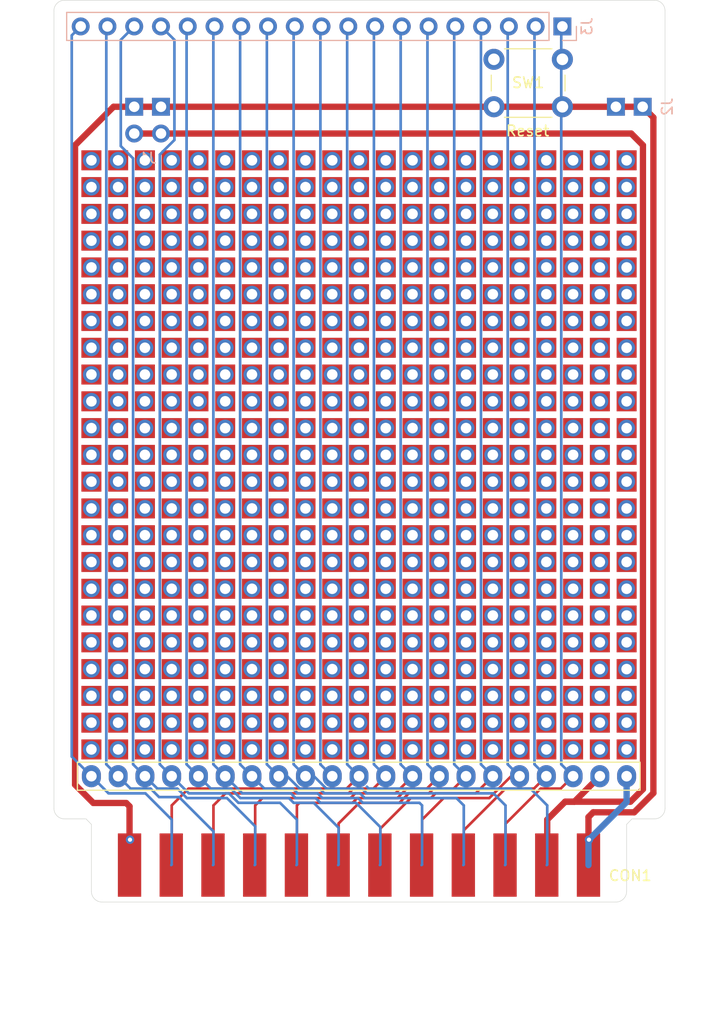
<source format=kicad_pcb>
(kicad_pcb (version 20171130) (host pcbnew "(5.1.6)-1")
  (layers (0 F.Cu signal) (31 B.Cu signal) (34 B.Paste user) (35 F.Paste user) (36 B.SilkS user) (37 F.SilkS user) (38 B.Mask user) (39 F.Mask user) (44 Edge.Cuts user))
  (net 0 "")
  (net 1 GND)
  (net 2 +5V)
  (net 3 RST)
  (net 4 /CNT1)
  (net 5 /SP1)
  (net 6 /CNT2)
  (net 7 /FLAG2)
  (net 8 /PB0)
  (net 9 /PB1)
  (net 10 /PB2)
  (net 11 /PB3)
  (net 12 /SP2)
  (net 13 /PC2)
  (net 14 /ATN)
  (net 15 /9VAC1)
  (net 16 /9VAC2)
  (net 17 /PB4)
  (net 18 /PB5)
  (net 19 /PB6)
  (net 20 /PB7)
  (net 21 /PA2)
  (module Hackup_Commodore:C64-User-Port-Female_Single-GND (layer F.Cu) (at 130.556 143.51)
    (fp_text reference CON1 (at 25.74 -2) (layer F.SilkS))
    (fp_text value C64-UserPort-Sym)
    (pad 1 smd rect (at -21.78 -3) (size 2.2 6) (layers F.Cu F.Mask) (net 1 GND))
    (pad M smd rect (at -17.82 -3) (size 2.2 6) (layers F.Cu F.Mask) (net 21 /PA2))
    (pad L smd rect (at -13.86 -3) (size 2.2 6) (layers F.Cu F.Mask) (net 20 /PB7))
    (pad K smd rect (at -9.9 -3) (size 2.2 6) (layers F.Cu F.Mask) (net 19 /PB6))
    (pad J smd rect (at -5.94 -3) (size 2.2 6) (layers F.Cu F.Mask) (net 18 /PB5))
    (pad H smd rect (at -1.98 -3) (size 2.2 6) (layers F.Cu F.Mask) (net 17 /PB4))
    (pad 1 smd rect (at -21.78 -3) (size 2.2 6) (layers F.Cu F.Mask) (net 1 GND))
    (pad 11 smd rect (at -17.82 -3) (size 2.2 6) (layers F.Cu F.Mask) (net 16 /9VAC2))
    (pad 10 smd rect (at -13.86 -3) (size 2.2 6) (layers F.Cu F.Mask) (net 15 /9VAC1))
    (pad 9 smd rect (at -9.9 -3) (size 2.2 6) (layers F.Cu F.Mask) (net 14 /ATN))
    (pad 8 smd rect (at -5.94 -3) (size 2.2 6) (layers F.Cu F.Mask) (net 13 /PC2))
    (pad 7 smd rect (at -1.98 -3) (size 2.2 6) (layers F.Cu F.Mask) (net 12 /SP2))
    (pad F smd rect (at 1.98 -3) (size 2.2 6) (layers F.Cu F.Mask) (net 11 /PB3))
    (pad E smd rect (at 5.94 -3) (size 2.2 6) (layers F.Cu F.Mask) (net 10 /PB2))
    (pad D smd rect (at 9.9 -3) (size 2.2 6) (layers F.Cu F.Mask) (net 9 /PB1))
    (pad C smd rect (at 13.86 -3) (size 2.2 6) (layers F.Cu F.Mask) (net 8 /PB0))
    (pad B smd rect (at 17.82 -3) (size 2.2 6) (layers F.Cu F.Mask) (net 7 /FLAG2))
    (pad 1 smd rect (at 21.78 -3) (size 2.2 6) (layers F.Cu F.Mask) (net 1 GND))
    (pad 6 smd rect (at 1.98 -3) (size 2.2 6) (layers F.Cu F.Mask) (net 6 /CNT2))
    (pad 5 smd rect (at 5.94 -3) (size 2.2 6) (layers F.Cu F.Mask) (net 5 /SP1))
    (pad 4 smd rect (at 9.9 -3) (size 2.2 6) (layers F.Cu F.Mask) (net 4 /CNT1))
    (pad 3 smd rect (at 13.86 -3) (size 2.2 6) (layers F.Cu F.Mask) (net 3 RST))
    (pad 2 smd rect (at 17.82 -3) (size 2.2 6) (layers F.Cu F.Mask) (net 2 +5V))
    (pad 1 smd rect (at 21.78 -3) (size 2.2 6) (layers F.Cu F.Mask) (net 1 GND))
  )
  (module Connector_PinSocket_2.54mm:PinSocket_1x21_P2.54mm_Vertical (layer F.Cu) (at 155.956 132.08 270)
    (fp_text reference J4 hide)
    (fp_text value Breakout2)
    (pad 1 thru_hole oval (at 0 0 270) (size 2.1 1.8) (drill 1) (layers *.Cu *.Mask) (net 1 GND))
    (pad 2 thru_hole oval (at 0 2.54 270) (size 2.1 1.8) (drill 1) (layers *.Cu *.Mask) (net 2 +5V))
    (pad 3 thru_hole oval (at 0 5.08 270) (size 2.1 1.8) (drill 1) (layers *.Cu *.Mask) (net 3 RST))
    (pad 4 thru_hole oval (at 0 7.62 270) (size 2.1 1.8) (drill 1) (layers *.Cu *.Mask) (net 4 /CNT1))
    (pad 5 thru_hole oval (at 0 10.16 270) (size 2.1 1.8) (drill 1) (layers *.Cu *.Mask) (net 5 /SP1))
    (pad 6 thru_hole oval (at 0 12.7 270) (size 2.1 1.8) (drill 1) (layers *.Cu *.Mask) (net 6 /CNT2))
    (pad 7 thru_hole oval (at 0 15.24 270) (size 2.1 1.8) (drill 1) (layers *.Cu *.Mask) (net 12 /SP2))
    (pad 8 thru_hole oval (at 0 17.78 270) (size 2.1 1.8) (drill 1) (layers *.Cu *.Mask) (net 13 /PC2))
    (pad 9 thru_hole oval (at 0 20.32 270) (size 2.1 1.8) (drill 1) (layers *.Cu *.Mask) (net 14 /ATN))
    (pad 10 thru_hole oval (at 0 22.86 270) (size 2.1 1.8) (drill 1) (layers *.Cu *.Mask) (net 15 /9VAC1))
    (pad 11 thru_hole oval (at 0 25.4 270) (size 2.1 1.8) (drill 1) (layers *.Cu *.Mask) (net 16 /9VAC2))
    (pad 12 thru_hole oval (at 0 27.94 270) (size 2.1 1.8) (drill 1) (layers *.Cu *.Mask) (net 7 /FLAG2))
    (pad 13 thru_hole oval (at 0 30.48 270) (size 2.1 1.8) (drill 1) (layers *.Cu *.Mask) (net 8 /PB0))
    (pad 14 thru_hole oval (at 0 33.02 270) (size 2.1 1.8) (drill 1) (layers *.Cu *.Mask) (net 9 /PB1))
    (pad 15 thru_hole oval (at 0 35.56 270) (size 2.1 1.8) (drill 1) (layers *.Cu *.Mask) (net 10 /PB2))
    (pad 16 thru_hole oval (at 0 38.1 270) (size 2.1 1.8) (drill 1) (layers *.Cu *.Mask) (net 11 /PB3))
    (pad 17 thru_hole oval (at 0 40.64 270) (size 2.1 1.8) (drill 1) (layers *.Cu *.Mask) (net 17 /PB4))
    (pad 18 thru_hole oval (at 0 43.18 270) (size 2.1 1.8) (drill 1) (layers *.Cu *.Mask) (net 18 /PB5))
    (pad 19 thru_hole oval (at 0 45.72 270) (size 2.1 1.8) (drill 1) (layers *.Cu *.Mask) (net 19 /PB6))
    (pad 20 thru_hole oval (at 0 48.26 270) (size 2.1 1.8) (drill 1) (layers *.Cu *.Mask) (net 20 /PB7))
    (pad 21 thru_hole oval (at 0 50.8 270) (size 2.1 1.8) (drill 1) (layers *.Cu *.Mask) (net 21 /PA2))
  )
  (module Connector_PinHeader_2.54mm:PinHeader_1x02_P2.54mm_Vertical (layer B.Cu) (at 157.48 68.58 90)
    (fp_text reference J2 (at 0 2.33 90) (layer B.SilkS) (effects (justify mirror)))
    (fp_text value GND)
    (pad 1 thru_hole rect (at 0 0 90) (size 1.7 1.7) (drill 1) (layers *.Cu *.Mask) (net 1 GND))
    (pad 2 thru_hole rect (at 0 -2.54 90) (size 1.7 1.7) (drill 1) (layers *.Cu *.Mask) (net 1 GND))
  )
  (module Connector_PinHeader_2.54mm:PinHeader_2x02_P2.54mm_Vertical (layer B.Cu) (at 109.22 71.12)
    (fp_text reference J1 (at 1.27 2.33) (layer B.SilkS) (effects (justify mirror)))
    (fp_text value Power)
    (pad 1 thru_hole oval (at 0 0) (size 1.7 1.7) (drill 1) (layers *.Cu *.Mask) (net 2 +5V))
    (pad 2 thru_hole oval (at 2.54 0) (size 1.7 1.7) (drill 1) (layers *.Cu *.Mask) (net 2 +5V))
    (pad 3 thru_hole rect (at 0 -2.54) (size 1.7 1.7) (drill 1) (layers *.Cu *.Mask) (net 1 GND))
    (pad 4 thru_hole rect (at 2.54 -2.54) (size 1.7 1.7) (drill 1) (layers *.Cu *.Mask) (net 1 GND))
  )
  (module C64UserBreakout:ProtoPad (layer F.Cu) (at 155.956 73.66)
    (fp_text reference " " hide)
    (fp_text value ProtoPad)
    (pad 1 thru_hole circle (at 0 0) (size 1.6 1.6) (drill 1) (layers *.Cu *.Mask))
    (pad 1 smd rect (at 0 0) (size 1.9 1.9) (layers F.Cu F.Mask))
  )
  (module C64UserBreakout:ProtoPad (layer F.Cu) (at 153.416 73.66)
    (fp_text reference " " hide)
    (fp_text value ProtoPad)
    (pad 1 thru_hole circle (at 0 0) (size 1.6 1.6) (drill 1) (layers *.Cu *.Mask))
    (pad 1 smd rect (at 0 0) (size 1.9 1.9) (layers F.Cu F.Mask))
  )
  (module C64UserBreakout:ProtoPad (layer F.Cu) (at 150.876 73.66)
    (fp_text reference " " hide)
    (fp_text value ProtoPad)
    (pad 1 thru_hole circle (at 0 0) (size 1.6 1.6) (drill 1) (layers *.Cu *.Mask))
    (pad 1 smd rect (at 0 0) (size 1.9 1.9) (layers F.Cu F.Mask))
  )
  (module C64UserBreakout:ProtoPad (layer F.Cu) (at 148.336 73.66)
    (fp_text reference " " hide)
    (fp_text value ProtoPad)
    (pad 1 thru_hole circle (at 0 0) (size 1.6 1.6) (drill 1) (layers *.Cu *.Mask))
    (pad 1 smd rect (at 0 0) (size 1.9 1.9) (layers F.Cu F.Mask))
  )
  (module C64UserBreakout:ProtoPad (layer F.Cu) (at 145.796 73.66)
    (fp_text reference " " hide)
    (fp_text value ProtoPad)
    (pad 1 thru_hole circle (at 0 0) (size 1.6 1.6) (drill 1) (layers *.Cu *.Mask))
    (pad 1 smd rect (at 0 0) (size 1.9 1.9) (layers F.Cu F.Mask))
  )
  (module C64UserBreakout:ProtoPad (layer F.Cu) (at 143.256 73.66)
    (fp_text reference " " hide)
    (fp_text value ProtoPad)
    (pad 1 thru_hole circle (at 0 0) (size 1.6 1.6) (drill 1) (layers *.Cu *.Mask))
    (pad 1 smd rect (at 0 0) (size 1.9 1.9) (layers F.Cu F.Mask))
  )
  (module C64UserBreakout:ProtoPad (layer F.Cu) (at 140.716 73.66)
    (fp_text reference " " hide)
    (fp_text value ProtoPad)
    (pad 1 thru_hole circle (at 0 0) (size 1.6 1.6) (drill 1) (layers *.Cu *.Mask))
    (pad 1 smd rect (at 0 0) (size 1.9 1.9) (layers F.Cu F.Mask))
  )
  (module C64UserBreakout:ProtoPad (layer F.Cu) (at 138.176 73.66)
    (fp_text reference " " hide)
    (fp_text value ProtoPad)
    (pad 1 thru_hole circle (at 0 0) (size 1.6 1.6) (drill 1) (layers *.Cu *.Mask))
    (pad 1 smd rect (at 0 0) (size 1.9 1.9) (layers F.Cu F.Mask))
  )
  (module C64UserBreakout:ProtoPad (layer F.Cu) (at 135.636 73.66)
    (fp_text reference " " hide)
    (fp_text value ProtoPad)
    (pad 1 thru_hole circle (at 0 0) (size 1.6 1.6) (drill 1) (layers *.Cu *.Mask))
    (pad 1 smd rect (at 0 0) (size 1.9 1.9) (layers F.Cu F.Mask))
  )
  (module C64UserBreakout:ProtoPad (layer F.Cu) (at 133.096 73.66)
    (fp_text reference " " hide)
    (fp_text value ProtoPad)
    (pad 1 thru_hole circle (at 0 0) (size 1.6 1.6) (drill 1) (layers *.Cu *.Mask))
    (pad 1 smd rect (at 0 0) (size 1.9 1.9) (layers F.Cu F.Mask))
  )
  (module C64UserBreakout:ProtoPad (layer F.Cu) (at 130.556 73.66)
    (fp_text reference " " hide)
    (fp_text value ProtoPad)
    (pad 1 thru_hole circle (at 0 0) (size 1.6 1.6) (drill 1) (layers *.Cu *.Mask))
    (pad 1 smd rect (at 0 0) (size 1.9 1.9) (layers F.Cu F.Mask))
  )
  (module C64UserBreakout:ProtoPad (layer F.Cu) (at 128.016 73.66)
    (fp_text reference " " hide)
    (fp_text value ProtoPad)
    (pad 1 thru_hole circle (at 0 0) (size 1.6 1.6) (drill 1) (layers *.Cu *.Mask))
    (pad 1 smd rect (at 0 0) (size 1.9 1.9) (layers F.Cu F.Mask))
  )
  (module C64UserBreakout:ProtoPad (layer F.Cu) (at 125.476 73.66)
    (fp_text reference " " hide)
    (fp_text value ProtoPad)
    (pad 1 thru_hole circle (at 0 0) (size 1.6 1.6) (drill 1) (layers *.Cu *.Mask))
    (pad 1 smd rect (at 0 0) (size 1.9 1.9) (layers F.Cu F.Mask))
  )
  (module C64UserBreakout:ProtoPad (layer F.Cu) (at 122.936 73.66)
    (fp_text reference " " hide)
    (fp_text value ProtoPad)
    (pad 1 thru_hole circle (at 0 0) (size 1.6 1.6) (drill 1) (layers *.Cu *.Mask))
    (pad 1 smd rect (at 0 0) (size 1.9 1.9) (layers F.Cu F.Mask))
  )
  (module C64UserBreakout:ProtoPad (layer F.Cu) (at 120.396 73.66)
    (fp_text reference " " hide)
    (fp_text value ProtoPad)
    (pad 1 thru_hole circle (at 0 0) (size 1.6 1.6) (drill 1) (layers *.Cu *.Mask))
    (pad 1 smd rect (at 0 0) (size 1.9 1.9) (layers F.Cu F.Mask))
  )
  (module C64UserBreakout:ProtoPad (layer F.Cu) (at 117.856 73.66)
    (fp_text reference " " hide)
    (fp_text value ProtoPad)
    (pad 1 thru_hole circle (at 0 0) (size 1.6 1.6) (drill 1) (layers *.Cu *.Mask))
    (pad 1 smd rect (at 0 0) (size 1.9 1.9) (layers F.Cu F.Mask))
  )
  (module C64UserBreakout:ProtoPad (layer F.Cu) (at 115.316 73.66)
    (fp_text reference " " hide)
    (fp_text value ProtoPad)
    (pad 1 thru_hole circle (at 0 0) (size 1.6 1.6) (drill 1) (layers *.Cu *.Mask))
    (pad 1 smd rect (at 0 0) (size 1.9 1.9) (layers F.Cu F.Mask))
  )
  (module C64UserBreakout:ProtoPad (layer F.Cu) (at 112.776 73.66)
    (fp_text reference " " hide)
    (fp_text value ProtoPad)
    (pad 1 thru_hole circle (at 0 0) (size 1.6 1.6) (drill 1) (layers *.Cu *.Mask))
    (pad 1 smd rect (at 0 0) (size 1.9 1.9) (layers F.Cu F.Mask))
  )
  (module C64UserBreakout:ProtoPad (layer F.Cu) (at 110.236 73.66)
    (fp_text reference " " hide)
    (fp_text value ProtoPad)
    (pad 1 thru_hole circle (at 0 0) (size 1.6 1.6) (drill 1) (layers *.Cu *.Mask))
    (pad 1 smd rect (at 0 0) (size 1.9 1.9) (layers F.Cu F.Mask))
  )
  (module C64UserBreakout:ProtoPad (layer F.Cu) (at 107.696 73.66)
    (fp_text reference " " hide)
    (fp_text value ProtoPad)
    (pad 1 thru_hole circle (at 0 0) (size 1.6 1.6) (drill 1) (layers *.Cu *.Mask))
    (pad 1 smd rect (at 0 0) (size 1.9 1.9) (layers F.Cu F.Mask))
  )
  (module C64UserBreakout:ProtoPad (layer F.Cu) (at 105.156 73.66)
    (fp_text reference " " hide)
    (fp_text value ProtoPad)
    (pad 1 thru_hole circle (at 0 0) (size 1.6 1.6) (drill 1) (layers *.Cu *.Mask))
    (pad 1 smd rect (at 0 0) (size 1.9 1.9) (layers F.Cu F.Mask))
  )
  (module C64UserBreakout:ProtoPad (layer F.Cu) (at 155.956 76.2)
    (fp_text reference " " hide)
    (fp_text value ProtoPad)
    (pad 1 thru_hole circle (at 0 0) (size 1.6 1.6) (drill 1) (layers *.Cu *.Mask))
    (pad 1 smd rect (at 0 0) (size 1.9 1.9) (layers F.Cu F.Mask))
  )
  (module C64UserBreakout:ProtoPad (layer F.Cu) (at 153.416 76.2)
    (fp_text reference " " hide)
    (fp_text value ProtoPad)
    (pad 1 thru_hole circle (at 0 0) (size 1.6 1.6) (drill 1) (layers *.Cu *.Mask))
    (pad 1 smd rect (at 0 0) (size 1.9 1.9) (layers F.Cu F.Mask))
  )
  (module C64UserBreakout:ProtoPad (layer F.Cu) (at 150.876 76.2)
    (fp_text reference " " hide)
    (fp_text value ProtoPad)
    (pad 1 thru_hole circle (at 0 0) (size 1.6 1.6) (drill 1) (layers *.Cu *.Mask))
    (pad 1 smd rect (at 0 0) (size 1.9 1.9) (layers F.Cu F.Mask))
  )
  (module C64UserBreakout:ProtoPad (layer F.Cu) (at 148.336 76.2)
    (fp_text reference " " hide)
    (fp_text value ProtoPad)
    (pad 1 thru_hole circle (at 0 0) (size 1.6 1.6) (drill 1) (layers *.Cu *.Mask))
    (pad 1 smd rect (at 0 0) (size 1.9 1.9) (layers F.Cu F.Mask))
  )
  (module C64UserBreakout:ProtoPad (layer F.Cu) (at 145.796 76.2)
    (fp_text reference " " hide)
    (fp_text value ProtoPad)
    (pad 1 thru_hole circle (at 0 0) (size 1.6 1.6) (drill 1) (layers *.Cu *.Mask))
    (pad 1 smd rect (at 0 0) (size 1.9 1.9) (layers F.Cu F.Mask))
  )
  (module C64UserBreakout:ProtoPad (layer F.Cu) (at 143.256 76.2)
    (fp_text reference " " hide)
    (fp_text value ProtoPad)
    (pad 1 thru_hole circle (at 0 0) (size 1.6 1.6) (drill 1) (layers *.Cu *.Mask))
    (pad 1 smd rect (at 0 0) (size 1.9 1.9) (layers F.Cu F.Mask))
  )
  (module C64UserBreakout:ProtoPad (layer F.Cu) (at 140.716 76.2)
    (fp_text reference " " hide)
    (fp_text value ProtoPad)
    (pad 1 thru_hole circle (at 0 0) (size 1.6 1.6) (drill 1) (layers *.Cu *.Mask))
    (pad 1 smd rect (at 0 0) (size 1.9 1.9) (layers F.Cu F.Mask))
  )
  (module C64UserBreakout:ProtoPad (layer F.Cu) (at 138.176 76.2)
    (fp_text reference " " hide)
    (fp_text value ProtoPad)
    (pad 1 thru_hole circle (at 0 0) (size 1.6 1.6) (drill 1) (layers *.Cu *.Mask))
    (pad 1 smd rect (at 0 0) (size 1.9 1.9) (layers F.Cu F.Mask))
  )
  (module C64UserBreakout:ProtoPad (layer F.Cu) (at 135.636 76.2)
    (fp_text reference " " hide)
    (fp_text value ProtoPad)
    (pad 1 thru_hole circle (at 0 0) (size 1.6 1.6) (drill 1) (layers *.Cu *.Mask))
    (pad 1 smd rect (at 0 0) (size 1.9 1.9) (layers F.Cu F.Mask))
  )
  (module C64UserBreakout:ProtoPad (layer F.Cu) (at 133.096 76.2)
    (fp_text reference " " hide)
    (fp_text value ProtoPad)
    (pad 1 thru_hole circle (at 0 0) (size 1.6 1.6) (drill 1) (layers *.Cu *.Mask))
    (pad 1 smd rect (at 0 0) (size 1.9 1.9) (layers F.Cu F.Mask))
  )
  (module C64UserBreakout:ProtoPad (layer F.Cu) (at 130.556 76.2)
    (fp_text reference " " hide)
    (fp_text value ProtoPad)
    (pad 1 thru_hole circle (at 0 0) (size 1.6 1.6) (drill 1) (layers *.Cu *.Mask))
    (pad 1 smd rect (at 0 0) (size 1.9 1.9) (layers F.Cu F.Mask))
  )
  (module C64UserBreakout:ProtoPad (layer F.Cu) (at 128.016 76.2)
    (fp_text reference " " hide)
    (fp_text value ProtoPad)
    (pad 1 thru_hole circle (at 0 0) (size 1.6 1.6) (drill 1) (layers *.Cu *.Mask))
    (pad 1 smd rect (at 0 0) (size 1.9 1.9) (layers F.Cu F.Mask))
  )
  (module C64UserBreakout:ProtoPad (layer F.Cu) (at 125.476 76.2)
    (fp_text reference " " hide)
    (fp_text value ProtoPad)
    (pad 1 thru_hole circle (at 0 0) (size 1.6 1.6) (drill 1) (layers *.Cu *.Mask))
    (pad 1 smd rect (at 0 0) (size 1.9 1.9) (layers F.Cu F.Mask))
  )
  (module C64UserBreakout:ProtoPad (layer F.Cu) (at 122.936 76.2)
    (fp_text reference " " hide)
    (fp_text value ProtoPad)
    (pad 1 thru_hole circle (at 0 0) (size 1.6 1.6) (drill 1) (layers *.Cu *.Mask))
    (pad 1 smd rect (at 0 0) (size 1.9 1.9) (layers F.Cu F.Mask))
  )
  (module C64UserBreakout:ProtoPad (layer F.Cu) (at 120.396 76.2)
    (fp_text reference " " hide)
    (fp_text value ProtoPad)
    (pad 1 thru_hole circle (at 0 0) (size 1.6 1.6) (drill 1) (layers *.Cu *.Mask))
    (pad 1 smd rect (at 0 0) (size 1.9 1.9) (layers F.Cu F.Mask))
  )
  (module C64UserBreakout:ProtoPad (layer F.Cu) (at 117.856 76.2)
    (fp_text reference " " hide)
    (fp_text value ProtoPad)
    (pad 1 thru_hole circle (at 0 0) (size 1.6 1.6) (drill 1) (layers *.Cu *.Mask))
    (pad 1 smd rect (at 0 0) (size 1.9 1.9) (layers F.Cu F.Mask))
  )
  (module C64UserBreakout:ProtoPad (layer F.Cu) (at 115.316 76.2)
    (fp_text reference " " hide)
    (fp_text value ProtoPad)
    (pad 1 thru_hole circle (at 0 0) (size 1.6 1.6) (drill 1) (layers *.Cu *.Mask))
    (pad 1 smd rect (at 0 0) (size 1.9 1.9) (layers F.Cu F.Mask))
  )
  (module C64UserBreakout:ProtoPad (layer F.Cu) (at 112.776 76.2)
    (fp_text reference " " hide)
    (fp_text value ProtoPad)
    (pad 1 thru_hole circle (at 0 0) (size 1.6 1.6) (drill 1) (layers *.Cu *.Mask))
    (pad 1 smd rect (at 0 0) (size 1.9 1.9) (layers F.Cu F.Mask))
  )
  (module C64UserBreakout:ProtoPad (layer F.Cu) (at 110.236 76.2)
    (fp_text reference " " hide)
    (fp_text value ProtoPad)
    (pad 1 thru_hole circle (at 0 0) (size 1.6 1.6) (drill 1) (layers *.Cu *.Mask))
    (pad 1 smd rect (at 0 0) (size 1.9 1.9) (layers F.Cu F.Mask))
  )
  (module C64UserBreakout:ProtoPad (layer F.Cu) (at 107.696 76.2)
    (fp_text reference " " hide)
    (fp_text value ProtoPad)
    (pad 1 thru_hole circle (at 0 0) (size 1.6 1.6) (drill 1) (layers *.Cu *.Mask))
    (pad 1 smd rect (at 0 0) (size 1.9 1.9) (layers F.Cu F.Mask))
  )
  (module C64UserBreakout:ProtoPad (layer F.Cu) (at 105.156 76.2)
    (fp_text reference " " hide)
    (fp_text value ProtoPad)
    (pad 1 thru_hole circle (at 0 0) (size 1.6 1.6) (drill 1) (layers *.Cu *.Mask))
    (pad 1 smd rect (at 0 0) (size 1.9 1.9) (layers F.Cu F.Mask))
  )
  (module C64UserBreakout:ProtoPad (layer F.Cu) (at 155.956 78.74)
    (fp_text reference " " hide)
    (fp_text value ProtoPad)
    (pad 1 thru_hole circle (at 0 0) (size 1.6 1.6) (drill 1) (layers *.Cu *.Mask))
    (pad 1 smd rect (at 0 0) (size 1.9 1.9) (layers F.Cu F.Mask))
  )
  (module C64UserBreakout:ProtoPad (layer F.Cu) (at 153.416 78.74)
    (fp_text reference " " hide)
    (fp_text value ProtoPad)
    (pad 1 thru_hole circle (at 0 0) (size 1.6 1.6) (drill 1) (layers *.Cu *.Mask))
    (pad 1 smd rect (at 0 0) (size 1.9 1.9) (layers F.Cu F.Mask))
  )
  (module C64UserBreakout:ProtoPad (layer F.Cu) (at 150.876 78.74)
    (fp_text reference " " hide)
    (fp_text value ProtoPad)
    (pad 1 thru_hole circle (at 0 0) (size 1.6 1.6) (drill 1) (layers *.Cu *.Mask))
    (pad 1 smd rect (at 0 0) (size 1.9 1.9) (layers F.Cu F.Mask))
  )
  (module C64UserBreakout:ProtoPad (layer F.Cu) (at 148.336 78.74)
    (fp_text reference " " hide)
    (fp_text value ProtoPad)
    (pad 1 thru_hole circle (at 0 0) (size 1.6 1.6) (drill 1) (layers *.Cu *.Mask))
    (pad 1 smd rect (at 0 0) (size 1.9 1.9) (layers F.Cu F.Mask))
  )
  (module C64UserBreakout:ProtoPad (layer F.Cu) (at 145.796 78.74)
    (fp_text reference " " hide)
    (fp_text value ProtoPad)
    (pad 1 thru_hole circle (at 0 0) (size 1.6 1.6) (drill 1) (layers *.Cu *.Mask))
    (pad 1 smd rect (at 0 0) (size 1.9 1.9) (layers F.Cu F.Mask))
  )
  (module C64UserBreakout:ProtoPad (layer F.Cu) (at 143.256 78.74)
    (fp_text reference " " hide)
    (fp_text value ProtoPad)
    (pad 1 thru_hole circle (at 0 0) (size 1.6 1.6) (drill 1) (layers *.Cu *.Mask))
    (pad 1 smd rect (at 0 0) (size 1.9 1.9) (layers F.Cu F.Mask))
  )
  (module C64UserBreakout:ProtoPad (layer F.Cu) (at 140.716 78.74)
    (fp_text reference " " hide)
    (fp_text value ProtoPad)
    (pad 1 thru_hole circle (at 0 0) (size 1.6 1.6) (drill 1) (layers *.Cu *.Mask))
    (pad 1 smd rect (at 0 0) (size 1.9 1.9) (layers F.Cu F.Mask))
  )
  (module C64UserBreakout:ProtoPad (layer F.Cu) (at 138.176 78.74)
    (fp_text reference " " hide)
    (fp_text value ProtoPad)
    (pad 1 thru_hole circle (at 0 0) (size 1.6 1.6) (drill 1) (layers *.Cu *.Mask))
    (pad 1 smd rect (at 0 0) (size 1.9 1.9) (layers F.Cu F.Mask))
  )
  (module C64UserBreakout:ProtoPad (layer F.Cu) (at 135.636 78.74)
    (fp_text reference " " hide)
    (fp_text value ProtoPad)
    (pad 1 thru_hole circle (at 0 0) (size 1.6 1.6) (drill 1) (layers *.Cu *.Mask))
    (pad 1 smd rect (at 0 0) (size 1.9 1.9) (layers F.Cu F.Mask))
  )
  (module C64UserBreakout:ProtoPad (layer F.Cu) (at 133.096 78.74)
    (fp_text reference " " hide)
    (fp_text value ProtoPad)
    (pad 1 thru_hole circle (at 0 0) (size 1.6 1.6) (drill 1) (layers *.Cu *.Mask))
    (pad 1 smd rect (at 0 0) (size 1.9 1.9) (layers F.Cu F.Mask))
  )
  (module C64UserBreakout:ProtoPad (layer F.Cu) (at 130.556 78.74)
    (fp_text reference " " hide)
    (fp_text value ProtoPad)
    (pad 1 thru_hole circle (at 0 0) (size 1.6 1.6) (drill 1) (layers *.Cu *.Mask))
    (pad 1 smd rect (at 0 0) (size 1.9 1.9) (layers F.Cu F.Mask))
  )
  (module C64UserBreakout:ProtoPad (layer F.Cu) (at 128.016 78.74)
    (fp_text reference " " hide)
    (fp_text value ProtoPad)
    (pad 1 thru_hole circle (at 0 0) (size 1.6 1.6) (drill 1) (layers *.Cu *.Mask))
    (pad 1 smd rect (at 0 0) (size 1.9 1.9) (layers F.Cu F.Mask))
  )
  (module C64UserBreakout:ProtoPad (layer F.Cu) (at 125.476 78.74)
    (fp_text reference " " hide)
    (fp_text value ProtoPad)
    (pad 1 thru_hole circle (at 0 0) (size 1.6 1.6) (drill 1) (layers *.Cu *.Mask))
    (pad 1 smd rect (at 0 0) (size 1.9 1.9) (layers F.Cu F.Mask))
  )
  (module C64UserBreakout:ProtoPad (layer F.Cu) (at 122.936 78.74)
    (fp_text reference " " hide)
    (fp_text value ProtoPad)
    (pad 1 thru_hole circle (at 0 0) (size 1.6 1.6) (drill 1) (layers *.Cu *.Mask))
    (pad 1 smd rect (at 0 0) (size 1.9 1.9) (layers F.Cu F.Mask))
  )
  (module C64UserBreakout:ProtoPad (layer F.Cu) (at 120.396 78.74)
    (fp_text reference " " hide)
    (fp_text value ProtoPad)
    (pad 1 thru_hole circle (at 0 0) (size 1.6 1.6) (drill 1) (layers *.Cu *.Mask))
    (pad 1 smd rect (at 0 0) (size 1.9 1.9) (layers F.Cu F.Mask))
  )
  (module C64UserBreakout:ProtoPad (layer F.Cu) (at 117.856 78.74)
    (fp_text reference " " hide)
    (fp_text value ProtoPad)
    (pad 1 thru_hole circle (at 0 0) (size 1.6 1.6) (drill 1) (layers *.Cu *.Mask))
    (pad 1 smd rect (at 0 0) (size 1.9 1.9) (layers F.Cu F.Mask))
  )
  (module C64UserBreakout:ProtoPad (layer F.Cu) (at 115.316 78.74)
    (fp_text reference " " hide)
    (fp_text value ProtoPad)
    (pad 1 thru_hole circle (at 0 0) (size 1.6 1.6) (drill 1) (layers *.Cu *.Mask))
    (pad 1 smd rect (at 0 0) (size 1.9 1.9) (layers F.Cu F.Mask))
  )
  (module C64UserBreakout:ProtoPad (layer F.Cu) (at 112.776 78.74)
    (fp_text reference " " hide)
    (fp_text value ProtoPad)
    (pad 1 thru_hole circle (at 0 0) (size 1.6 1.6) (drill 1) (layers *.Cu *.Mask))
    (pad 1 smd rect (at 0 0) (size 1.9 1.9) (layers F.Cu F.Mask))
  )
  (module C64UserBreakout:ProtoPad (layer F.Cu) (at 110.236 78.74)
    (fp_text reference " " hide)
    (fp_text value ProtoPad)
    (pad 1 thru_hole circle (at 0 0) (size 1.6 1.6) (drill 1) (layers *.Cu *.Mask))
    (pad 1 smd rect (at 0 0) (size 1.9 1.9) (layers F.Cu F.Mask))
  )
  (module C64UserBreakout:ProtoPad (layer F.Cu) (at 107.696 78.74)
    (fp_text reference " " hide)
    (fp_text value ProtoPad)
    (pad 1 thru_hole circle (at 0 0) (size 1.6 1.6) (drill 1) (layers *.Cu *.Mask))
    (pad 1 smd rect (at 0 0) (size 1.9 1.9) (layers F.Cu F.Mask))
  )
  (module C64UserBreakout:ProtoPad (layer F.Cu) (at 105.156 78.74)
    (fp_text reference " " hide)
    (fp_text value ProtoPad)
    (pad 1 thru_hole circle (at 0 0) (size 1.6 1.6) (drill 1) (layers *.Cu *.Mask))
    (pad 1 smd rect (at 0 0) (size 1.9 1.9) (layers F.Cu F.Mask))
  )
  (module C64UserBreakout:ProtoPad (layer F.Cu) (at 155.956 81.28)
    (fp_text reference " " hide)
    (fp_text value ProtoPad)
    (pad 1 thru_hole circle (at 0 0) (size 1.6 1.6) (drill 1) (layers *.Cu *.Mask))
    (pad 1 smd rect (at 0 0) (size 1.9 1.9) (layers F.Cu F.Mask))
  )
  (module C64UserBreakout:ProtoPad (layer F.Cu) (at 153.416 81.28)
    (fp_text reference " " hide)
    (fp_text value ProtoPad)
    (pad 1 thru_hole circle (at 0 0) (size 1.6 1.6) (drill 1) (layers *.Cu *.Mask))
    (pad 1 smd rect (at 0 0) (size 1.9 1.9) (layers F.Cu F.Mask))
  )
  (module C64UserBreakout:ProtoPad (layer F.Cu) (at 150.876 81.28)
    (fp_text reference " " hide)
    (fp_text value ProtoPad)
    (pad 1 thru_hole circle (at 0 0) (size 1.6 1.6) (drill 1) (layers *.Cu *.Mask))
    (pad 1 smd rect (at 0 0) (size 1.9 1.9) (layers F.Cu F.Mask))
  )
  (module C64UserBreakout:ProtoPad (layer F.Cu) (at 148.336 81.28)
    (fp_text reference " " hide)
    (fp_text value ProtoPad)
    (pad 1 thru_hole circle (at 0 0) (size 1.6 1.6) (drill 1) (layers *.Cu *.Mask))
    (pad 1 smd rect (at 0 0) (size 1.9 1.9) (layers F.Cu F.Mask))
  )
  (module C64UserBreakout:ProtoPad (layer F.Cu) (at 145.796 81.28)
    (fp_text reference " " hide)
    (fp_text value ProtoPad)
    (pad 1 thru_hole circle (at 0 0) (size 1.6 1.6) (drill 1) (layers *.Cu *.Mask))
    (pad 1 smd rect (at 0 0) (size 1.9 1.9) (layers F.Cu F.Mask))
  )
  (module C64UserBreakout:ProtoPad (layer F.Cu) (at 143.256 81.28)
    (fp_text reference " " hide)
    (fp_text value ProtoPad)
    (pad 1 thru_hole circle (at 0 0) (size 1.6 1.6) (drill 1) (layers *.Cu *.Mask))
    (pad 1 smd rect (at 0 0) (size 1.9 1.9) (layers F.Cu F.Mask))
  )
  (module C64UserBreakout:ProtoPad (layer F.Cu) (at 140.716 81.28)
    (fp_text reference " " hide)
    (fp_text value ProtoPad)
    (pad 1 thru_hole circle (at 0 0) (size 1.6 1.6) (drill 1) (layers *.Cu *.Mask))
    (pad 1 smd rect (at 0 0) (size 1.9 1.9) (layers F.Cu F.Mask))
  )
  (module C64UserBreakout:ProtoPad (layer F.Cu) (at 138.176 81.28)
    (fp_text reference " " hide)
    (fp_text value ProtoPad)
    (pad 1 thru_hole circle (at 0 0) (size 1.6 1.6) (drill 1) (layers *.Cu *.Mask))
    (pad 1 smd rect (at 0 0) (size 1.9 1.9) (layers F.Cu F.Mask))
  )
  (module C64UserBreakout:ProtoPad (layer F.Cu) (at 135.636 81.28)
    (fp_text reference " " hide)
    (fp_text value ProtoPad)
    (pad 1 thru_hole circle (at 0 0) (size 1.6 1.6) (drill 1) (layers *.Cu *.Mask))
    (pad 1 smd rect (at 0 0) (size 1.9 1.9) (layers F.Cu F.Mask))
  )
  (module C64UserBreakout:ProtoPad (layer F.Cu) (at 133.096 81.28)
    (fp_text reference " " hide)
    (fp_text value ProtoPad)
    (pad 1 thru_hole circle (at 0 0) (size 1.6 1.6) (drill 1) (layers *.Cu *.Mask))
    (pad 1 smd rect (at 0 0) (size 1.9 1.9) (layers F.Cu F.Mask))
  )
  (module C64UserBreakout:ProtoPad (layer F.Cu) (at 130.556 81.28)
    (fp_text reference " " hide)
    (fp_text value ProtoPad)
    (pad 1 thru_hole circle (at 0 0) (size 1.6 1.6) (drill 1) (layers *.Cu *.Mask))
    (pad 1 smd rect (at 0 0) (size 1.9 1.9) (layers F.Cu F.Mask))
  )
  (module C64UserBreakout:ProtoPad (layer F.Cu) (at 128.016 81.28)
    (fp_text reference " " hide)
    (fp_text value ProtoPad)
    (pad 1 thru_hole circle (at 0 0) (size 1.6 1.6) (drill 1) (layers *.Cu *.Mask))
    (pad 1 smd rect (at 0 0) (size 1.9 1.9) (layers F.Cu F.Mask))
  )
  (module C64UserBreakout:ProtoPad (layer F.Cu) (at 125.476 81.28)
    (fp_text reference " " hide)
    (fp_text value ProtoPad)
    (pad 1 thru_hole circle (at 0 0) (size 1.6 1.6) (drill 1) (layers *.Cu *.Mask))
    (pad 1 smd rect (at 0 0) (size 1.9 1.9) (layers F.Cu F.Mask))
  )
  (module C64UserBreakout:ProtoPad (layer F.Cu) (at 122.936 81.28)
    (fp_text reference " " hide)
    (fp_text value ProtoPad)
    (pad 1 thru_hole circle (at 0 0) (size 1.6 1.6) (drill 1) (layers *.Cu *.Mask))
    (pad 1 smd rect (at 0 0) (size 1.9 1.9) (layers F.Cu F.Mask))
  )
  (module C64UserBreakout:ProtoPad (layer F.Cu) (at 120.396 81.28)
    (fp_text reference " " hide)
    (fp_text value ProtoPad)
    (pad 1 thru_hole circle (at 0 0) (size 1.6 1.6) (drill 1) (layers *.Cu *.Mask))
    (pad 1 smd rect (at 0 0) (size 1.9 1.9) (layers F.Cu F.Mask))
  )
  (module C64UserBreakout:ProtoPad (layer F.Cu) (at 117.856 81.28)
    (fp_text reference " " hide)
    (fp_text value ProtoPad)
    (pad 1 thru_hole circle (at 0 0) (size 1.6 1.6) (drill 1) (layers *.Cu *.Mask))
    (pad 1 smd rect (at 0 0) (size 1.9 1.9) (layers F.Cu F.Mask))
  )
  (module C64UserBreakout:ProtoPad (layer F.Cu) (at 115.316 81.28)
    (fp_text reference " " hide)
    (fp_text value ProtoPad)
    (pad 1 thru_hole circle (at 0 0) (size 1.6 1.6) (drill 1) (layers *.Cu *.Mask))
    (pad 1 smd rect (at 0 0) (size 1.9 1.9) (layers F.Cu F.Mask))
  )
  (module C64UserBreakout:ProtoPad (layer F.Cu) (at 112.776 81.28)
    (fp_text reference " " hide)
    (fp_text value ProtoPad)
    (pad 1 thru_hole circle (at 0 0) (size 1.6 1.6) (drill 1) (layers *.Cu *.Mask))
    (pad 1 smd rect (at 0 0) (size 1.9 1.9) (layers F.Cu F.Mask))
  )
  (module C64UserBreakout:ProtoPad (layer F.Cu) (at 110.236 81.28)
    (fp_text reference " " hide)
    (fp_text value ProtoPad)
    (pad 1 thru_hole circle (at 0 0) (size 1.6 1.6) (drill 1) (layers *.Cu *.Mask))
    (pad 1 smd rect (at 0 0) (size 1.9 1.9) (layers F.Cu F.Mask))
  )
  (module C64UserBreakout:ProtoPad (layer F.Cu) (at 107.696 81.28)
    (fp_text reference " " hide)
    (fp_text value ProtoPad)
    (pad 1 thru_hole circle (at 0 0) (size 1.6 1.6) (drill 1) (layers *.Cu *.Mask))
    (pad 1 smd rect (at 0 0) (size 1.9 1.9) (layers F.Cu F.Mask))
  )
  (module C64UserBreakout:ProtoPad (layer F.Cu) (at 105.156 81.28)
    (fp_text reference " " hide)
    (fp_text value ProtoPad)
    (pad 1 thru_hole circle (at 0 0) (size 1.6 1.6) (drill 1) (layers *.Cu *.Mask))
    (pad 1 smd rect (at 0 0) (size 1.9 1.9) (layers F.Cu F.Mask))
  )
  (module C64UserBreakout:ProtoPad (layer F.Cu) (at 155.956 83.82)
    (fp_text reference " " hide)
    (fp_text value ProtoPad)
    (pad 1 thru_hole circle (at 0 0) (size 1.6 1.6) (drill 1) (layers *.Cu *.Mask))
    (pad 1 smd rect (at 0 0) (size 1.9 1.9) (layers F.Cu F.Mask))
  )
  (module C64UserBreakout:ProtoPad (layer F.Cu) (at 153.416 83.82)
    (fp_text reference " " hide)
    (fp_text value ProtoPad)
    (pad 1 thru_hole circle (at 0 0) (size 1.6 1.6) (drill 1) (layers *.Cu *.Mask))
    (pad 1 smd rect (at 0 0) (size 1.9 1.9) (layers F.Cu F.Mask))
  )
  (module C64UserBreakout:ProtoPad (layer F.Cu) (at 150.876 83.82)
    (fp_text reference " " hide)
    (fp_text value ProtoPad)
    (pad 1 thru_hole circle (at 0 0) (size 1.6 1.6) (drill 1) (layers *.Cu *.Mask))
    (pad 1 smd rect (at 0 0) (size 1.9 1.9) (layers F.Cu F.Mask))
  )
  (module C64UserBreakout:ProtoPad (layer F.Cu) (at 148.336 83.82)
    (fp_text reference " " hide)
    (fp_text value ProtoPad)
    (pad 1 thru_hole circle (at 0 0) (size 1.6 1.6) (drill 1) (layers *.Cu *.Mask))
    (pad 1 smd rect (at 0 0) (size 1.9 1.9) (layers F.Cu F.Mask))
  )
  (module C64UserBreakout:ProtoPad (layer F.Cu) (at 145.796 83.82)
    (fp_text reference " " hide)
    (fp_text value ProtoPad)
    (pad 1 thru_hole circle (at 0 0) (size 1.6 1.6) (drill 1) (layers *.Cu *.Mask))
    (pad 1 smd rect (at 0 0) (size 1.9 1.9) (layers F.Cu F.Mask))
  )
  (module C64UserBreakout:ProtoPad (layer F.Cu) (at 143.256 83.82)
    (fp_text reference " " hide)
    (fp_text value ProtoPad)
    (pad 1 thru_hole circle (at 0 0) (size 1.6 1.6) (drill 1) (layers *.Cu *.Mask))
    (pad 1 smd rect (at 0 0) (size 1.9 1.9) (layers F.Cu F.Mask))
  )
  (module C64UserBreakout:ProtoPad (layer F.Cu) (at 140.716 83.82)
    (fp_text reference " " hide)
    (fp_text value ProtoPad)
    (pad 1 thru_hole circle (at 0 0) (size 1.6 1.6) (drill 1) (layers *.Cu *.Mask))
    (pad 1 smd rect (at 0 0) (size 1.9 1.9) (layers F.Cu F.Mask))
  )
  (module C64UserBreakout:ProtoPad (layer F.Cu) (at 138.176 83.82)
    (fp_text reference " " hide)
    (fp_text value ProtoPad)
    (pad 1 thru_hole circle (at 0 0) (size 1.6 1.6) (drill 1) (layers *.Cu *.Mask))
    (pad 1 smd rect (at 0 0) (size 1.9 1.9) (layers F.Cu F.Mask))
  )
  (module C64UserBreakout:ProtoPad (layer F.Cu) (at 135.636 83.82)
    (fp_text reference " " hide)
    (fp_text value ProtoPad)
    (pad 1 thru_hole circle (at 0 0) (size 1.6 1.6) (drill 1) (layers *.Cu *.Mask))
    (pad 1 smd rect (at 0 0) (size 1.9 1.9) (layers F.Cu F.Mask))
  )
  (module C64UserBreakout:ProtoPad (layer F.Cu) (at 133.096 83.82)
    (fp_text reference " " hide)
    (fp_text value ProtoPad)
    (pad 1 thru_hole circle (at 0 0) (size 1.6 1.6) (drill 1) (layers *.Cu *.Mask))
    (pad 1 smd rect (at 0 0) (size 1.9 1.9) (layers F.Cu F.Mask))
  )
  (module C64UserBreakout:ProtoPad (layer F.Cu) (at 130.556 83.82)
    (fp_text reference " " hide)
    (fp_text value ProtoPad)
    (pad 1 thru_hole circle (at 0 0) (size 1.6 1.6) (drill 1) (layers *.Cu *.Mask))
    (pad 1 smd rect (at 0 0) (size 1.9 1.9) (layers F.Cu F.Mask))
  )
  (module C64UserBreakout:ProtoPad (layer F.Cu) (at 128.016 83.82)
    (fp_text reference " " hide)
    (fp_text value ProtoPad)
    (pad 1 thru_hole circle (at 0 0) (size 1.6 1.6) (drill 1) (layers *.Cu *.Mask))
    (pad 1 smd rect (at 0 0) (size 1.9 1.9) (layers F.Cu F.Mask))
  )
  (module C64UserBreakout:ProtoPad (layer F.Cu) (at 125.476 83.82)
    (fp_text reference " " hide)
    (fp_text value ProtoPad)
    (pad 1 thru_hole circle (at 0 0) (size 1.6 1.6) (drill 1) (layers *.Cu *.Mask))
    (pad 1 smd rect (at 0 0) (size 1.9 1.9) (layers F.Cu F.Mask))
  )
  (module C64UserBreakout:ProtoPad (layer F.Cu) (at 122.936 83.82)
    (fp_text reference " " hide)
    (fp_text value ProtoPad)
    (pad 1 thru_hole circle (at 0 0) (size 1.6 1.6) (drill 1) (layers *.Cu *.Mask))
    (pad 1 smd rect (at 0 0) (size 1.9 1.9) (layers F.Cu F.Mask))
  )
  (module C64UserBreakout:ProtoPad (layer F.Cu) (at 120.396 83.82)
    (fp_text reference " " hide)
    (fp_text value ProtoPad)
    (pad 1 thru_hole circle (at 0 0) (size 1.6 1.6) (drill 1) (layers *.Cu *.Mask))
    (pad 1 smd rect (at 0 0) (size 1.9 1.9) (layers F.Cu F.Mask))
  )
  (module C64UserBreakout:ProtoPad (layer F.Cu) (at 117.856 83.82)
    (fp_text reference " " hide)
    (fp_text value ProtoPad)
    (pad 1 thru_hole circle (at 0 0) (size 1.6 1.6) (drill 1) (layers *.Cu *.Mask))
    (pad 1 smd rect (at 0 0) (size 1.9 1.9) (layers F.Cu F.Mask))
  )
  (module C64UserBreakout:ProtoPad (layer F.Cu) (at 115.316 83.82)
    (fp_text reference " " hide)
    (fp_text value ProtoPad)
    (pad 1 thru_hole circle (at 0 0) (size 1.6 1.6) (drill 1) (layers *.Cu *.Mask))
    (pad 1 smd rect (at 0 0) (size 1.9 1.9) (layers F.Cu F.Mask))
  )
  (module C64UserBreakout:ProtoPad (layer F.Cu) (at 112.776 83.82)
    (fp_text reference " " hide)
    (fp_text value ProtoPad)
    (pad 1 thru_hole circle (at 0 0) (size 1.6 1.6) (drill 1) (layers *.Cu *.Mask))
    (pad 1 smd rect (at 0 0) (size 1.9 1.9) (layers F.Cu F.Mask))
  )
  (module C64UserBreakout:ProtoPad (layer F.Cu) (at 110.236 83.82)
    (fp_text reference " " hide)
    (fp_text value ProtoPad)
    (pad 1 thru_hole circle (at 0 0) (size 1.6 1.6) (drill 1) (layers *.Cu *.Mask))
    (pad 1 smd rect (at 0 0) (size 1.9 1.9) (layers F.Cu F.Mask))
  )
  (module C64UserBreakout:ProtoPad (layer F.Cu) (at 107.696 83.82)
    (fp_text reference " " hide)
    (fp_text value ProtoPad)
    (pad 1 thru_hole circle (at 0 0) (size 1.6 1.6) (drill 1) (layers *.Cu *.Mask))
    (pad 1 smd rect (at 0 0) (size 1.9 1.9) (layers F.Cu F.Mask))
  )
  (module C64UserBreakout:ProtoPad (layer F.Cu) (at 105.156 83.82)
    (fp_text reference " " hide)
    (fp_text value ProtoPad)
    (pad 1 thru_hole circle (at 0 0) (size 1.6 1.6) (drill 1) (layers *.Cu *.Mask))
    (pad 1 smd rect (at 0 0) (size 1.9 1.9) (layers F.Cu F.Mask))
  )
  (module C64UserBreakout:ProtoPad (layer F.Cu) (at 155.956 86.36)
    (fp_text reference " " hide)
    (fp_text value ProtoPad)
    (pad 1 thru_hole circle (at 0 0) (size 1.6 1.6) (drill 1) (layers *.Cu *.Mask))
    (pad 1 smd rect (at 0 0) (size 1.9 1.9) (layers F.Cu F.Mask))
  )
  (module C64UserBreakout:ProtoPad (layer F.Cu) (at 153.416 86.36)
    (fp_text reference " " hide)
    (fp_text value ProtoPad)
    (pad 1 thru_hole circle (at 0 0) (size 1.6 1.6) (drill 1) (layers *.Cu *.Mask))
    (pad 1 smd rect (at 0 0) (size 1.9 1.9) (layers F.Cu F.Mask))
  )
  (module C64UserBreakout:ProtoPad (layer F.Cu) (at 150.876 86.36)
    (fp_text reference " " hide)
    (fp_text value ProtoPad)
    (pad 1 thru_hole circle (at 0 0) (size 1.6 1.6) (drill 1) (layers *.Cu *.Mask))
    (pad 1 smd rect (at 0 0) (size 1.9 1.9) (layers F.Cu F.Mask))
  )
  (module C64UserBreakout:ProtoPad (layer F.Cu) (at 148.336 86.36)
    (fp_text reference " " hide)
    (fp_text value ProtoPad)
    (pad 1 thru_hole circle (at 0 0) (size 1.6 1.6) (drill 1) (layers *.Cu *.Mask))
    (pad 1 smd rect (at 0 0) (size 1.9 1.9) (layers F.Cu F.Mask))
  )
  (module C64UserBreakout:ProtoPad (layer F.Cu) (at 145.796 86.36)
    (fp_text reference " " hide)
    (fp_text value ProtoPad)
    (pad 1 thru_hole circle (at 0 0) (size 1.6 1.6) (drill 1) (layers *.Cu *.Mask))
    (pad 1 smd rect (at 0 0) (size 1.9 1.9) (layers F.Cu F.Mask))
  )
  (module C64UserBreakout:ProtoPad (layer F.Cu) (at 143.256 86.36)
    (fp_text reference " " hide)
    (fp_text value ProtoPad)
    (pad 1 thru_hole circle (at 0 0) (size 1.6 1.6) (drill 1) (layers *.Cu *.Mask))
    (pad 1 smd rect (at 0 0) (size 1.9 1.9) (layers F.Cu F.Mask))
  )
  (module C64UserBreakout:ProtoPad (layer F.Cu) (at 140.716 86.36)
    (fp_text reference " " hide)
    (fp_text value ProtoPad)
    (pad 1 thru_hole circle (at 0 0) (size 1.6 1.6) (drill 1) (layers *.Cu *.Mask))
    (pad 1 smd rect (at 0 0) (size 1.9 1.9) (layers F.Cu F.Mask))
  )
  (module C64UserBreakout:ProtoPad (layer F.Cu) (at 138.176 86.36)
    (fp_text reference " " hide)
    (fp_text value ProtoPad)
    (pad 1 thru_hole circle (at 0 0) (size 1.6 1.6) (drill 1) (layers *.Cu *.Mask))
    (pad 1 smd rect (at 0 0) (size 1.9 1.9) (layers F.Cu F.Mask))
  )
  (module C64UserBreakout:ProtoPad (layer F.Cu) (at 135.636 86.36)
    (fp_text reference " " hide)
    (fp_text value ProtoPad)
    (pad 1 thru_hole circle (at 0 0) (size 1.6 1.6) (drill 1) (layers *.Cu *.Mask))
    (pad 1 smd rect (at 0 0) (size 1.9 1.9) (layers F.Cu F.Mask))
  )
  (module C64UserBreakout:ProtoPad (layer F.Cu) (at 133.096 86.36)
    (fp_text reference " " hide)
    (fp_text value ProtoPad)
    (pad 1 thru_hole circle (at 0 0) (size 1.6 1.6) (drill 1) (layers *.Cu *.Mask))
    (pad 1 smd rect (at 0 0) (size 1.9 1.9) (layers F.Cu F.Mask))
  )
  (module C64UserBreakout:ProtoPad (layer F.Cu) (at 130.556 86.36)
    (fp_text reference " " hide)
    (fp_text value ProtoPad)
    (pad 1 thru_hole circle (at 0 0) (size 1.6 1.6) (drill 1) (layers *.Cu *.Mask))
    (pad 1 smd rect (at 0 0) (size 1.9 1.9) (layers F.Cu F.Mask))
  )
  (module C64UserBreakout:ProtoPad (layer F.Cu) (at 128.016 86.36)
    (fp_text reference " " hide)
    (fp_text value ProtoPad)
    (pad 1 thru_hole circle (at 0 0) (size 1.6 1.6) (drill 1) (layers *.Cu *.Mask))
    (pad 1 smd rect (at 0 0) (size 1.9 1.9) (layers F.Cu F.Mask))
  )
  (module C64UserBreakout:ProtoPad (layer F.Cu) (at 125.476 86.36)
    (fp_text reference " " hide)
    (fp_text value ProtoPad)
    (pad 1 thru_hole circle (at 0 0) (size 1.6 1.6) (drill 1) (layers *.Cu *.Mask))
    (pad 1 smd rect (at 0 0) (size 1.9 1.9) (layers F.Cu F.Mask))
  )
  (module C64UserBreakout:ProtoPad (layer F.Cu) (at 122.936 86.36)
    (fp_text reference " " hide)
    (fp_text value ProtoPad)
    (pad 1 thru_hole circle (at 0 0) (size 1.6 1.6) (drill 1) (layers *.Cu *.Mask))
    (pad 1 smd rect (at 0 0) (size 1.9 1.9) (layers F.Cu F.Mask))
  )
  (module C64UserBreakout:ProtoPad (layer F.Cu) (at 120.396 86.36)
    (fp_text reference " " hide)
    (fp_text value ProtoPad)
    (pad 1 thru_hole circle (at 0 0) (size 1.6 1.6) (drill 1) (layers *.Cu *.Mask))
    (pad 1 smd rect (at 0 0) (size 1.9 1.9) (layers F.Cu F.Mask))
  )
  (module C64UserBreakout:ProtoPad (layer F.Cu) (at 117.856 86.36)
    (fp_text reference " " hide)
    (fp_text value ProtoPad)
    (pad 1 thru_hole circle (at 0 0) (size 1.6 1.6) (drill 1) (layers *.Cu *.Mask))
    (pad 1 smd rect (at 0 0) (size 1.9 1.9) (layers F.Cu F.Mask))
  )
  (module C64UserBreakout:ProtoPad (layer F.Cu) (at 115.316 86.36)
    (fp_text reference " " hide)
    (fp_text value ProtoPad)
    (pad 1 thru_hole circle (at 0 0) (size 1.6 1.6) (drill 1) (layers *.Cu *.Mask))
    (pad 1 smd rect (at 0 0) (size 1.9 1.9) (layers F.Cu F.Mask))
  )
  (module C64UserBreakout:ProtoPad (layer F.Cu) (at 112.776 86.36)
    (fp_text reference " " hide)
    (fp_text value ProtoPad)
    (pad 1 thru_hole circle (at 0 0) (size 1.6 1.6) (drill 1) (layers *.Cu *.Mask))
    (pad 1 smd rect (at 0 0) (size 1.9 1.9) (layers F.Cu F.Mask))
  )
  (module C64UserBreakout:ProtoPad (layer F.Cu) (at 110.236 86.36)
    (fp_text reference " " hide)
    (fp_text value ProtoPad)
    (pad 1 thru_hole circle (at 0 0) (size 1.6 1.6) (drill 1) (layers *.Cu *.Mask))
    (pad 1 smd rect (at 0 0) (size 1.9 1.9) (layers F.Cu F.Mask))
  )
  (module C64UserBreakout:ProtoPad (layer F.Cu) (at 107.696 86.36)
    (fp_text reference " " hide)
    (fp_text value ProtoPad)
    (pad 1 thru_hole circle (at 0 0) (size 1.6 1.6) (drill 1) (layers *.Cu *.Mask))
    (pad 1 smd rect (at 0 0) (size 1.9 1.9) (layers F.Cu F.Mask))
  )
  (module C64UserBreakout:ProtoPad (layer F.Cu) (at 105.156 86.36)
    (fp_text reference " " hide)
    (fp_text value ProtoPad)
    (pad 1 thru_hole circle (at 0 0) (size 1.6 1.6) (drill 1) (layers *.Cu *.Mask))
    (pad 1 smd rect (at 0 0) (size 1.9 1.9) (layers F.Cu F.Mask))
  )
  (module C64UserBreakout:ProtoPad (layer F.Cu) (at 155.956 88.9)
    (fp_text reference " " hide)
    (fp_text value ProtoPad)
    (pad 1 thru_hole circle (at 0 0) (size 1.6 1.6) (drill 1) (layers *.Cu *.Mask))
    (pad 1 smd rect (at 0 0) (size 1.9 1.9) (layers F.Cu F.Mask))
  )
  (module C64UserBreakout:ProtoPad (layer F.Cu) (at 153.416 88.9)
    (fp_text reference " " hide)
    (fp_text value ProtoPad)
    (pad 1 thru_hole circle (at 0 0) (size 1.6 1.6) (drill 1) (layers *.Cu *.Mask))
    (pad 1 smd rect (at 0 0) (size 1.9 1.9) (layers F.Cu F.Mask))
  )
  (module C64UserBreakout:ProtoPad (layer F.Cu) (at 150.876 88.9)
    (fp_text reference " " hide)
    (fp_text value ProtoPad)
    (pad 1 thru_hole circle (at 0 0) (size 1.6 1.6) (drill 1) (layers *.Cu *.Mask))
    (pad 1 smd rect (at 0 0) (size 1.9 1.9) (layers F.Cu F.Mask))
  )
  (module C64UserBreakout:ProtoPad (layer F.Cu) (at 148.336 88.9)
    (fp_text reference " " hide)
    (fp_text value ProtoPad)
    (pad 1 thru_hole circle (at 0 0) (size 1.6 1.6) (drill 1) (layers *.Cu *.Mask))
    (pad 1 smd rect (at 0 0) (size 1.9 1.9) (layers F.Cu F.Mask))
  )
  (module C64UserBreakout:ProtoPad (layer F.Cu) (at 145.796 88.9)
    (fp_text reference " " hide)
    (fp_text value ProtoPad)
    (pad 1 thru_hole circle (at 0 0) (size 1.6 1.6) (drill 1) (layers *.Cu *.Mask))
    (pad 1 smd rect (at 0 0) (size 1.9 1.9) (layers F.Cu F.Mask))
  )
  (module C64UserBreakout:ProtoPad (layer F.Cu) (at 143.256 88.9)
    (fp_text reference " " hide)
    (fp_text value ProtoPad)
    (pad 1 thru_hole circle (at 0 0) (size 1.6 1.6) (drill 1) (layers *.Cu *.Mask))
    (pad 1 smd rect (at 0 0) (size 1.9 1.9) (layers F.Cu F.Mask))
  )
  (module C64UserBreakout:ProtoPad (layer F.Cu) (at 140.716 88.9)
    (fp_text reference " " hide)
    (fp_text value ProtoPad)
    (pad 1 thru_hole circle (at 0 0) (size 1.6 1.6) (drill 1) (layers *.Cu *.Mask))
    (pad 1 smd rect (at 0 0) (size 1.9 1.9) (layers F.Cu F.Mask))
  )
  (module C64UserBreakout:ProtoPad (layer F.Cu) (at 138.176 88.9)
    (fp_text reference " " hide)
    (fp_text value ProtoPad)
    (pad 1 thru_hole circle (at 0 0) (size 1.6 1.6) (drill 1) (layers *.Cu *.Mask))
    (pad 1 smd rect (at 0 0) (size 1.9 1.9) (layers F.Cu F.Mask))
  )
  (module C64UserBreakout:ProtoPad (layer F.Cu) (at 135.636 88.9)
    (fp_text reference " " hide)
    (fp_text value ProtoPad)
    (pad 1 thru_hole circle (at 0 0) (size 1.6 1.6) (drill 1) (layers *.Cu *.Mask))
    (pad 1 smd rect (at 0 0) (size 1.9 1.9) (layers F.Cu F.Mask))
  )
  (module C64UserBreakout:ProtoPad (layer F.Cu) (at 133.096 88.9)
    (fp_text reference " " hide)
    (fp_text value ProtoPad)
    (pad 1 thru_hole circle (at 0 0) (size 1.6 1.6) (drill 1) (layers *.Cu *.Mask))
    (pad 1 smd rect (at 0 0) (size 1.9 1.9) (layers F.Cu F.Mask))
  )
  (module C64UserBreakout:ProtoPad (layer F.Cu) (at 130.556 88.9)
    (fp_text reference " " hide)
    (fp_text value ProtoPad)
    (pad 1 thru_hole circle (at 0 0) (size 1.6 1.6) (drill 1) (layers *.Cu *.Mask))
    (pad 1 smd rect (at 0 0) (size 1.9 1.9) (layers F.Cu F.Mask))
  )
  (module C64UserBreakout:ProtoPad (layer F.Cu) (at 128.016 88.9)
    (fp_text reference " " hide)
    (fp_text value ProtoPad)
    (pad 1 thru_hole circle (at 0 0) (size 1.6 1.6) (drill 1) (layers *.Cu *.Mask))
    (pad 1 smd rect (at 0 0) (size 1.9 1.9) (layers F.Cu F.Mask))
  )
  (module C64UserBreakout:ProtoPad (layer F.Cu) (at 125.476 88.9)
    (fp_text reference " " hide)
    (fp_text value ProtoPad)
    (pad 1 thru_hole circle (at 0 0) (size 1.6 1.6) (drill 1) (layers *.Cu *.Mask))
    (pad 1 smd rect (at 0 0) (size 1.9 1.9) (layers F.Cu F.Mask))
  )
  (module C64UserBreakout:ProtoPad (layer F.Cu) (at 122.936 88.9)
    (fp_text reference " " hide)
    (fp_text value ProtoPad)
    (pad 1 thru_hole circle (at 0 0) (size 1.6 1.6) (drill 1) (layers *.Cu *.Mask))
    (pad 1 smd rect (at 0 0) (size 1.9 1.9) (layers F.Cu F.Mask))
  )
  (module C64UserBreakout:ProtoPad (layer F.Cu) (at 120.396 88.9)
    (fp_text reference " " hide)
    (fp_text value ProtoPad)
    (pad 1 thru_hole circle (at 0 0) (size 1.6 1.6) (drill 1) (layers *.Cu *.Mask))
    (pad 1 smd rect (at 0 0) (size 1.9 1.9) (layers F.Cu F.Mask))
  )
  (module C64UserBreakout:ProtoPad (layer F.Cu) (at 117.856 88.9)
    (fp_text reference " " hide)
    (fp_text value ProtoPad)
    (pad 1 thru_hole circle (at 0 0) (size 1.6 1.6) (drill 1) (layers *.Cu *.Mask))
    (pad 1 smd rect (at 0 0) (size 1.9 1.9) (layers F.Cu F.Mask))
  )
  (module C64UserBreakout:ProtoPad (layer F.Cu) (at 115.316 88.9)
    (fp_text reference " " hide)
    (fp_text value ProtoPad)
    (pad 1 thru_hole circle (at 0 0) (size 1.6 1.6) (drill 1) (layers *.Cu *.Mask))
    (pad 1 smd rect (at 0 0) (size 1.9 1.9) (layers F.Cu F.Mask))
  )
  (module C64UserBreakout:ProtoPad (layer F.Cu) (at 112.776 88.9)
    (fp_text reference " " hide)
    (fp_text value ProtoPad)
    (pad 1 thru_hole circle (at 0 0) (size 1.6 1.6) (drill 1) (layers *.Cu *.Mask))
    (pad 1 smd rect (at 0 0) (size 1.9 1.9) (layers F.Cu F.Mask))
  )
  (module C64UserBreakout:ProtoPad (layer F.Cu) (at 110.236 88.9)
    (fp_text reference " " hide)
    (fp_text value ProtoPad)
    (pad 1 thru_hole circle (at 0 0) (size 1.6 1.6) (drill 1) (layers *.Cu *.Mask))
    (pad 1 smd rect (at 0 0) (size 1.9 1.9) (layers F.Cu F.Mask))
  )
  (module C64UserBreakout:ProtoPad (layer F.Cu) (at 107.696 88.9)
    (fp_text reference " " hide)
    (fp_text value ProtoPad)
    (pad 1 thru_hole circle (at 0 0) (size 1.6 1.6) (drill 1) (layers *.Cu *.Mask))
    (pad 1 smd rect (at 0 0) (size 1.9 1.9) (layers F.Cu F.Mask))
  )
  (module C64UserBreakout:ProtoPad (layer F.Cu) (at 105.156 88.9)
    (fp_text reference " " hide)
    (fp_text value ProtoPad)
    (pad 1 thru_hole circle (at 0 0) (size 1.6 1.6) (drill 1) (layers *.Cu *.Mask))
    (pad 1 smd rect (at 0 0) (size 1.9 1.9) (layers F.Cu F.Mask))
  )
  (module C64UserBreakout:ProtoPad (layer F.Cu) (at 155.956 91.44)
    (fp_text reference " " hide)
    (fp_text value ProtoPad)
    (pad 1 thru_hole circle (at 0 0) (size 1.6 1.6) (drill 1) (layers *.Cu *.Mask))
    (pad 1 smd rect (at 0 0) (size 1.9 1.9) (layers F.Cu F.Mask))
  )
  (module C64UserBreakout:ProtoPad (layer F.Cu) (at 153.416 91.44)
    (fp_text reference " " hide)
    (fp_text value ProtoPad)
    (pad 1 thru_hole circle (at 0 0) (size 1.6 1.6) (drill 1) (layers *.Cu *.Mask))
    (pad 1 smd rect (at 0 0) (size 1.9 1.9) (layers F.Cu F.Mask))
  )
  (module C64UserBreakout:ProtoPad (layer F.Cu) (at 150.876 91.44)
    (fp_text reference " " hide)
    (fp_text value ProtoPad)
    (pad 1 thru_hole circle (at 0 0) (size 1.6 1.6) (drill 1) (layers *.Cu *.Mask))
    (pad 1 smd rect (at 0 0) (size 1.9 1.9) (layers F.Cu F.Mask))
  )
  (module C64UserBreakout:ProtoPad (layer F.Cu) (at 148.336 91.44)
    (fp_text reference " " hide)
    (fp_text value ProtoPad)
    (pad 1 thru_hole circle (at 0 0) (size 1.6 1.6) (drill 1) (layers *.Cu *.Mask))
    (pad 1 smd rect (at 0 0) (size 1.9 1.9) (layers F.Cu F.Mask))
  )
  (module C64UserBreakout:ProtoPad (layer F.Cu) (at 145.796 91.44)
    (fp_text reference " " hide)
    (fp_text value ProtoPad)
    (pad 1 thru_hole circle (at 0 0) (size 1.6 1.6) (drill 1) (layers *.Cu *.Mask))
    (pad 1 smd rect (at 0 0) (size 1.9 1.9) (layers F.Cu F.Mask))
  )
  (module C64UserBreakout:ProtoPad (layer F.Cu) (at 143.256 91.44)
    (fp_text reference " " hide)
    (fp_text value ProtoPad)
    (pad 1 thru_hole circle (at 0 0) (size 1.6 1.6) (drill 1) (layers *.Cu *.Mask))
    (pad 1 smd rect (at 0 0) (size 1.9 1.9) (layers F.Cu F.Mask))
  )
  (module C64UserBreakout:ProtoPad (layer F.Cu) (at 140.716 91.44)
    (fp_text reference " " hide)
    (fp_text value ProtoPad)
    (pad 1 thru_hole circle (at 0 0) (size 1.6 1.6) (drill 1) (layers *.Cu *.Mask))
    (pad 1 smd rect (at 0 0) (size 1.9 1.9) (layers F.Cu F.Mask))
  )
  (module C64UserBreakout:ProtoPad (layer F.Cu) (at 138.176 91.44)
    (fp_text reference " " hide)
    (fp_text value ProtoPad)
    (pad 1 thru_hole circle (at 0 0) (size 1.6 1.6) (drill 1) (layers *.Cu *.Mask))
    (pad 1 smd rect (at 0 0) (size 1.9 1.9) (layers F.Cu F.Mask))
  )
  (module C64UserBreakout:ProtoPad (layer F.Cu) (at 135.636 91.44)
    (fp_text reference " " hide)
    (fp_text value ProtoPad)
    (pad 1 thru_hole circle (at 0 0) (size 1.6 1.6) (drill 1) (layers *.Cu *.Mask))
    (pad 1 smd rect (at 0 0) (size 1.9 1.9) (layers F.Cu F.Mask))
  )
  (module C64UserBreakout:ProtoPad (layer F.Cu) (at 133.096 91.44)
    (fp_text reference " " hide)
    (fp_text value ProtoPad)
    (pad 1 thru_hole circle (at 0 0) (size 1.6 1.6) (drill 1) (layers *.Cu *.Mask))
    (pad 1 smd rect (at 0 0) (size 1.9 1.9) (layers F.Cu F.Mask))
  )
  (module C64UserBreakout:ProtoPad (layer F.Cu) (at 130.556 91.44)
    (fp_text reference " " hide)
    (fp_text value ProtoPad)
    (pad 1 thru_hole circle (at 0 0) (size 1.6 1.6) (drill 1) (layers *.Cu *.Mask))
    (pad 1 smd rect (at 0 0) (size 1.9 1.9) (layers F.Cu F.Mask))
  )
  (module C64UserBreakout:ProtoPad (layer F.Cu) (at 128.016 91.44)
    (fp_text reference " " hide)
    (fp_text value ProtoPad)
    (pad 1 thru_hole circle (at 0 0) (size 1.6 1.6) (drill 1) (layers *.Cu *.Mask))
    (pad 1 smd rect (at 0 0) (size 1.9 1.9) (layers F.Cu F.Mask))
  )
  (module C64UserBreakout:ProtoPad (layer F.Cu) (at 125.476 91.44)
    (fp_text reference " " hide)
    (fp_text value ProtoPad)
    (pad 1 thru_hole circle (at 0 0) (size 1.6 1.6) (drill 1) (layers *.Cu *.Mask))
    (pad 1 smd rect (at 0 0) (size 1.9 1.9) (layers F.Cu F.Mask))
  )
  (module C64UserBreakout:ProtoPad (layer F.Cu) (at 122.936 91.44)
    (fp_text reference " " hide)
    (fp_text value ProtoPad)
    (pad 1 thru_hole circle (at 0 0) (size 1.6 1.6) (drill 1) (layers *.Cu *.Mask))
    (pad 1 smd rect (at 0 0) (size 1.9 1.9) (layers F.Cu F.Mask))
  )
  (module C64UserBreakout:ProtoPad (layer F.Cu) (at 120.396 91.44)
    (fp_text reference " " hide)
    (fp_text value ProtoPad)
    (pad 1 thru_hole circle (at 0 0) (size 1.6 1.6) (drill 1) (layers *.Cu *.Mask))
    (pad 1 smd rect (at 0 0) (size 1.9 1.9) (layers F.Cu F.Mask))
  )
  (module C64UserBreakout:ProtoPad (layer F.Cu) (at 117.856 91.44)
    (fp_text reference " " hide)
    (fp_text value ProtoPad)
    (pad 1 thru_hole circle (at 0 0) (size 1.6 1.6) (drill 1) (layers *.Cu *.Mask))
    (pad 1 smd rect (at 0 0) (size 1.9 1.9) (layers F.Cu F.Mask))
  )
  (module C64UserBreakout:ProtoPad (layer F.Cu) (at 115.316 91.44)
    (fp_text reference " " hide)
    (fp_text value ProtoPad)
    (pad 1 thru_hole circle (at 0 0) (size 1.6 1.6) (drill 1) (layers *.Cu *.Mask))
    (pad 1 smd rect (at 0 0) (size 1.9 1.9) (layers F.Cu F.Mask))
  )
  (module C64UserBreakout:ProtoPad (layer F.Cu) (at 112.776 91.44)
    (fp_text reference " " hide)
    (fp_text value ProtoPad)
    (pad 1 thru_hole circle (at 0 0) (size 1.6 1.6) (drill 1) (layers *.Cu *.Mask))
    (pad 1 smd rect (at 0 0) (size 1.9 1.9) (layers F.Cu F.Mask))
  )
  (module C64UserBreakout:ProtoPad (layer F.Cu) (at 110.236 91.44)
    (fp_text reference " " hide)
    (fp_text value ProtoPad)
    (pad 1 thru_hole circle (at 0 0) (size 1.6 1.6) (drill 1) (layers *.Cu *.Mask))
    (pad 1 smd rect (at 0 0) (size 1.9 1.9) (layers F.Cu F.Mask))
  )
  (module C64UserBreakout:ProtoPad (layer F.Cu) (at 107.696 91.44)
    (fp_text reference " " hide)
    (fp_text value ProtoPad)
    (pad 1 thru_hole circle (at 0 0) (size 1.6 1.6) (drill 1) (layers *.Cu *.Mask))
    (pad 1 smd rect (at 0 0) (size 1.9 1.9) (layers F.Cu F.Mask))
  )
  (module C64UserBreakout:ProtoPad (layer F.Cu) (at 105.156 91.44)
    (fp_text reference " " hide)
    (fp_text value ProtoPad)
    (pad 1 thru_hole circle (at 0 0) (size 1.6 1.6) (drill 1) (layers *.Cu *.Mask))
    (pad 1 smd rect (at 0 0) (size 1.9 1.9) (layers F.Cu F.Mask))
  )
  (module C64UserBreakout:ProtoPad (layer F.Cu) (at 155.956 93.98)
    (fp_text reference " " hide)
    (fp_text value ProtoPad)
    (pad 1 thru_hole circle (at 0 0) (size 1.6 1.6) (drill 1) (layers *.Cu *.Mask))
    (pad 1 smd rect (at 0 0) (size 1.9 1.9) (layers F.Cu F.Mask))
  )
  (module C64UserBreakout:ProtoPad (layer F.Cu) (at 153.416 93.98)
    (fp_text reference " " hide)
    (fp_text value ProtoPad)
    (pad 1 thru_hole circle (at 0 0) (size 1.6 1.6) (drill 1) (layers *.Cu *.Mask))
    (pad 1 smd rect (at 0 0) (size 1.9 1.9) (layers F.Cu F.Mask))
  )
  (module C64UserBreakout:ProtoPad (layer F.Cu) (at 150.876 93.98)
    (fp_text reference " " hide)
    (fp_text value ProtoPad)
    (pad 1 thru_hole circle (at 0 0) (size 1.6 1.6) (drill 1) (layers *.Cu *.Mask))
    (pad 1 smd rect (at 0 0) (size 1.9 1.9) (layers F.Cu F.Mask))
  )
  (module C64UserBreakout:ProtoPad (layer F.Cu) (at 148.336 93.98)
    (fp_text reference " " hide)
    (fp_text value ProtoPad)
    (pad 1 thru_hole circle (at 0 0) (size 1.6 1.6) (drill 1) (layers *.Cu *.Mask))
    (pad 1 smd rect (at 0 0) (size 1.9 1.9) (layers F.Cu F.Mask))
  )
  (module C64UserBreakout:ProtoPad (layer F.Cu) (at 145.796 93.98)
    (fp_text reference " " hide)
    (fp_text value ProtoPad)
    (pad 1 thru_hole circle (at 0 0) (size 1.6 1.6) (drill 1) (layers *.Cu *.Mask))
    (pad 1 smd rect (at 0 0) (size 1.9 1.9) (layers F.Cu F.Mask))
  )
  (module C64UserBreakout:ProtoPad (layer F.Cu) (at 143.256 93.98)
    (fp_text reference " " hide)
    (fp_text value ProtoPad)
    (pad 1 thru_hole circle (at 0 0) (size 1.6 1.6) (drill 1) (layers *.Cu *.Mask))
    (pad 1 smd rect (at 0 0) (size 1.9 1.9) (layers F.Cu F.Mask))
  )
  (module C64UserBreakout:ProtoPad (layer F.Cu) (at 140.716 93.98)
    (fp_text reference " " hide)
    (fp_text value ProtoPad)
    (pad 1 thru_hole circle (at 0 0) (size 1.6 1.6) (drill 1) (layers *.Cu *.Mask))
    (pad 1 smd rect (at 0 0) (size 1.9 1.9) (layers F.Cu F.Mask))
  )
  (module C64UserBreakout:ProtoPad (layer F.Cu) (at 138.176 93.98)
    (fp_text reference " " hide)
    (fp_text value ProtoPad)
    (pad 1 thru_hole circle (at 0 0) (size 1.6 1.6) (drill 1) (layers *.Cu *.Mask))
    (pad 1 smd rect (at 0 0) (size 1.9 1.9) (layers F.Cu F.Mask))
  )
  (module C64UserBreakout:ProtoPad (layer F.Cu) (at 135.636 93.98)
    (fp_text reference " " hide)
    (fp_text value ProtoPad)
    (pad 1 thru_hole circle (at 0 0) (size 1.6 1.6) (drill 1) (layers *.Cu *.Mask))
    (pad 1 smd rect (at 0 0) (size 1.9 1.9) (layers F.Cu F.Mask))
  )
  (module C64UserBreakout:ProtoPad (layer F.Cu) (at 133.096 93.98)
    (fp_text reference " " hide)
    (fp_text value ProtoPad)
    (pad 1 thru_hole circle (at 0 0) (size 1.6 1.6) (drill 1) (layers *.Cu *.Mask))
    (pad 1 smd rect (at 0 0) (size 1.9 1.9) (layers F.Cu F.Mask))
  )
  (module C64UserBreakout:ProtoPad (layer F.Cu) (at 130.556 93.98)
    (fp_text reference " " hide)
    (fp_text value ProtoPad)
    (pad 1 thru_hole circle (at 0 0) (size 1.6 1.6) (drill 1) (layers *.Cu *.Mask))
    (pad 1 smd rect (at 0 0) (size 1.9 1.9) (layers F.Cu F.Mask))
  )
  (module C64UserBreakout:ProtoPad (layer F.Cu) (at 128.016 93.98)
    (fp_text reference " " hide)
    (fp_text value ProtoPad)
    (pad 1 thru_hole circle (at 0 0) (size 1.6 1.6) (drill 1) (layers *.Cu *.Mask))
    (pad 1 smd rect (at 0 0) (size 1.9 1.9) (layers F.Cu F.Mask))
  )
  (module C64UserBreakout:ProtoPad (layer F.Cu) (at 125.476 93.98)
    (fp_text reference " " hide)
    (fp_text value ProtoPad)
    (pad 1 thru_hole circle (at 0 0) (size 1.6 1.6) (drill 1) (layers *.Cu *.Mask))
    (pad 1 smd rect (at 0 0) (size 1.9 1.9) (layers F.Cu F.Mask))
  )
  (module C64UserBreakout:ProtoPad (layer F.Cu) (at 122.936 93.98)
    (fp_text reference " " hide)
    (fp_text value ProtoPad)
    (pad 1 thru_hole circle (at 0 0) (size 1.6 1.6) (drill 1) (layers *.Cu *.Mask))
    (pad 1 smd rect (at 0 0) (size 1.9 1.9) (layers F.Cu F.Mask))
  )
  (module C64UserBreakout:ProtoPad (layer F.Cu) (at 120.396 93.98)
    (fp_text reference " " hide)
    (fp_text value ProtoPad)
    (pad 1 thru_hole circle (at 0 0) (size 1.6 1.6) (drill 1) (layers *.Cu *.Mask))
    (pad 1 smd rect (at 0 0) (size 1.9 1.9) (layers F.Cu F.Mask))
  )
  (module C64UserBreakout:ProtoPad (layer F.Cu) (at 117.856 93.98)
    (fp_text reference " " hide)
    (fp_text value ProtoPad)
    (pad 1 thru_hole circle (at 0 0) (size 1.6 1.6) (drill 1) (layers *.Cu *.Mask))
    (pad 1 smd rect (at 0 0) (size 1.9 1.9) (layers F.Cu F.Mask))
  )
  (module C64UserBreakout:ProtoPad (layer F.Cu) (at 115.316 93.98)
    (fp_text reference " " hide)
    (fp_text value ProtoPad)
    (pad 1 thru_hole circle (at 0 0) (size 1.6 1.6) (drill 1) (layers *.Cu *.Mask))
    (pad 1 smd rect (at 0 0) (size 1.9 1.9) (layers F.Cu F.Mask))
  )
  (module C64UserBreakout:ProtoPad (layer F.Cu) (at 112.776 93.98)
    (fp_text reference " " hide)
    (fp_text value ProtoPad)
    (pad 1 thru_hole circle (at 0 0) (size 1.6 1.6) (drill 1) (layers *.Cu *.Mask))
    (pad 1 smd rect (at 0 0) (size 1.9 1.9) (layers F.Cu F.Mask))
  )
  (module C64UserBreakout:ProtoPad (layer F.Cu) (at 110.236 93.98)
    (fp_text reference " " hide)
    (fp_text value ProtoPad)
    (pad 1 thru_hole circle (at 0 0) (size 1.6 1.6) (drill 1) (layers *.Cu *.Mask))
    (pad 1 smd rect (at 0 0) (size 1.9 1.9) (layers F.Cu F.Mask))
  )
  (module C64UserBreakout:ProtoPad (layer F.Cu) (at 107.696 93.98)
    (fp_text reference " " hide)
    (fp_text value ProtoPad)
    (pad 1 thru_hole circle (at 0 0) (size 1.6 1.6) (drill 1) (layers *.Cu *.Mask))
    (pad 1 smd rect (at 0 0) (size 1.9 1.9) (layers F.Cu F.Mask))
  )
  (module C64UserBreakout:ProtoPad (layer F.Cu) (at 105.156 93.98)
    (fp_text reference " " hide)
    (fp_text value ProtoPad)
    (pad 1 thru_hole circle (at 0 0) (size 1.6 1.6) (drill 1) (layers *.Cu *.Mask))
    (pad 1 smd rect (at 0 0) (size 1.9 1.9) (layers F.Cu F.Mask))
  )
  (module C64UserBreakout:ProtoPad (layer F.Cu) (at 155.956 96.52)
    (fp_text reference " " hide)
    (fp_text value ProtoPad)
    (pad 1 thru_hole circle (at 0 0) (size 1.6 1.6) (drill 1) (layers *.Cu *.Mask))
    (pad 1 smd rect (at 0 0) (size 1.9 1.9) (layers F.Cu F.Mask))
  )
  (module C64UserBreakout:ProtoPad (layer F.Cu) (at 153.416 96.52)
    (fp_text reference " " hide)
    (fp_text value ProtoPad)
    (pad 1 thru_hole circle (at 0 0) (size 1.6 1.6) (drill 1) (layers *.Cu *.Mask))
    (pad 1 smd rect (at 0 0) (size 1.9 1.9) (layers F.Cu F.Mask))
  )
  (module C64UserBreakout:ProtoPad (layer F.Cu) (at 150.876 96.52)
    (fp_text reference " " hide)
    (fp_text value ProtoPad)
    (pad 1 thru_hole circle (at 0 0) (size 1.6 1.6) (drill 1) (layers *.Cu *.Mask))
    (pad 1 smd rect (at 0 0) (size 1.9 1.9) (layers F.Cu F.Mask))
  )
  (module C64UserBreakout:ProtoPad (layer F.Cu) (at 148.336 96.52)
    (fp_text reference " " hide)
    (fp_text value ProtoPad)
    (pad 1 thru_hole circle (at 0 0) (size 1.6 1.6) (drill 1) (layers *.Cu *.Mask))
    (pad 1 smd rect (at 0 0) (size 1.9 1.9) (layers F.Cu F.Mask))
  )
  (module C64UserBreakout:ProtoPad (layer F.Cu) (at 145.796 96.52)
    (fp_text reference " " hide)
    (fp_text value ProtoPad)
    (pad 1 thru_hole circle (at 0 0) (size 1.6 1.6) (drill 1) (layers *.Cu *.Mask))
    (pad 1 smd rect (at 0 0) (size 1.9 1.9) (layers F.Cu F.Mask))
  )
  (module C64UserBreakout:ProtoPad (layer F.Cu) (at 143.256 96.52)
    (fp_text reference " " hide)
    (fp_text value ProtoPad)
    (pad 1 thru_hole circle (at 0 0) (size 1.6 1.6) (drill 1) (layers *.Cu *.Mask))
    (pad 1 smd rect (at 0 0) (size 1.9 1.9) (layers F.Cu F.Mask))
  )
  (module C64UserBreakout:ProtoPad (layer F.Cu) (at 140.716 96.52)
    (fp_text reference " " hide)
    (fp_text value ProtoPad)
    (pad 1 thru_hole circle (at 0 0) (size 1.6 1.6) (drill 1) (layers *.Cu *.Mask))
    (pad 1 smd rect (at 0 0) (size 1.9 1.9) (layers F.Cu F.Mask))
  )
  (module C64UserBreakout:ProtoPad (layer F.Cu) (at 138.176 96.52)
    (fp_text reference " " hide)
    (fp_text value ProtoPad)
    (pad 1 thru_hole circle (at 0 0) (size 1.6 1.6) (drill 1) (layers *.Cu *.Mask))
    (pad 1 smd rect (at 0 0) (size 1.9 1.9) (layers F.Cu F.Mask))
  )
  (module C64UserBreakout:ProtoPad (layer F.Cu) (at 135.636 96.52)
    (fp_text reference " " hide)
    (fp_text value ProtoPad)
    (pad 1 thru_hole circle (at 0 0) (size 1.6 1.6) (drill 1) (layers *.Cu *.Mask))
    (pad 1 smd rect (at 0 0) (size 1.9 1.9) (layers F.Cu F.Mask))
  )
  (module C64UserBreakout:ProtoPad (layer F.Cu) (at 133.096 96.52)
    (fp_text reference " " hide)
    (fp_text value ProtoPad)
    (pad 1 thru_hole circle (at 0 0) (size 1.6 1.6) (drill 1) (layers *.Cu *.Mask))
    (pad 1 smd rect (at 0 0) (size 1.9 1.9) (layers F.Cu F.Mask))
  )
  (module C64UserBreakout:ProtoPad (layer F.Cu) (at 130.556 96.52)
    (fp_text reference " " hide)
    (fp_text value ProtoPad)
    (pad 1 thru_hole circle (at 0 0) (size 1.6 1.6) (drill 1) (layers *.Cu *.Mask))
    (pad 1 smd rect (at 0 0) (size 1.9 1.9) (layers F.Cu F.Mask))
  )
  (module C64UserBreakout:ProtoPad (layer F.Cu) (at 128.016 96.52)
    (fp_text reference " " hide)
    (fp_text value ProtoPad)
    (pad 1 thru_hole circle (at 0 0) (size 1.6 1.6) (drill 1) (layers *.Cu *.Mask))
    (pad 1 smd rect (at 0 0) (size 1.9 1.9) (layers F.Cu F.Mask))
  )
  (module C64UserBreakout:ProtoPad (layer F.Cu) (at 125.476 96.52)
    (fp_text reference " " hide)
    (fp_text value ProtoPad)
    (pad 1 thru_hole circle (at 0 0) (size 1.6 1.6) (drill 1) (layers *.Cu *.Mask))
    (pad 1 smd rect (at 0 0) (size 1.9 1.9) (layers F.Cu F.Mask))
  )
  (module C64UserBreakout:ProtoPad (layer F.Cu) (at 122.936 96.52)
    (fp_text reference " " hide)
    (fp_text value ProtoPad)
    (pad 1 thru_hole circle (at 0 0) (size 1.6 1.6) (drill 1) (layers *.Cu *.Mask))
    (pad 1 smd rect (at 0 0) (size 1.9 1.9) (layers F.Cu F.Mask))
  )
  (module C64UserBreakout:ProtoPad (layer F.Cu) (at 120.396 96.52)
    (fp_text reference " " hide)
    (fp_text value ProtoPad)
    (pad 1 thru_hole circle (at 0 0) (size 1.6 1.6) (drill 1) (layers *.Cu *.Mask))
    (pad 1 smd rect (at 0 0) (size 1.9 1.9) (layers F.Cu F.Mask))
  )
  (module C64UserBreakout:ProtoPad (layer F.Cu) (at 117.856 96.52)
    (fp_text reference " " hide)
    (fp_text value ProtoPad)
    (pad 1 thru_hole circle (at 0 0) (size 1.6 1.6) (drill 1) (layers *.Cu *.Mask))
    (pad 1 smd rect (at 0 0) (size 1.9 1.9) (layers F.Cu F.Mask))
  )
  (module C64UserBreakout:ProtoPad (layer F.Cu) (at 115.316 96.52)
    (fp_text reference " " hide)
    (fp_text value ProtoPad)
    (pad 1 thru_hole circle (at 0 0) (size 1.6 1.6) (drill 1) (layers *.Cu *.Mask))
    (pad 1 smd rect (at 0 0) (size 1.9 1.9) (layers F.Cu F.Mask))
  )
  (module C64UserBreakout:ProtoPad (layer F.Cu) (at 112.776 96.52)
    (fp_text reference " " hide)
    (fp_text value ProtoPad)
    (pad 1 thru_hole circle (at 0 0) (size 1.6 1.6) (drill 1) (layers *.Cu *.Mask))
    (pad 1 smd rect (at 0 0) (size 1.9 1.9) (layers F.Cu F.Mask))
  )
  (module C64UserBreakout:ProtoPad (layer F.Cu) (at 110.236 96.52)
    (fp_text reference " " hide)
    (fp_text value ProtoPad)
    (pad 1 thru_hole circle (at 0 0) (size 1.6 1.6) (drill 1) (layers *.Cu *.Mask))
    (pad 1 smd rect (at 0 0) (size 1.9 1.9) (layers F.Cu F.Mask))
  )
  (module C64UserBreakout:ProtoPad (layer F.Cu) (at 107.696 96.52)
    (fp_text reference " " hide)
    (fp_text value ProtoPad)
    (pad 1 thru_hole circle (at 0 0) (size 1.6 1.6) (drill 1) (layers *.Cu *.Mask))
    (pad 1 smd rect (at 0 0) (size 1.9 1.9) (layers F.Cu F.Mask))
  )
  (module C64UserBreakout:ProtoPad (layer F.Cu) (at 105.156 96.52)
    (fp_text reference " " hide)
    (fp_text value ProtoPad)
    (pad 1 thru_hole circle (at 0 0) (size 1.6 1.6) (drill 1) (layers *.Cu *.Mask))
    (pad 1 smd rect (at 0 0) (size 1.9 1.9) (layers F.Cu F.Mask))
  )
  (module C64UserBreakout:ProtoPad (layer F.Cu) (at 155.956 99.06)
    (fp_text reference " " hide)
    (fp_text value ProtoPad)
    (pad 1 thru_hole circle (at 0 0) (size 1.6 1.6) (drill 1) (layers *.Cu *.Mask))
    (pad 1 smd rect (at 0 0) (size 1.9 1.9) (layers F.Cu F.Mask))
  )
  (module C64UserBreakout:ProtoPad (layer F.Cu) (at 153.416 99.06)
    (fp_text reference " " hide)
    (fp_text value ProtoPad)
    (pad 1 thru_hole circle (at 0 0) (size 1.6 1.6) (drill 1) (layers *.Cu *.Mask))
    (pad 1 smd rect (at 0 0) (size 1.9 1.9) (layers F.Cu F.Mask))
  )
  (module C64UserBreakout:ProtoPad (layer F.Cu) (at 150.876 99.06)
    (fp_text reference " " hide)
    (fp_text value ProtoPad)
    (pad 1 thru_hole circle (at 0 0) (size 1.6 1.6) (drill 1) (layers *.Cu *.Mask))
    (pad 1 smd rect (at 0 0) (size 1.9 1.9) (layers F.Cu F.Mask))
  )
  (module C64UserBreakout:ProtoPad (layer F.Cu) (at 148.336 99.06)
    (fp_text reference " " hide)
    (fp_text value ProtoPad)
    (pad 1 thru_hole circle (at 0 0) (size 1.6 1.6) (drill 1) (layers *.Cu *.Mask))
    (pad 1 smd rect (at 0 0) (size 1.9 1.9) (layers F.Cu F.Mask))
  )
  (module C64UserBreakout:ProtoPad (layer F.Cu) (at 145.796 99.06)
    (fp_text reference " " hide)
    (fp_text value ProtoPad)
    (pad 1 thru_hole circle (at 0 0) (size 1.6 1.6) (drill 1) (layers *.Cu *.Mask))
    (pad 1 smd rect (at 0 0) (size 1.9 1.9) (layers F.Cu F.Mask))
  )
  (module C64UserBreakout:ProtoPad (layer F.Cu) (at 143.256 99.06)
    (fp_text reference " " hide)
    (fp_text value ProtoPad)
    (pad 1 thru_hole circle (at 0 0) (size 1.6 1.6) (drill 1) (layers *.Cu *.Mask))
    (pad 1 smd rect (at 0 0) (size 1.9 1.9) (layers F.Cu F.Mask))
  )
  (module C64UserBreakout:ProtoPad (layer F.Cu) (at 140.716 99.06)
    (fp_text reference " " hide)
    (fp_text value ProtoPad)
    (pad 1 thru_hole circle (at 0 0) (size 1.6 1.6) (drill 1) (layers *.Cu *.Mask))
    (pad 1 smd rect (at 0 0) (size 1.9 1.9) (layers F.Cu F.Mask))
  )
  (module C64UserBreakout:ProtoPad (layer F.Cu) (at 138.176 99.06)
    (fp_text reference " " hide)
    (fp_text value ProtoPad)
    (pad 1 thru_hole circle (at 0 0) (size 1.6 1.6) (drill 1) (layers *.Cu *.Mask))
    (pad 1 smd rect (at 0 0) (size 1.9 1.9) (layers F.Cu F.Mask))
  )
  (module C64UserBreakout:ProtoPad (layer F.Cu) (at 135.636 99.06)
    (fp_text reference " " hide)
    (fp_text value ProtoPad)
    (pad 1 thru_hole circle (at 0 0) (size 1.6 1.6) (drill 1) (layers *.Cu *.Mask))
    (pad 1 smd rect (at 0 0) (size 1.9 1.9) (layers F.Cu F.Mask))
  )
  (module C64UserBreakout:ProtoPad (layer F.Cu) (at 133.096 99.06)
    (fp_text reference " " hide)
    (fp_text value ProtoPad)
    (pad 1 thru_hole circle (at 0 0) (size 1.6 1.6) (drill 1) (layers *.Cu *.Mask))
    (pad 1 smd rect (at 0 0) (size 1.9 1.9) (layers F.Cu F.Mask))
  )
  (module C64UserBreakout:ProtoPad (layer F.Cu) (at 130.556 99.06)
    (fp_text reference " " hide)
    (fp_text value ProtoPad)
    (pad 1 thru_hole circle (at 0 0) (size 1.6 1.6) (drill 1) (layers *.Cu *.Mask))
    (pad 1 smd rect (at 0 0) (size 1.9 1.9) (layers F.Cu F.Mask))
  )
  (module C64UserBreakout:ProtoPad (layer F.Cu) (at 128.016 99.06)
    (fp_text reference " " hide)
    (fp_text value ProtoPad)
    (pad 1 thru_hole circle (at 0 0) (size 1.6 1.6) (drill 1) (layers *.Cu *.Mask))
    (pad 1 smd rect (at 0 0) (size 1.9 1.9) (layers F.Cu F.Mask))
  )
  (module C64UserBreakout:ProtoPad (layer F.Cu) (at 125.476 99.06)
    (fp_text reference " " hide)
    (fp_text value ProtoPad)
    (pad 1 thru_hole circle (at 0 0) (size 1.6 1.6) (drill 1) (layers *.Cu *.Mask))
    (pad 1 smd rect (at 0 0) (size 1.9 1.9) (layers F.Cu F.Mask))
  )
  (module C64UserBreakout:ProtoPad (layer F.Cu) (at 122.936 99.06)
    (fp_text reference " " hide)
    (fp_text value ProtoPad)
    (pad 1 thru_hole circle (at 0 0) (size 1.6 1.6) (drill 1) (layers *.Cu *.Mask))
    (pad 1 smd rect (at 0 0) (size 1.9 1.9) (layers F.Cu F.Mask))
  )
  (module C64UserBreakout:ProtoPad (layer F.Cu) (at 120.396 99.06)
    (fp_text reference " " hide)
    (fp_text value ProtoPad)
    (pad 1 thru_hole circle (at 0 0) (size 1.6 1.6) (drill 1) (layers *.Cu *.Mask))
    (pad 1 smd rect (at 0 0) (size 1.9 1.9) (layers F.Cu F.Mask))
  )
  (module C64UserBreakout:ProtoPad (layer F.Cu) (at 117.856 99.06)
    (fp_text reference " " hide)
    (fp_text value ProtoPad)
    (pad 1 thru_hole circle (at 0 0) (size 1.6 1.6) (drill 1) (layers *.Cu *.Mask))
    (pad 1 smd rect (at 0 0) (size 1.9 1.9) (layers F.Cu F.Mask))
  )
  (module C64UserBreakout:ProtoPad (layer F.Cu) (at 115.316 99.06)
    (fp_text reference " " hide)
    (fp_text value ProtoPad)
    (pad 1 thru_hole circle (at 0 0) (size 1.6 1.6) (drill 1) (layers *.Cu *.Mask))
    (pad 1 smd rect (at 0 0) (size 1.9 1.9) (layers F.Cu F.Mask))
  )
  (module C64UserBreakout:ProtoPad (layer F.Cu) (at 112.776 99.06)
    (fp_text reference " " hide)
    (fp_text value ProtoPad)
    (pad 1 thru_hole circle (at 0 0) (size 1.6 1.6) (drill 1) (layers *.Cu *.Mask))
    (pad 1 smd rect (at 0 0) (size 1.9 1.9) (layers F.Cu F.Mask))
  )
  (module C64UserBreakout:ProtoPad (layer F.Cu) (at 110.236 99.06)
    (fp_text reference " " hide)
    (fp_text value ProtoPad)
    (pad 1 thru_hole circle (at 0 0) (size 1.6 1.6) (drill 1) (layers *.Cu *.Mask))
    (pad 1 smd rect (at 0 0) (size 1.9 1.9) (layers F.Cu F.Mask))
  )
  (module C64UserBreakout:ProtoPad (layer F.Cu) (at 107.696 99.06)
    (fp_text reference " " hide)
    (fp_text value ProtoPad)
    (pad 1 thru_hole circle (at 0 0) (size 1.6 1.6) (drill 1) (layers *.Cu *.Mask))
    (pad 1 smd rect (at 0 0) (size 1.9 1.9) (layers F.Cu F.Mask))
  )
  (module C64UserBreakout:ProtoPad (layer F.Cu) (at 105.156 99.06)
    (fp_text reference " " hide)
    (fp_text value ProtoPad)
    (pad 1 thru_hole circle (at 0 0) (size 1.6 1.6) (drill 1) (layers *.Cu *.Mask))
    (pad 1 smd rect (at 0 0) (size 1.9 1.9) (layers F.Cu F.Mask))
  )
  (module C64UserBreakout:ProtoPad (layer F.Cu) (at 155.956 101.6)
    (fp_text reference " " hide)
    (fp_text value ProtoPad)
    (pad 1 thru_hole circle (at 0 0) (size 1.6 1.6) (drill 1) (layers *.Cu *.Mask))
    (pad 1 smd rect (at 0 0) (size 1.9 1.9) (layers F.Cu F.Mask))
  )
  (module C64UserBreakout:ProtoPad (layer F.Cu) (at 153.416 101.6)
    (fp_text reference " " hide)
    (fp_text value ProtoPad)
    (pad 1 thru_hole circle (at 0 0) (size 1.6 1.6) (drill 1) (layers *.Cu *.Mask))
    (pad 1 smd rect (at 0 0) (size 1.9 1.9) (layers F.Cu F.Mask))
  )
  (module C64UserBreakout:ProtoPad (layer F.Cu) (at 150.876 101.6)
    (fp_text reference " " hide)
    (fp_text value ProtoPad)
    (pad 1 thru_hole circle (at 0 0) (size 1.6 1.6) (drill 1) (layers *.Cu *.Mask))
    (pad 1 smd rect (at 0 0) (size 1.9 1.9) (layers F.Cu F.Mask))
  )
  (module C64UserBreakout:ProtoPad (layer F.Cu) (at 148.336 101.6)
    (fp_text reference " " hide)
    (fp_text value ProtoPad)
    (pad 1 thru_hole circle (at 0 0) (size 1.6 1.6) (drill 1) (layers *.Cu *.Mask))
    (pad 1 smd rect (at 0 0) (size 1.9 1.9) (layers F.Cu F.Mask))
  )
  (module C64UserBreakout:ProtoPad (layer F.Cu) (at 145.796 101.6)
    (fp_text reference " " hide)
    (fp_text value ProtoPad)
    (pad 1 thru_hole circle (at 0 0) (size 1.6 1.6) (drill 1) (layers *.Cu *.Mask))
    (pad 1 smd rect (at 0 0) (size 1.9 1.9) (layers F.Cu F.Mask))
  )
  (module C64UserBreakout:ProtoPad (layer F.Cu) (at 143.256 101.6)
    (fp_text reference " " hide)
    (fp_text value ProtoPad)
    (pad 1 thru_hole circle (at 0 0) (size 1.6 1.6) (drill 1) (layers *.Cu *.Mask))
    (pad 1 smd rect (at 0 0) (size 1.9 1.9) (layers F.Cu F.Mask))
  )
  (module C64UserBreakout:ProtoPad (layer F.Cu) (at 140.716 101.6)
    (fp_text reference " " hide)
    (fp_text value ProtoPad)
    (pad 1 thru_hole circle (at 0 0) (size 1.6 1.6) (drill 1) (layers *.Cu *.Mask))
    (pad 1 smd rect (at 0 0) (size 1.9 1.9) (layers F.Cu F.Mask))
  )
  (module C64UserBreakout:ProtoPad (layer F.Cu) (at 138.176 101.6)
    (fp_text reference " " hide)
    (fp_text value ProtoPad)
    (pad 1 thru_hole circle (at 0 0) (size 1.6 1.6) (drill 1) (layers *.Cu *.Mask))
    (pad 1 smd rect (at 0 0) (size 1.9 1.9) (layers F.Cu F.Mask))
  )
  (module C64UserBreakout:ProtoPad (layer F.Cu) (at 135.636 101.6)
    (fp_text reference " " hide)
    (fp_text value ProtoPad)
    (pad 1 thru_hole circle (at 0 0) (size 1.6 1.6) (drill 1) (layers *.Cu *.Mask))
    (pad 1 smd rect (at 0 0) (size 1.9 1.9) (layers F.Cu F.Mask))
  )
  (module C64UserBreakout:ProtoPad (layer F.Cu) (at 133.096 101.6)
    (fp_text reference " " hide)
    (fp_text value ProtoPad)
    (pad 1 thru_hole circle (at 0 0) (size 1.6 1.6) (drill 1) (layers *.Cu *.Mask))
    (pad 1 smd rect (at 0 0) (size 1.9 1.9) (layers F.Cu F.Mask))
  )
  (module C64UserBreakout:ProtoPad (layer F.Cu) (at 130.556 101.6)
    (fp_text reference " " hide)
    (fp_text value ProtoPad)
    (pad 1 thru_hole circle (at 0 0) (size 1.6 1.6) (drill 1) (layers *.Cu *.Mask))
    (pad 1 smd rect (at 0 0) (size 1.9 1.9) (layers F.Cu F.Mask))
  )
  (module C64UserBreakout:ProtoPad (layer F.Cu) (at 128.016 101.6)
    (fp_text reference " " hide)
    (fp_text value ProtoPad)
    (pad 1 thru_hole circle (at 0 0) (size 1.6 1.6) (drill 1) (layers *.Cu *.Mask))
    (pad 1 smd rect (at 0 0) (size 1.9 1.9) (layers F.Cu F.Mask))
  )
  (module C64UserBreakout:ProtoPad (layer F.Cu) (at 125.476 101.6)
    (fp_text reference " " hide)
    (fp_text value ProtoPad)
    (pad 1 thru_hole circle (at 0 0) (size 1.6 1.6) (drill 1) (layers *.Cu *.Mask))
    (pad 1 smd rect (at 0 0) (size 1.9 1.9) (layers F.Cu F.Mask))
  )
  (module C64UserBreakout:ProtoPad (layer F.Cu) (at 122.936 101.6)
    (fp_text reference " " hide)
    (fp_text value ProtoPad)
    (pad 1 thru_hole circle (at 0 0) (size 1.6 1.6) (drill 1) (layers *.Cu *.Mask))
    (pad 1 smd rect (at 0 0) (size 1.9 1.9) (layers F.Cu F.Mask))
  )
  (module C64UserBreakout:ProtoPad (layer F.Cu) (at 120.396 101.6)
    (fp_text reference " " hide)
    (fp_text value ProtoPad)
    (pad 1 thru_hole circle (at 0 0) (size 1.6 1.6) (drill 1) (layers *.Cu *.Mask))
    (pad 1 smd rect (at 0 0) (size 1.9 1.9) (layers F.Cu F.Mask))
  )
  (module C64UserBreakout:ProtoPad (layer F.Cu) (at 117.856 101.6)
    (fp_text reference " " hide)
    (fp_text value ProtoPad)
    (pad 1 thru_hole circle (at 0 0) (size 1.6 1.6) (drill 1) (layers *.Cu *.Mask))
    (pad 1 smd rect (at 0 0) (size 1.9 1.9) (layers F.Cu F.Mask))
  )
  (module C64UserBreakout:ProtoPad (layer F.Cu) (at 115.316 101.6)
    (fp_text reference " " hide)
    (fp_text value ProtoPad)
    (pad 1 thru_hole circle (at 0 0) (size 1.6 1.6) (drill 1) (layers *.Cu *.Mask))
    (pad 1 smd rect (at 0 0) (size 1.9 1.9) (layers F.Cu F.Mask))
  )
  (module C64UserBreakout:ProtoPad (layer F.Cu) (at 112.776 101.6)
    (fp_text reference " " hide)
    (fp_text value ProtoPad)
    (pad 1 thru_hole circle (at 0 0) (size 1.6 1.6) (drill 1) (layers *.Cu *.Mask))
    (pad 1 smd rect (at 0 0) (size 1.9 1.9) (layers F.Cu F.Mask))
  )
  (module C64UserBreakout:ProtoPad (layer F.Cu) (at 110.236 101.6)
    (fp_text reference " " hide)
    (fp_text value ProtoPad)
    (pad 1 thru_hole circle (at 0 0) (size 1.6 1.6) (drill 1) (layers *.Cu *.Mask))
    (pad 1 smd rect (at 0 0) (size 1.9 1.9) (layers F.Cu F.Mask))
  )
  (module C64UserBreakout:ProtoPad (layer F.Cu) (at 107.696 101.6)
    (fp_text reference " " hide)
    (fp_text value ProtoPad)
    (pad 1 thru_hole circle (at 0 0) (size 1.6 1.6) (drill 1) (layers *.Cu *.Mask))
    (pad 1 smd rect (at 0 0) (size 1.9 1.9) (layers F.Cu F.Mask))
  )
  (module C64UserBreakout:ProtoPad (layer F.Cu) (at 105.156 101.6)
    (fp_text reference " " hide)
    (fp_text value ProtoPad)
    (pad 1 thru_hole circle (at 0 0) (size 1.6 1.6) (drill 1) (layers *.Cu *.Mask))
    (pad 1 smd rect (at 0 0) (size 1.9 1.9) (layers F.Cu F.Mask))
  )
  (module C64UserBreakout:ProtoPad (layer F.Cu) (at 155.956 104.14)
    (fp_text reference " " hide)
    (fp_text value ProtoPad)
    (pad 1 thru_hole circle (at 0 0) (size 1.6 1.6) (drill 1) (layers *.Cu *.Mask))
    (pad 1 smd rect (at 0 0) (size 1.9 1.9) (layers F.Cu F.Mask))
  )
  (module C64UserBreakout:ProtoPad (layer F.Cu) (at 153.416 104.14)
    (fp_text reference " " hide)
    (fp_text value ProtoPad)
    (pad 1 thru_hole circle (at 0 0) (size 1.6 1.6) (drill 1) (layers *.Cu *.Mask))
    (pad 1 smd rect (at 0 0) (size 1.9 1.9) (layers F.Cu F.Mask))
  )
  (module C64UserBreakout:ProtoPad (layer F.Cu) (at 150.876 104.14)
    (fp_text reference " " hide)
    (fp_text value ProtoPad)
    (pad 1 thru_hole circle (at 0 0) (size 1.6 1.6) (drill 1) (layers *.Cu *.Mask))
    (pad 1 smd rect (at 0 0) (size 1.9 1.9) (layers F.Cu F.Mask))
  )
  (module C64UserBreakout:ProtoPad (layer F.Cu) (at 148.336 104.14)
    (fp_text reference " " hide)
    (fp_text value ProtoPad)
    (pad 1 thru_hole circle (at 0 0) (size 1.6 1.6) (drill 1) (layers *.Cu *.Mask))
    (pad 1 smd rect (at 0 0) (size 1.9 1.9) (layers F.Cu F.Mask))
  )
  (module C64UserBreakout:ProtoPad (layer F.Cu) (at 145.796 104.14)
    (fp_text reference " " hide)
    (fp_text value ProtoPad)
    (pad 1 thru_hole circle (at 0 0) (size 1.6 1.6) (drill 1) (layers *.Cu *.Mask))
    (pad 1 smd rect (at 0 0) (size 1.9 1.9) (layers F.Cu F.Mask))
  )
  (module C64UserBreakout:ProtoPad (layer F.Cu) (at 143.256 104.14)
    (fp_text reference " " hide)
    (fp_text value ProtoPad)
    (pad 1 thru_hole circle (at 0 0) (size 1.6 1.6) (drill 1) (layers *.Cu *.Mask))
    (pad 1 smd rect (at 0 0) (size 1.9 1.9) (layers F.Cu F.Mask))
  )
  (module C64UserBreakout:ProtoPad (layer F.Cu) (at 140.716 104.14)
    (fp_text reference " " hide)
    (fp_text value ProtoPad)
    (pad 1 thru_hole circle (at 0 0) (size 1.6 1.6) (drill 1) (layers *.Cu *.Mask))
    (pad 1 smd rect (at 0 0) (size 1.9 1.9) (layers F.Cu F.Mask))
  )
  (module C64UserBreakout:ProtoPad (layer F.Cu) (at 138.176 104.14)
    (fp_text reference " " hide)
    (fp_text value ProtoPad)
    (pad 1 thru_hole circle (at 0 0) (size 1.6 1.6) (drill 1) (layers *.Cu *.Mask))
    (pad 1 smd rect (at 0 0) (size 1.9 1.9) (layers F.Cu F.Mask))
  )
  (module C64UserBreakout:ProtoPad (layer F.Cu) (at 135.636 104.14)
    (fp_text reference " " hide)
    (fp_text value ProtoPad)
    (pad 1 thru_hole circle (at 0 0) (size 1.6 1.6) (drill 1) (layers *.Cu *.Mask))
    (pad 1 smd rect (at 0 0) (size 1.9 1.9) (layers F.Cu F.Mask))
  )
  (module C64UserBreakout:ProtoPad (layer F.Cu) (at 133.096 104.14)
    (fp_text reference " " hide)
    (fp_text value ProtoPad)
    (pad 1 thru_hole circle (at 0 0) (size 1.6 1.6) (drill 1) (layers *.Cu *.Mask))
    (pad 1 smd rect (at 0 0) (size 1.9 1.9) (layers F.Cu F.Mask))
  )
  (module C64UserBreakout:ProtoPad (layer F.Cu) (at 130.556 104.14)
    (fp_text reference " " hide)
    (fp_text value ProtoPad)
    (pad 1 thru_hole circle (at 0 0) (size 1.6 1.6) (drill 1) (layers *.Cu *.Mask))
    (pad 1 smd rect (at 0 0) (size 1.9 1.9) (layers F.Cu F.Mask))
  )
  (module C64UserBreakout:ProtoPad (layer F.Cu) (at 128.016 104.14)
    (fp_text reference " " hide)
    (fp_text value ProtoPad)
    (pad 1 thru_hole circle (at 0 0) (size 1.6 1.6) (drill 1) (layers *.Cu *.Mask))
    (pad 1 smd rect (at 0 0) (size 1.9 1.9) (layers F.Cu F.Mask))
  )
  (module C64UserBreakout:ProtoPad (layer F.Cu) (at 125.476 104.14)
    (fp_text reference " " hide)
    (fp_text value ProtoPad)
    (pad 1 thru_hole circle (at 0 0) (size 1.6 1.6) (drill 1) (layers *.Cu *.Mask))
    (pad 1 smd rect (at 0 0) (size 1.9 1.9) (layers F.Cu F.Mask))
  )
  (module C64UserBreakout:ProtoPad (layer F.Cu) (at 122.936 104.14)
    (fp_text reference " " hide)
    (fp_text value ProtoPad)
    (pad 1 thru_hole circle (at 0 0) (size 1.6 1.6) (drill 1) (layers *.Cu *.Mask))
    (pad 1 smd rect (at 0 0) (size 1.9 1.9) (layers F.Cu F.Mask))
  )
  (module C64UserBreakout:ProtoPad (layer F.Cu) (at 120.396 104.14)
    (fp_text reference " " hide)
    (fp_text value ProtoPad)
    (pad 1 thru_hole circle (at 0 0) (size 1.6 1.6) (drill 1) (layers *.Cu *.Mask))
    (pad 1 smd rect (at 0 0) (size 1.9 1.9) (layers F.Cu F.Mask))
  )
  (module C64UserBreakout:ProtoPad (layer F.Cu) (at 117.856 104.14)
    (fp_text reference " " hide)
    (fp_text value ProtoPad)
    (pad 1 thru_hole circle (at 0 0) (size 1.6 1.6) (drill 1) (layers *.Cu *.Mask))
    (pad 1 smd rect (at 0 0) (size 1.9 1.9) (layers F.Cu F.Mask))
  )
  (module C64UserBreakout:ProtoPad (layer F.Cu) (at 115.316 104.14)
    (fp_text reference " " hide)
    (fp_text value ProtoPad)
    (pad 1 thru_hole circle (at 0 0) (size 1.6 1.6) (drill 1) (layers *.Cu *.Mask))
    (pad 1 smd rect (at 0 0) (size 1.9 1.9) (layers F.Cu F.Mask))
  )
  (module C64UserBreakout:ProtoPad (layer F.Cu) (at 112.776 104.14)
    (fp_text reference " " hide)
    (fp_text value ProtoPad)
    (pad 1 thru_hole circle (at 0 0) (size 1.6 1.6) (drill 1) (layers *.Cu *.Mask))
    (pad 1 smd rect (at 0 0) (size 1.9 1.9) (layers F.Cu F.Mask))
  )
  (module C64UserBreakout:ProtoPad (layer F.Cu) (at 110.236 104.14)
    (fp_text reference " " hide)
    (fp_text value ProtoPad)
    (pad 1 thru_hole circle (at 0 0) (size 1.6 1.6) (drill 1) (layers *.Cu *.Mask))
    (pad 1 smd rect (at 0 0) (size 1.9 1.9) (layers F.Cu F.Mask))
  )
  (module C64UserBreakout:ProtoPad (layer F.Cu) (at 107.696 104.14)
    (fp_text reference " " hide)
    (fp_text value ProtoPad)
    (pad 1 thru_hole circle (at 0 0) (size 1.6 1.6) (drill 1) (layers *.Cu *.Mask))
    (pad 1 smd rect (at 0 0) (size 1.9 1.9) (layers F.Cu F.Mask))
  )
  (module C64UserBreakout:ProtoPad (layer F.Cu) (at 105.156 104.14)
    (fp_text reference " " hide)
    (fp_text value ProtoPad)
    (pad 1 thru_hole circle (at 0 0) (size 1.6 1.6) (drill 1) (layers *.Cu *.Mask))
    (pad 1 smd rect (at 0 0) (size 1.9 1.9) (layers F.Cu F.Mask))
  )
  (module C64UserBreakout:ProtoPad (layer F.Cu) (at 155.956 106.68)
    (fp_text reference " " hide)
    (fp_text value ProtoPad)
    (pad 1 thru_hole circle (at 0 0) (size 1.6 1.6) (drill 1) (layers *.Cu *.Mask))
    (pad 1 smd rect (at 0 0) (size 1.9 1.9) (layers F.Cu F.Mask))
  )
  (module C64UserBreakout:ProtoPad (layer F.Cu) (at 153.416 106.68)
    (fp_text reference " " hide)
    (fp_text value ProtoPad)
    (pad 1 thru_hole circle (at 0 0) (size 1.6 1.6) (drill 1) (layers *.Cu *.Mask))
    (pad 1 smd rect (at 0 0) (size 1.9 1.9) (layers F.Cu F.Mask))
  )
  (module C64UserBreakout:ProtoPad (layer F.Cu) (at 150.876 106.68)
    (fp_text reference " " hide)
    (fp_text value ProtoPad)
    (pad 1 thru_hole circle (at 0 0) (size 1.6 1.6) (drill 1) (layers *.Cu *.Mask))
    (pad 1 smd rect (at 0 0) (size 1.9 1.9) (layers F.Cu F.Mask))
  )
  (module C64UserBreakout:ProtoPad (layer F.Cu) (at 148.336 106.68)
    (fp_text reference " " hide)
    (fp_text value ProtoPad)
    (pad 1 thru_hole circle (at 0 0) (size 1.6 1.6) (drill 1) (layers *.Cu *.Mask))
    (pad 1 smd rect (at 0 0) (size 1.9 1.9) (layers F.Cu F.Mask))
  )
  (module C64UserBreakout:ProtoPad (layer F.Cu) (at 145.796 106.68)
    (fp_text reference " " hide)
    (fp_text value ProtoPad)
    (pad 1 thru_hole circle (at 0 0) (size 1.6 1.6) (drill 1) (layers *.Cu *.Mask))
    (pad 1 smd rect (at 0 0) (size 1.9 1.9) (layers F.Cu F.Mask))
  )
  (module C64UserBreakout:ProtoPad (layer F.Cu) (at 143.256 106.68)
    (fp_text reference " " hide)
    (fp_text value ProtoPad)
    (pad 1 thru_hole circle (at 0 0) (size 1.6 1.6) (drill 1) (layers *.Cu *.Mask))
    (pad 1 smd rect (at 0 0) (size 1.9 1.9) (layers F.Cu F.Mask))
  )
  (module C64UserBreakout:ProtoPad (layer F.Cu) (at 140.716 106.68)
    (fp_text reference " " hide)
    (fp_text value ProtoPad)
    (pad 1 thru_hole circle (at 0 0) (size 1.6 1.6) (drill 1) (layers *.Cu *.Mask))
    (pad 1 smd rect (at 0 0) (size 1.9 1.9) (layers F.Cu F.Mask))
  )
  (module C64UserBreakout:ProtoPad (layer F.Cu) (at 138.176 106.68)
    (fp_text reference " " hide)
    (fp_text value ProtoPad)
    (pad 1 thru_hole circle (at 0 0) (size 1.6 1.6) (drill 1) (layers *.Cu *.Mask))
    (pad 1 smd rect (at 0 0) (size 1.9 1.9) (layers F.Cu F.Mask))
  )
  (module C64UserBreakout:ProtoPad (layer F.Cu) (at 135.636 106.68)
    (fp_text reference " " hide)
    (fp_text value ProtoPad)
    (pad 1 thru_hole circle (at 0 0) (size 1.6 1.6) (drill 1) (layers *.Cu *.Mask))
    (pad 1 smd rect (at 0 0) (size 1.9 1.9) (layers F.Cu F.Mask))
  )
  (module C64UserBreakout:ProtoPad (layer F.Cu) (at 133.096 106.68)
    (fp_text reference " " hide)
    (fp_text value ProtoPad)
    (pad 1 thru_hole circle (at 0 0) (size 1.6 1.6) (drill 1) (layers *.Cu *.Mask))
    (pad 1 smd rect (at 0 0) (size 1.9 1.9) (layers F.Cu F.Mask))
  )
  (module C64UserBreakout:ProtoPad (layer F.Cu) (at 130.556 106.68)
    (fp_text reference " " hide)
    (fp_text value ProtoPad)
    (pad 1 thru_hole circle (at 0 0) (size 1.6 1.6) (drill 1) (layers *.Cu *.Mask))
    (pad 1 smd rect (at 0 0) (size 1.9 1.9) (layers F.Cu F.Mask))
  )
  (module C64UserBreakout:ProtoPad (layer F.Cu) (at 128.016 106.68)
    (fp_text reference " " hide)
    (fp_text value ProtoPad)
    (pad 1 thru_hole circle (at 0 0) (size 1.6 1.6) (drill 1) (layers *.Cu *.Mask))
    (pad 1 smd rect (at 0 0) (size 1.9 1.9) (layers F.Cu F.Mask))
  )
  (module C64UserBreakout:ProtoPad (layer F.Cu) (at 125.476 106.68)
    (fp_text reference " " hide)
    (fp_text value ProtoPad)
    (pad 1 thru_hole circle (at 0 0) (size 1.6 1.6) (drill 1) (layers *.Cu *.Mask))
    (pad 1 smd rect (at 0 0) (size 1.9 1.9) (layers F.Cu F.Mask))
  )
  (module C64UserBreakout:ProtoPad (layer F.Cu) (at 122.936 106.68)
    (fp_text reference " " hide)
    (fp_text value ProtoPad)
    (pad 1 thru_hole circle (at 0 0) (size 1.6 1.6) (drill 1) (layers *.Cu *.Mask))
    (pad 1 smd rect (at 0 0) (size 1.9 1.9) (layers F.Cu F.Mask))
  )
  (module C64UserBreakout:ProtoPad (layer F.Cu) (at 120.396 106.68)
    (fp_text reference " " hide)
    (fp_text value ProtoPad)
    (pad 1 thru_hole circle (at 0 0) (size 1.6 1.6) (drill 1) (layers *.Cu *.Mask))
    (pad 1 smd rect (at 0 0) (size 1.9 1.9) (layers F.Cu F.Mask))
  )
  (module C64UserBreakout:ProtoPad (layer F.Cu) (at 117.856 106.68)
    (fp_text reference " " hide)
    (fp_text value ProtoPad)
    (pad 1 thru_hole circle (at 0 0) (size 1.6 1.6) (drill 1) (layers *.Cu *.Mask))
    (pad 1 smd rect (at 0 0) (size 1.9 1.9) (layers F.Cu F.Mask))
  )
  (module C64UserBreakout:ProtoPad (layer F.Cu) (at 115.316 106.68)
    (fp_text reference " " hide)
    (fp_text value ProtoPad)
    (pad 1 thru_hole circle (at 0 0) (size 1.6 1.6) (drill 1) (layers *.Cu *.Mask))
    (pad 1 smd rect (at 0 0) (size 1.9 1.9) (layers F.Cu F.Mask))
  )
  (module C64UserBreakout:ProtoPad (layer F.Cu) (at 112.776 106.68)
    (fp_text reference " " hide)
    (fp_text value ProtoPad)
    (pad 1 thru_hole circle (at 0 0) (size 1.6 1.6) (drill 1) (layers *.Cu *.Mask))
    (pad 1 smd rect (at 0 0) (size 1.9 1.9) (layers F.Cu F.Mask))
  )
  (module C64UserBreakout:ProtoPad (layer F.Cu) (at 110.236 106.68)
    (fp_text reference " " hide)
    (fp_text value ProtoPad)
    (pad 1 thru_hole circle (at 0 0) (size 1.6 1.6) (drill 1) (layers *.Cu *.Mask))
    (pad 1 smd rect (at 0 0) (size 1.9 1.9) (layers F.Cu F.Mask))
  )
  (module C64UserBreakout:ProtoPad (layer F.Cu) (at 107.696 106.68)
    (fp_text reference " " hide)
    (fp_text value ProtoPad)
    (pad 1 thru_hole circle (at 0 0) (size 1.6 1.6) (drill 1) (layers *.Cu *.Mask))
    (pad 1 smd rect (at 0 0) (size 1.9 1.9) (layers F.Cu F.Mask))
  )
  (module C64UserBreakout:ProtoPad (layer F.Cu) (at 105.156 106.68)
    (fp_text reference " " hide)
    (fp_text value ProtoPad)
    (pad 1 thru_hole circle (at 0 0) (size 1.6 1.6) (drill 1) (layers *.Cu *.Mask))
    (pad 1 smd rect (at 0 0) (size 1.9 1.9) (layers F.Cu F.Mask))
  )
  (module C64UserBreakout:ProtoPad (layer F.Cu) (at 155.956 109.22)
    (fp_text reference " " hide)
    (fp_text value ProtoPad)
    (pad 1 thru_hole circle (at 0 0) (size 1.6 1.6) (drill 1) (layers *.Cu *.Mask))
    (pad 1 smd rect (at 0 0) (size 1.9 1.9) (layers F.Cu F.Mask))
  )
  (module C64UserBreakout:ProtoPad (layer F.Cu) (at 153.416 109.22)
    (fp_text reference " " hide)
    (fp_text value ProtoPad)
    (pad 1 thru_hole circle (at 0 0) (size 1.6 1.6) (drill 1) (layers *.Cu *.Mask))
    (pad 1 smd rect (at 0 0) (size 1.9 1.9) (layers F.Cu F.Mask))
  )
  (module C64UserBreakout:ProtoPad (layer F.Cu) (at 150.876 109.22)
    (fp_text reference " " hide)
    (fp_text value ProtoPad)
    (pad 1 thru_hole circle (at 0 0) (size 1.6 1.6) (drill 1) (layers *.Cu *.Mask))
    (pad 1 smd rect (at 0 0) (size 1.9 1.9) (layers F.Cu F.Mask))
  )
  (module C64UserBreakout:ProtoPad (layer F.Cu) (at 148.336 109.22)
    (fp_text reference " " hide)
    (fp_text value ProtoPad)
    (pad 1 thru_hole circle (at 0 0) (size 1.6 1.6) (drill 1) (layers *.Cu *.Mask))
    (pad 1 smd rect (at 0 0) (size 1.9 1.9) (layers F.Cu F.Mask))
  )
  (module C64UserBreakout:ProtoPad (layer F.Cu) (at 145.796 109.22)
    (fp_text reference " " hide)
    (fp_text value ProtoPad)
    (pad 1 thru_hole circle (at 0 0) (size 1.6 1.6) (drill 1) (layers *.Cu *.Mask))
    (pad 1 smd rect (at 0 0) (size 1.9 1.9) (layers F.Cu F.Mask))
  )
  (module C64UserBreakout:ProtoPad (layer F.Cu) (at 143.256 109.22)
    (fp_text reference " " hide)
    (fp_text value ProtoPad)
    (pad 1 thru_hole circle (at 0 0) (size 1.6 1.6) (drill 1) (layers *.Cu *.Mask))
    (pad 1 smd rect (at 0 0) (size 1.9 1.9) (layers F.Cu F.Mask))
  )
  (module C64UserBreakout:ProtoPad (layer F.Cu) (at 140.716 109.22)
    (fp_text reference " " hide)
    (fp_text value ProtoPad)
    (pad 1 thru_hole circle (at 0 0) (size 1.6 1.6) (drill 1) (layers *.Cu *.Mask))
    (pad 1 smd rect (at 0 0) (size 1.9 1.9) (layers F.Cu F.Mask))
  )
  (module C64UserBreakout:ProtoPad (layer F.Cu) (at 138.176 109.22)
    (fp_text reference " " hide)
    (fp_text value ProtoPad)
    (pad 1 thru_hole circle (at 0 0) (size 1.6 1.6) (drill 1) (layers *.Cu *.Mask))
    (pad 1 smd rect (at 0 0) (size 1.9 1.9) (layers F.Cu F.Mask))
  )
  (module C64UserBreakout:ProtoPad (layer F.Cu) (at 135.636 109.22)
    (fp_text reference " " hide)
    (fp_text value ProtoPad)
    (pad 1 thru_hole circle (at 0 0) (size 1.6 1.6) (drill 1) (layers *.Cu *.Mask))
    (pad 1 smd rect (at 0 0) (size 1.9 1.9) (layers F.Cu F.Mask))
  )
  (module C64UserBreakout:ProtoPad (layer F.Cu) (at 133.096 109.22)
    (fp_text reference " " hide)
    (fp_text value ProtoPad)
    (pad 1 thru_hole circle (at 0 0) (size 1.6 1.6) (drill 1) (layers *.Cu *.Mask))
    (pad 1 smd rect (at 0 0) (size 1.9 1.9) (layers F.Cu F.Mask))
  )
  (module C64UserBreakout:ProtoPad (layer F.Cu) (at 130.556 109.22)
    (fp_text reference " " hide)
    (fp_text value ProtoPad)
    (pad 1 thru_hole circle (at 0 0) (size 1.6 1.6) (drill 1) (layers *.Cu *.Mask))
    (pad 1 smd rect (at 0 0) (size 1.9 1.9) (layers F.Cu F.Mask))
  )
  (module C64UserBreakout:ProtoPad (layer F.Cu) (at 128.016 109.22)
    (fp_text reference " " hide)
    (fp_text value ProtoPad)
    (pad 1 thru_hole circle (at 0 0) (size 1.6 1.6) (drill 1) (layers *.Cu *.Mask))
    (pad 1 smd rect (at 0 0) (size 1.9 1.9) (layers F.Cu F.Mask))
  )
  (module C64UserBreakout:ProtoPad (layer F.Cu) (at 125.476 109.22)
    (fp_text reference " " hide)
    (fp_text value ProtoPad)
    (pad 1 thru_hole circle (at 0 0) (size 1.6 1.6) (drill 1) (layers *.Cu *.Mask))
    (pad 1 smd rect (at 0 0) (size 1.9 1.9) (layers F.Cu F.Mask))
  )
  (module C64UserBreakout:ProtoPad (layer F.Cu) (at 122.936 109.22)
    (fp_text reference " " hide)
    (fp_text value ProtoPad)
    (pad 1 thru_hole circle (at 0 0) (size 1.6 1.6) (drill 1) (layers *.Cu *.Mask))
    (pad 1 smd rect (at 0 0) (size 1.9 1.9) (layers F.Cu F.Mask))
  )
  (module C64UserBreakout:ProtoPad (layer F.Cu) (at 120.396 109.22)
    (fp_text reference " " hide)
    (fp_text value ProtoPad)
    (pad 1 thru_hole circle (at 0 0) (size 1.6 1.6) (drill 1) (layers *.Cu *.Mask))
    (pad 1 smd rect (at 0 0) (size 1.9 1.9) (layers F.Cu F.Mask))
  )
  (module C64UserBreakout:ProtoPad (layer F.Cu) (at 117.856 109.22)
    (fp_text reference " " hide)
    (fp_text value ProtoPad)
    (pad 1 thru_hole circle (at 0 0) (size 1.6 1.6) (drill 1) (layers *.Cu *.Mask))
    (pad 1 smd rect (at 0 0) (size 1.9 1.9) (layers F.Cu F.Mask))
  )
  (module C64UserBreakout:ProtoPad (layer F.Cu) (at 115.316 109.22)
    (fp_text reference " " hide)
    (fp_text value ProtoPad)
    (pad 1 thru_hole circle (at 0 0) (size 1.6 1.6) (drill 1) (layers *.Cu *.Mask))
    (pad 1 smd rect (at 0 0) (size 1.9 1.9) (layers F.Cu F.Mask))
  )
  (module C64UserBreakout:ProtoPad (layer F.Cu) (at 112.776 109.22)
    (fp_text reference " " hide)
    (fp_text value ProtoPad)
    (pad 1 thru_hole circle (at 0 0) (size 1.6 1.6) (drill 1) (layers *.Cu *.Mask))
    (pad 1 smd rect (at 0 0) (size 1.9 1.9) (layers F.Cu F.Mask))
  )
  (module C64UserBreakout:ProtoPad (layer F.Cu) (at 110.236 109.22)
    (fp_text reference " " hide)
    (fp_text value ProtoPad)
    (pad 1 thru_hole circle (at 0 0) (size 1.6 1.6) (drill 1) (layers *.Cu *.Mask))
    (pad 1 smd rect (at 0 0) (size 1.9 1.9) (layers F.Cu F.Mask))
  )
  (module C64UserBreakout:ProtoPad (layer F.Cu) (at 107.696 109.22)
    (fp_text reference " " hide)
    (fp_text value ProtoPad)
    (pad 1 thru_hole circle (at 0 0) (size 1.6 1.6) (drill 1) (layers *.Cu *.Mask))
    (pad 1 smd rect (at 0 0) (size 1.9 1.9) (layers F.Cu F.Mask))
  )
  (module C64UserBreakout:ProtoPad (layer F.Cu) (at 105.156 109.22)
    (fp_text reference " " hide)
    (fp_text value ProtoPad)
    (pad 1 thru_hole circle (at 0 0) (size 1.6 1.6) (drill 1) (layers *.Cu *.Mask))
    (pad 1 smd rect (at 0 0) (size 1.9 1.9) (layers F.Cu F.Mask))
  )
  (module C64UserBreakout:ProtoPad (layer F.Cu) (at 155.956 111.76)
    (fp_text reference " " hide)
    (fp_text value ProtoPad)
    (pad 1 thru_hole circle (at 0 0) (size 1.6 1.6) (drill 1) (layers *.Cu *.Mask))
    (pad 1 smd rect (at 0 0) (size 1.9 1.9) (layers F.Cu F.Mask))
  )
  (module C64UserBreakout:ProtoPad (layer F.Cu) (at 153.416 111.76)
    (fp_text reference " " hide)
    (fp_text value ProtoPad)
    (pad 1 thru_hole circle (at 0 0) (size 1.6 1.6) (drill 1) (layers *.Cu *.Mask))
    (pad 1 smd rect (at 0 0) (size 1.9 1.9) (layers F.Cu F.Mask))
  )
  (module C64UserBreakout:ProtoPad (layer F.Cu) (at 150.876 111.76)
    (fp_text reference " " hide)
    (fp_text value ProtoPad)
    (pad 1 thru_hole circle (at 0 0) (size 1.6 1.6) (drill 1) (layers *.Cu *.Mask))
    (pad 1 smd rect (at 0 0) (size 1.9 1.9) (layers F.Cu F.Mask))
  )
  (module C64UserBreakout:ProtoPad (layer F.Cu) (at 148.336 111.76)
    (fp_text reference " " hide)
    (fp_text value ProtoPad)
    (pad 1 thru_hole circle (at 0 0) (size 1.6 1.6) (drill 1) (layers *.Cu *.Mask))
    (pad 1 smd rect (at 0 0) (size 1.9 1.9) (layers F.Cu F.Mask))
  )
  (module C64UserBreakout:ProtoPad (layer F.Cu) (at 145.796 111.76)
    (fp_text reference " " hide)
    (fp_text value ProtoPad)
    (pad 1 thru_hole circle (at 0 0) (size 1.6 1.6) (drill 1) (layers *.Cu *.Mask))
    (pad 1 smd rect (at 0 0) (size 1.9 1.9) (layers F.Cu F.Mask))
  )
  (module C64UserBreakout:ProtoPad (layer F.Cu) (at 143.256 111.76)
    (fp_text reference " " hide)
    (fp_text value ProtoPad)
    (pad 1 thru_hole circle (at 0 0) (size 1.6 1.6) (drill 1) (layers *.Cu *.Mask))
    (pad 1 smd rect (at 0 0) (size 1.9 1.9) (layers F.Cu F.Mask))
  )
  (module C64UserBreakout:ProtoPad (layer F.Cu) (at 140.716 111.76)
    (fp_text reference " " hide)
    (fp_text value ProtoPad)
    (pad 1 thru_hole circle (at 0 0) (size 1.6 1.6) (drill 1) (layers *.Cu *.Mask))
    (pad 1 smd rect (at 0 0) (size 1.9 1.9) (layers F.Cu F.Mask))
  )
  (module C64UserBreakout:ProtoPad (layer F.Cu) (at 138.176 111.76)
    (fp_text reference " " hide)
    (fp_text value ProtoPad)
    (pad 1 thru_hole circle (at 0 0) (size 1.6 1.6) (drill 1) (layers *.Cu *.Mask))
    (pad 1 smd rect (at 0 0) (size 1.9 1.9) (layers F.Cu F.Mask))
  )
  (module C64UserBreakout:ProtoPad (layer F.Cu) (at 135.636 111.76)
    (fp_text reference " " hide)
    (fp_text value ProtoPad)
    (pad 1 thru_hole circle (at 0 0) (size 1.6 1.6) (drill 1) (layers *.Cu *.Mask))
    (pad 1 smd rect (at 0 0) (size 1.9 1.9) (layers F.Cu F.Mask))
  )
  (module C64UserBreakout:ProtoPad (layer F.Cu) (at 133.096 111.76)
    (fp_text reference " " hide)
    (fp_text value ProtoPad)
    (pad 1 thru_hole circle (at 0 0) (size 1.6 1.6) (drill 1) (layers *.Cu *.Mask))
    (pad 1 smd rect (at 0 0) (size 1.9 1.9) (layers F.Cu F.Mask))
  )
  (module C64UserBreakout:ProtoPad (layer F.Cu) (at 130.556 111.76)
    (fp_text reference " " hide)
    (fp_text value ProtoPad)
    (pad 1 thru_hole circle (at 0 0) (size 1.6 1.6) (drill 1) (layers *.Cu *.Mask))
    (pad 1 smd rect (at 0 0) (size 1.9 1.9) (layers F.Cu F.Mask))
  )
  (module C64UserBreakout:ProtoPad (layer F.Cu) (at 128.016 111.76)
    (fp_text reference " " hide)
    (fp_text value ProtoPad)
    (pad 1 thru_hole circle (at 0 0) (size 1.6 1.6) (drill 1) (layers *.Cu *.Mask))
    (pad 1 smd rect (at 0 0) (size 1.9 1.9) (layers F.Cu F.Mask))
  )
  (module C64UserBreakout:ProtoPad (layer F.Cu) (at 125.476 111.76)
    (fp_text reference " " hide)
    (fp_text value ProtoPad)
    (pad 1 thru_hole circle (at 0 0) (size 1.6 1.6) (drill 1) (layers *.Cu *.Mask))
    (pad 1 smd rect (at 0 0) (size 1.9 1.9) (layers F.Cu F.Mask))
  )
  (module C64UserBreakout:ProtoPad (layer F.Cu) (at 122.936 111.76)
    (fp_text reference " " hide)
    (fp_text value ProtoPad)
    (pad 1 thru_hole circle (at 0 0) (size 1.6 1.6) (drill 1) (layers *.Cu *.Mask))
    (pad 1 smd rect (at 0 0) (size 1.9 1.9) (layers F.Cu F.Mask))
  )
  (module C64UserBreakout:ProtoPad (layer F.Cu) (at 120.396 111.76)
    (fp_text reference " " hide)
    (fp_text value ProtoPad)
    (pad 1 thru_hole circle (at 0 0) (size 1.6 1.6) (drill 1) (layers *.Cu *.Mask))
    (pad 1 smd rect (at 0 0) (size 1.9 1.9) (layers F.Cu F.Mask))
  )
  (module C64UserBreakout:ProtoPad (layer F.Cu) (at 117.856 111.76)
    (fp_text reference " " hide)
    (fp_text value ProtoPad)
    (pad 1 thru_hole circle (at 0 0) (size 1.6 1.6) (drill 1) (layers *.Cu *.Mask))
    (pad 1 smd rect (at 0 0) (size 1.9 1.9) (layers F.Cu F.Mask))
  )
  (module C64UserBreakout:ProtoPad (layer F.Cu) (at 115.316 111.76)
    (fp_text reference " " hide)
    (fp_text value ProtoPad)
    (pad 1 thru_hole circle (at 0 0) (size 1.6 1.6) (drill 1) (layers *.Cu *.Mask))
    (pad 1 smd rect (at 0 0) (size 1.9 1.9) (layers F.Cu F.Mask))
  )
  (module C64UserBreakout:ProtoPad (layer F.Cu) (at 112.776 111.76)
    (fp_text reference " " hide)
    (fp_text value ProtoPad)
    (pad 1 thru_hole circle (at 0 0) (size 1.6 1.6) (drill 1) (layers *.Cu *.Mask))
    (pad 1 smd rect (at 0 0) (size 1.9 1.9) (layers F.Cu F.Mask))
  )
  (module C64UserBreakout:ProtoPad (layer F.Cu) (at 110.236 111.76)
    (fp_text reference " " hide)
    (fp_text value ProtoPad)
    (pad 1 thru_hole circle (at 0 0) (size 1.6 1.6) (drill 1) (layers *.Cu *.Mask))
    (pad 1 smd rect (at 0 0) (size 1.9 1.9) (layers F.Cu F.Mask))
  )
  (module C64UserBreakout:ProtoPad (layer F.Cu) (at 107.696 111.76)
    (fp_text reference " " hide)
    (fp_text value ProtoPad)
    (pad 1 thru_hole circle (at 0 0) (size 1.6 1.6) (drill 1) (layers *.Cu *.Mask))
    (pad 1 smd rect (at 0 0) (size 1.9 1.9) (layers F.Cu F.Mask))
  )
  (module C64UserBreakout:ProtoPad (layer F.Cu) (at 105.156 111.76)
    (fp_text reference " " hide)
    (fp_text value ProtoPad)
    (pad 1 thru_hole circle (at 0 0) (size 1.6 1.6) (drill 1) (layers *.Cu *.Mask))
    (pad 1 smd rect (at 0 0) (size 1.9 1.9) (layers F.Cu F.Mask))
  )
  (module C64UserBreakout:ProtoPad (layer F.Cu) (at 155.956 114.3)
    (fp_text reference " " hide)
    (fp_text value ProtoPad)
    (pad 1 thru_hole circle (at 0 0) (size 1.6 1.6) (drill 1) (layers *.Cu *.Mask))
    (pad 1 smd rect (at 0 0) (size 1.9 1.9) (layers F.Cu F.Mask))
  )
  (module C64UserBreakout:ProtoPad (layer F.Cu) (at 153.416 114.3)
    (fp_text reference " " hide)
    (fp_text value ProtoPad)
    (pad 1 thru_hole circle (at 0 0) (size 1.6 1.6) (drill 1) (layers *.Cu *.Mask))
    (pad 1 smd rect (at 0 0) (size 1.9 1.9) (layers F.Cu F.Mask))
  )
  (module C64UserBreakout:ProtoPad (layer F.Cu) (at 150.876 114.3)
    (fp_text reference " " hide)
    (fp_text value ProtoPad)
    (pad 1 thru_hole circle (at 0 0) (size 1.6 1.6) (drill 1) (layers *.Cu *.Mask))
    (pad 1 smd rect (at 0 0) (size 1.9 1.9) (layers F.Cu F.Mask))
  )
  (module C64UserBreakout:ProtoPad (layer F.Cu) (at 148.336 114.3)
    (fp_text reference " " hide)
    (fp_text value ProtoPad)
    (pad 1 thru_hole circle (at 0 0) (size 1.6 1.6) (drill 1) (layers *.Cu *.Mask))
    (pad 1 smd rect (at 0 0) (size 1.9 1.9) (layers F.Cu F.Mask))
  )
  (module C64UserBreakout:ProtoPad (layer F.Cu) (at 145.796 114.3)
    (fp_text reference " " hide)
    (fp_text value ProtoPad)
    (pad 1 thru_hole circle (at 0 0) (size 1.6 1.6) (drill 1) (layers *.Cu *.Mask))
    (pad 1 smd rect (at 0 0) (size 1.9 1.9) (layers F.Cu F.Mask))
  )
  (module C64UserBreakout:ProtoPad (layer F.Cu) (at 143.256 114.3)
    (fp_text reference " " hide)
    (fp_text value ProtoPad)
    (pad 1 thru_hole circle (at 0 0) (size 1.6 1.6) (drill 1) (layers *.Cu *.Mask))
    (pad 1 smd rect (at 0 0) (size 1.9 1.9) (layers F.Cu F.Mask))
  )
  (module C64UserBreakout:ProtoPad (layer F.Cu) (at 140.716 114.3)
    (fp_text reference " " hide)
    (fp_text value ProtoPad)
    (pad 1 thru_hole circle (at 0 0) (size 1.6 1.6) (drill 1) (layers *.Cu *.Mask))
    (pad 1 smd rect (at 0 0) (size 1.9 1.9) (layers F.Cu F.Mask))
  )
  (module C64UserBreakout:ProtoPad (layer F.Cu) (at 138.176 114.3)
    (fp_text reference " " hide)
    (fp_text value ProtoPad)
    (pad 1 thru_hole circle (at 0 0) (size 1.6 1.6) (drill 1) (layers *.Cu *.Mask))
    (pad 1 smd rect (at 0 0) (size 1.9 1.9) (layers F.Cu F.Mask))
  )
  (module C64UserBreakout:ProtoPad (layer F.Cu) (at 135.636 114.3)
    (fp_text reference " " hide)
    (fp_text value ProtoPad)
    (pad 1 thru_hole circle (at 0 0) (size 1.6 1.6) (drill 1) (layers *.Cu *.Mask))
    (pad 1 smd rect (at 0 0) (size 1.9 1.9) (layers F.Cu F.Mask))
  )
  (module C64UserBreakout:ProtoPad (layer F.Cu) (at 133.096 114.3)
    (fp_text reference " " hide)
    (fp_text value ProtoPad)
    (pad 1 thru_hole circle (at 0 0) (size 1.6 1.6) (drill 1) (layers *.Cu *.Mask))
    (pad 1 smd rect (at 0 0) (size 1.9 1.9) (layers F.Cu F.Mask))
  )
  (module C64UserBreakout:ProtoPad (layer F.Cu) (at 130.556 114.3)
    (fp_text reference " " hide)
    (fp_text value ProtoPad)
    (pad 1 thru_hole circle (at 0 0) (size 1.6 1.6) (drill 1) (layers *.Cu *.Mask))
    (pad 1 smd rect (at 0 0) (size 1.9 1.9) (layers F.Cu F.Mask))
  )
  (module C64UserBreakout:ProtoPad (layer F.Cu) (at 128.016 114.3)
    (fp_text reference " " hide)
    (fp_text value ProtoPad)
    (pad 1 thru_hole circle (at 0 0) (size 1.6 1.6) (drill 1) (layers *.Cu *.Mask))
    (pad 1 smd rect (at 0 0) (size 1.9 1.9) (layers F.Cu F.Mask))
  )
  (module C64UserBreakout:ProtoPad (layer F.Cu) (at 125.476 114.3)
    (fp_text reference " " hide)
    (fp_text value ProtoPad)
    (pad 1 thru_hole circle (at 0 0) (size 1.6 1.6) (drill 1) (layers *.Cu *.Mask))
    (pad 1 smd rect (at 0 0) (size 1.9 1.9) (layers F.Cu F.Mask))
  )
  (module C64UserBreakout:ProtoPad (layer F.Cu) (at 122.936 114.3)
    (fp_text reference " " hide)
    (fp_text value ProtoPad)
    (pad 1 thru_hole circle (at 0 0) (size 1.6 1.6) (drill 1) (layers *.Cu *.Mask))
    (pad 1 smd rect (at 0 0) (size 1.9 1.9) (layers F.Cu F.Mask))
  )
  (module C64UserBreakout:ProtoPad (layer F.Cu) (at 120.396 114.3)
    (fp_text reference " " hide)
    (fp_text value ProtoPad)
    (pad 1 thru_hole circle (at 0 0) (size 1.6 1.6) (drill 1) (layers *.Cu *.Mask))
    (pad 1 smd rect (at 0 0) (size 1.9 1.9) (layers F.Cu F.Mask))
  )
  (module C64UserBreakout:ProtoPad (layer F.Cu) (at 117.856 114.3)
    (fp_text reference " " hide)
    (fp_text value ProtoPad)
    (pad 1 thru_hole circle (at 0 0) (size 1.6 1.6) (drill 1) (layers *.Cu *.Mask))
    (pad 1 smd rect (at 0 0) (size 1.9 1.9) (layers F.Cu F.Mask))
  )
  (module C64UserBreakout:ProtoPad (layer F.Cu) (at 115.316 114.3)
    (fp_text reference " " hide)
    (fp_text value ProtoPad)
    (pad 1 thru_hole circle (at 0 0) (size 1.6 1.6) (drill 1) (layers *.Cu *.Mask))
    (pad 1 smd rect (at 0 0) (size 1.9 1.9) (layers F.Cu F.Mask))
  )
  (module C64UserBreakout:ProtoPad (layer F.Cu) (at 112.776 114.3)
    (fp_text reference " " hide)
    (fp_text value ProtoPad)
    (pad 1 thru_hole circle (at 0 0) (size 1.6 1.6) (drill 1) (layers *.Cu *.Mask))
    (pad 1 smd rect (at 0 0) (size 1.9 1.9) (layers F.Cu F.Mask))
  )
  (module C64UserBreakout:ProtoPad (layer F.Cu) (at 110.236 114.3)
    (fp_text reference " " hide)
    (fp_text value ProtoPad)
    (pad 1 thru_hole circle (at 0 0) (size 1.6 1.6) (drill 1) (layers *.Cu *.Mask))
    (pad 1 smd rect (at 0 0) (size 1.9 1.9) (layers F.Cu F.Mask))
  )
  (module C64UserBreakout:ProtoPad (layer F.Cu) (at 107.696 114.3)
    (fp_text reference " " hide)
    (fp_text value ProtoPad)
    (pad 1 thru_hole circle (at 0 0) (size 1.6 1.6) (drill 1) (layers *.Cu *.Mask))
    (pad 1 smd rect (at 0 0) (size 1.9 1.9) (layers F.Cu F.Mask))
  )
  (module C64UserBreakout:ProtoPad (layer F.Cu) (at 105.156 114.3)
    (fp_text reference " " hide)
    (fp_text value ProtoPad)
    (pad 1 thru_hole circle (at 0 0) (size 1.6 1.6) (drill 1) (layers *.Cu *.Mask))
    (pad 1 smd rect (at 0 0) (size 1.9 1.9) (layers F.Cu F.Mask))
  )
  (module C64UserBreakout:ProtoPad (layer F.Cu) (at 155.956 116.84)
    (fp_text reference " " hide)
    (fp_text value ProtoPad)
    (pad 1 thru_hole circle (at 0 0) (size 1.6 1.6) (drill 1) (layers *.Cu *.Mask))
    (pad 1 smd rect (at 0 0) (size 1.9 1.9) (layers F.Cu F.Mask))
  )
  (module C64UserBreakout:ProtoPad (layer F.Cu) (at 153.416 116.84)
    (fp_text reference " " hide)
    (fp_text value ProtoPad)
    (pad 1 thru_hole circle (at 0 0) (size 1.6 1.6) (drill 1) (layers *.Cu *.Mask))
    (pad 1 smd rect (at 0 0) (size 1.9 1.9) (layers F.Cu F.Mask))
  )
  (module C64UserBreakout:ProtoPad (layer F.Cu) (at 150.876 116.84)
    (fp_text reference " " hide)
    (fp_text value ProtoPad)
    (pad 1 thru_hole circle (at 0 0) (size 1.6 1.6) (drill 1) (layers *.Cu *.Mask))
    (pad 1 smd rect (at 0 0) (size 1.9 1.9) (layers F.Cu F.Mask))
  )
  (module C64UserBreakout:ProtoPad (layer F.Cu) (at 148.336 116.84)
    (fp_text reference " " hide)
    (fp_text value ProtoPad)
    (pad 1 thru_hole circle (at 0 0) (size 1.6 1.6) (drill 1) (layers *.Cu *.Mask))
    (pad 1 smd rect (at 0 0) (size 1.9 1.9) (layers F.Cu F.Mask))
  )
  (module C64UserBreakout:ProtoPad (layer F.Cu) (at 145.796 116.84)
    (fp_text reference " " hide)
    (fp_text value ProtoPad)
    (pad 1 thru_hole circle (at 0 0) (size 1.6 1.6) (drill 1) (layers *.Cu *.Mask))
    (pad 1 smd rect (at 0 0) (size 1.9 1.9) (layers F.Cu F.Mask))
  )
  (module C64UserBreakout:ProtoPad (layer F.Cu) (at 143.256 116.84)
    (fp_text reference " " hide)
    (fp_text value ProtoPad)
    (pad 1 thru_hole circle (at 0 0) (size 1.6 1.6) (drill 1) (layers *.Cu *.Mask))
    (pad 1 smd rect (at 0 0) (size 1.9 1.9) (layers F.Cu F.Mask))
  )
  (module C64UserBreakout:ProtoPad (layer F.Cu) (at 140.716 116.84)
    (fp_text reference " " hide)
    (fp_text value ProtoPad)
    (pad 1 thru_hole circle (at 0 0) (size 1.6 1.6) (drill 1) (layers *.Cu *.Mask))
    (pad 1 smd rect (at 0 0) (size 1.9 1.9) (layers F.Cu F.Mask))
  )
  (module C64UserBreakout:ProtoPad (layer F.Cu) (at 138.176 116.84)
    (fp_text reference " " hide)
    (fp_text value ProtoPad)
    (pad 1 thru_hole circle (at 0 0) (size 1.6 1.6) (drill 1) (layers *.Cu *.Mask))
    (pad 1 smd rect (at 0 0) (size 1.9 1.9) (layers F.Cu F.Mask))
  )
  (module C64UserBreakout:ProtoPad (layer F.Cu) (at 135.636 116.84)
    (fp_text reference " " hide)
    (fp_text value ProtoPad)
    (pad 1 thru_hole circle (at 0 0) (size 1.6 1.6) (drill 1) (layers *.Cu *.Mask))
    (pad 1 smd rect (at 0 0) (size 1.9 1.9) (layers F.Cu F.Mask))
  )
  (module C64UserBreakout:ProtoPad (layer F.Cu) (at 133.096 116.84)
    (fp_text reference " " hide)
    (fp_text value ProtoPad)
    (pad 1 thru_hole circle (at 0 0) (size 1.6 1.6) (drill 1) (layers *.Cu *.Mask))
    (pad 1 smd rect (at 0 0) (size 1.9 1.9) (layers F.Cu F.Mask))
  )
  (module C64UserBreakout:ProtoPad (layer F.Cu) (at 130.556 116.84)
    (fp_text reference " " hide)
    (fp_text value ProtoPad)
    (pad 1 thru_hole circle (at 0 0) (size 1.6 1.6) (drill 1) (layers *.Cu *.Mask))
    (pad 1 smd rect (at 0 0) (size 1.9 1.9) (layers F.Cu F.Mask))
  )
  (module C64UserBreakout:ProtoPad (layer F.Cu) (at 128.016 116.84)
    (fp_text reference " " hide)
    (fp_text value ProtoPad)
    (pad 1 thru_hole circle (at 0 0) (size 1.6 1.6) (drill 1) (layers *.Cu *.Mask))
    (pad 1 smd rect (at 0 0) (size 1.9 1.9) (layers F.Cu F.Mask))
  )
  (module C64UserBreakout:ProtoPad (layer F.Cu) (at 125.476 116.84)
    (fp_text reference " " hide)
    (fp_text value ProtoPad)
    (pad 1 thru_hole circle (at 0 0) (size 1.6 1.6) (drill 1) (layers *.Cu *.Mask))
    (pad 1 smd rect (at 0 0) (size 1.9 1.9) (layers F.Cu F.Mask))
  )
  (module C64UserBreakout:ProtoPad (layer F.Cu) (at 122.936 116.84)
    (fp_text reference " " hide)
    (fp_text value ProtoPad)
    (pad 1 thru_hole circle (at 0 0) (size 1.6 1.6) (drill 1) (layers *.Cu *.Mask))
    (pad 1 smd rect (at 0 0) (size 1.9 1.9) (layers F.Cu F.Mask))
  )
  (module C64UserBreakout:ProtoPad (layer F.Cu) (at 120.396 116.84)
    (fp_text reference " " hide)
    (fp_text value ProtoPad)
    (pad 1 thru_hole circle (at 0 0) (size 1.6 1.6) (drill 1) (layers *.Cu *.Mask))
    (pad 1 smd rect (at 0 0) (size 1.9 1.9) (layers F.Cu F.Mask))
  )
  (module C64UserBreakout:ProtoPad (layer F.Cu) (at 117.856 116.84)
    (fp_text reference " " hide)
    (fp_text value ProtoPad)
    (pad 1 thru_hole circle (at 0 0) (size 1.6 1.6) (drill 1) (layers *.Cu *.Mask))
    (pad 1 smd rect (at 0 0) (size 1.9 1.9) (layers F.Cu F.Mask))
  )
  (module C64UserBreakout:ProtoPad (layer F.Cu) (at 115.316 116.84)
    (fp_text reference " " hide)
    (fp_text value ProtoPad)
    (pad 1 thru_hole circle (at 0 0) (size 1.6 1.6) (drill 1) (layers *.Cu *.Mask))
    (pad 1 smd rect (at 0 0) (size 1.9 1.9) (layers F.Cu F.Mask))
  )
  (module C64UserBreakout:ProtoPad (layer F.Cu) (at 112.776 116.84)
    (fp_text reference " " hide)
    (fp_text value ProtoPad)
    (pad 1 thru_hole circle (at 0 0) (size 1.6 1.6) (drill 1) (layers *.Cu *.Mask))
    (pad 1 smd rect (at 0 0) (size 1.9 1.9) (layers F.Cu F.Mask))
  )
  (module C64UserBreakout:ProtoPad (layer F.Cu) (at 110.236 116.84)
    (fp_text reference " " hide)
    (fp_text value ProtoPad)
    (pad 1 thru_hole circle (at 0 0) (size 1.6 1.6) (drill 1) (layers *.Cu *.Mask))
    (pad 1 smd rect (at 0 0) (size 1.9 1.9) (layers F.Cu F.Mask))
  )
  (module C64UserBreakout:ProtoPad (layer F.Cu) (at 107.696 116.84)
    (fp_text reference " " hide)
    (fp_text value ProtoPad)
    (pad 1 thru_hole circle (at 0 0) (size 1.6 1.6) (drill 1) (layers *.Cu *.Mask))
    (pad 1 smd rect (at 0 0) (size 1.9 1.9) (layers F.Cu F.Mask))
  )
  (module C64UserBreakout:ProtoPad (layer F.Cu) (at 105.156 116.84)
    (fp_text reference " " hide)
    (fp_text value ProtoPad)
    (pad 1 thru_hole circle (at 0 0) (size 1.6 1.6) (drill 1) (layers *.Cu *.Mask))
    (pad 1 smd rect (at 0 0) (size 1.9 1.9) (layers F.Cu F.Mask))
  )
  (module C64UserBreakout:ProtoPad (layer F.Cu) (at 155.956 119.38)
    (fp_text reference " " hide)
    (fp_text value ProtoPad)
    (pad 1 thru_hole circle (at 0 0) (size 1.6 1.6) (drill 1) (layers *.Cu *.Mask))
    (pad 1 smd rect (at 0 0) (size 1.9 1.9) (layers F.Cu F.Mask))
  )
  (module C64UserBreakout:ProtoPad (layer F.Cu) (at 153.416 119.38)
    (fp_text reference " " hide)
    (fp_text value ProtoPad)
    (pad 1 thru_hole circle (at 0 0) (size 1.6 1.6) (drill 1) (layers *.Cu *.Mask))
    (pad 1 smd rect (at 0 0) (size 1.9 1.9) (layers F.Cu F.Mask))
  )
  (module C64UserBreakout:ProtoPad (layer F.Cu) (at 150.876 119.38)
    (fp_text reference " " hide)
    (fp_text value ProtoPad)
    (pad 1 thru_hole circle (at 0 0) (size 1.6 1.6) (drill 1) (layers *.Cu *.Mask))
    (pad 1 smd rect (at 0 0) (size 1.9 1.9) (layers F.Cu F.Mask))
  )
  (module C64UserBreakout:ProtoPad (layer F.Cu) (at 148.336 119.38)
    (fp_text reference " " hide)
    (fp_text value ProtoPad)
    (pad 1 thru_hole circle (at 0 0) (size 1.6 1.6) (drill 1) (layers *.Cu *.Mask))
    (pad 1 smd rect (at 0 0) (size 1.9 1.9) (layers F.Cu F.Mask))
  )
  (module C64UserBreakout:ProtoPad (layer F.Cu) (at 145.796 119.38)
    (fp_text reference " " hide)
    (fp_text value ProtoPad)
    (pad 1 thru_hole circle (at 0 0) (size 1.6 1.6) (drill 1) (layers *.Cu *.Mask))
    (pad 1 smd rect (at 0 0) (size 1.9 1.9) (layers F.Cu F.Mask))
  )
  (module C64UserBreakout:ProtoPad (layer F.Cu) (at 143.256 119.38)
    (fp_text reference " " hide)
    (fp_text value ProtoPad)
    (pad 1 thru_hole circle (at 0 0) (size 1.6 1.6) (drill 1) (layers *.Cu *.Mask))
    (pad 1 smd rect (at 0 0) (size 1.9 1.9) (layers F.Cu F.Mask))
  )
  (module C64UserBreakout:ProtoPad (layer F.Cu) (at 140.716 119.38)
    (fp_text reference " " hide)
    (fp_text value ProtoPad)
    (pad 1 thru_hole circle (at 0 0) (size 1.6 1.6) (drill 1) (layers *.Cu *.Mask))
    (pad 1 smd rect (at 0 0) (size 1.9 1.9) (layers F.Cu F.Mask))
  )
  (module C64UserBreakout:ProtoPad (layer F.Cu) (at 138.176 119.38)
    (fp_text reference " " hide)
    (fp_text value ProtoPad)
    (pad 1 thru_hole circle (at 0 0) (size 1.6 1.6) (drill 1) (layers *.Cu *.Mask))
    (pad 1 smd rect (at 0 0) (size 1.9 1.9) (layers F.Cu F.Mask))
  )
  (module C64UserBreakout:ProtoPad (layer F.Cu) (at 135.636 119.38)
    (fp_text reference " " hide)
    (fp_text value ProtoPad)
    (pad 1 thru_hole circle (at 0 0) (size 1.6 1.6) (drill 1) (layers *.Cu *.Mask))
    (pad 1 smd rect (at 0 0) (size 1.9 1.9) (layers F.Cu F.Mask))
  )
  (module C64UserBreakout:ProtoPad (layer F.Cu) (at 133.096 119.38)
    (fp_text reference " " hide)
    (fp_text value ProtoPad)
    (pad 1 thru_hole circle (at 0 0) (size 1.6 1.6) (drill 1) (layers *.Cu *.Mask))
    (pad 1 smd rect (at 0 0) (size 1.9 1.9) (layers F.Cu F.Mask))
  )
  (module C64UserBreakout:ProtoPad (layer F.Cu) (at 130.556 119.38)
    (fp_text reference " " hide)
    (fp_text value ProtoPad)
    (pad 1 thru_hole circle (at 0 0) (size 1.6 1.6) (drill 1) (layers *.Cu *.Mask))
    (pad 1 smd rect (at 0 0) (size 1.9 1.9) (layers F.Cu F.Mask))
  )
  (module C64UserBreakout:ProtoPad (layer F.Cu) (at 128.016 119.38)
    (fp_text reference " " hide)
    (fp_text value ProtoPad)
    (pad 1 thru_hole circle (at 0 0) (size 1.6 1.6) (drill 1) (layers *.Cu *.Mask))
    (pad 1 smd rect (at 0 0) (size 1.9 1.9) (layers F.Cu F.Mask))
  )
  (module C64UserBreakout:ProtoPad (layer F.Cu) (at 125.476 119.38)
    (fp_text reference " " hide)
    (fp_text value ProtoPad)
    (pad 1 thru_hole circle (at 0 0) (size 1.6 1.6) (drill 1) (layers *.Cu *.Mask))
    (pad 1 smd rect (at 0 0) (size 1.9 1.9) (layers F.Cu F.Mask))
  )
  (module C64UserBreakout:ProtoPad (layer F.Cu) (at 122.936 119.38)
    (fp_text reference " " hide)
    (fp_text value ProtoPad)
    (pad 1 thru_hole circle (at 0 0) (size 1.6 1.6) (drill 1) (layers *.Cu *.Mask))
    (pad 1 smd rect (at 0 0) (size 1.9 1.9) (layers F.Cu F.Mask))
  )
  (module C64UserBreakout:ProtoPad (layer F.Cu) (at 120.396 119.38)
    (fp_text reference " " hide)
    (fp_text value ProtoPad)
    (pad 1 thru_hole circle (at 0 0) (size 1.6 1.6) (drill 1) (layers *.Cu *.Mask))
    (pad 1 smd rect (at 0 0) (size 1.9 1.9) (layers F.Cu F.Mask))
  )
  (module C64UserBreakout:ProtoPad (layer F.Cu) (at 117.856 119.38)
    (fp_text reference " " hide)
    (fp_text value ProtoPad)
    (pad 1 thru_hole circle (at 0 0) (size 1.6 1.6) (drill 1) (layers *.Cu *.Mask))
    (pad 1 smd rect (at 0 0) (size 1.9 1.9) (layers F.Cu F.Mask))
  )
  (module C64UserBreakout:ProtoPad (layer F.Cu) (at 115.316 119.38)
    (fp_text reference " " hide)
    (fp_text value ProtoPad)
    (pad 1 thru_hole circle (at 0 0) (size 1.6 1.6) (drill 1) (layers *.Cu *.Mask))
    (pad 1 smd rect (at 0 0) (size 1.9 1.9) (layers F.Cu F.Mask))
  )
  (module C64UserBreakout:ProtoPad (layer F.Cu) (at 112.776 119.38)
    (fp_text reference " " hide)
    (fp_text value ProtoPad)
    (pad 1 thru_hole circle (at 0 0) (size 1.6 1.6) (drill 1) (layers *.Cu *.Mask))
    (pad 1 smd rect (at 0 0) (size 1.9 1.9) (layers F.Cu F.Mask))
  )
  (module C64UserBreakout:ProtoPad (layer F.Cu) (at 110.236 119.38)
    (fp_text reference " " hide)
    (fp_text value ProtoPad)
    (pad 1 thru_hole circle (at 0 0) (size 1.6 1.6) (drill 1) (layers *.Cu *.Mask))
    (pad 1 smd rect (at 0 0) (size 1.9 1.9) (layers F.Cu F.Mask))
  )
  (module C64UserBreakout:ProtoPad (layer F.Cu) (at 107.696 119.38)
    (fp_text reference " " hide)
    (fp_text value ProtoPad)
    (pad 1 thru_hole circle (at 0 0) (size 1.6 1.6) (drill 1) (layers *.Cu *.Mask))
    (pad 1 smd rect (at 0 0) (size 1.9 1.9) (layers F.Cu F.Mask))
  )
  (module C64UserBreakout:ProtoPad (layer F.Cu) (at 105.156 119.38)
    (fp_text reference " " hide)
    (fp_text value ProtoPad)
    (pad 1 thru_hole circle (at 0 0) (size 1.6 1.6) (drill 1) (layers *.Cu *.Mask))
    (pad 1 smd rect (at 0 0) (size 1.9 1.9) (layers F.Cu F.Mask))
  )
  (module C64UserBreakout:ProtoPad (layer F.Cu) (at 155.956 121.92)
    (fp_text reference " " hide)
    (fp_text value ProtoPad)
    (pad 1 thru_hole circle (at 0 0) (size 1.6 1.6) (drill 1) (layers *.Cu *.Mask))
    (pad 1 smd rect (at 0 0) (size 1.9 1.9) (layers F.Cu F.Mask))
  )
  (module C64UserBreakout:ProtoPad (layer F.Cu) (at 153.416 121.92)
    (fp_text reference " " hide)
    (fp_text value ProtoPad)
    (pad 1 thru_hole circle (at 0 0) (size 1.6 1.6) (drill 1) (layers *.Cu *.Mask))
    (pad 1 smd rect (at 0 0) (size 1.9 1.9) (layers F.Cu F.Mask))
  )
  (module C64UserBreakout:ProtoPad (layer F.Cu) (at 150.876 121.92)
    (fp_text reference " " hide)
    (fp_text value ProtoPad)
    (pad 1 thru_hole circle (at 0 0) (size 1.6 1.6) (drill 1) (layers *.Cu *.Mask))
    (pad 1 smd rect (at 0 0) (size 1.9 1.9) (layers F.Cu F.Mask))
  )
  (module C64UserBreakout:ProtoPad (layer F.Cu) (at 148.336 121.92)
    (fp_text reference " " hide)
    (fp_text value ProtoPad)
    (pad 1 thru_hole circle (at 0 0) (size 1.6 1.6) (drill 1) (layers *.Cu *.Mask))
    (pad 1 smd rect (at 0 0) (size 1.9 1.9) (layers F.Cu F.Mask))
  )
  (module C64UserBreakout:ProtoPad (layer F.Cu) (at 145.796 121.92)
    (fp_text reference " " hide)
    (fp_text value ProtoPad)
    (pad 1 thru_hole circle (at 0 0) (size 1.6 1.6) (drill 1) (layers *.Cu *.Mask))
    (pad 1 smd rect (at 0 0) (size 1.9 1.9) (layers F.Cu F.Mask))
  )
  (module C64UserBreakout:ProtoPad (layer F.Cu) (at 143.256 121.92)
    (fp_text reference " " hide)
    (fp_text value ProtoPad)
    (pad 1 thru_hole circle (at 0 0) (size 1.6 1.6) (drill 1) (layers *.Cu *.Mask))
    (pad 1 smd rect (at 0 0) (size 1.9 1.9) (layers F.Cu F.Mask))
  )
  (module C64UserBreakout:ProtoPad (layer F.Cu) (at 140.716 121.92)
    (fp_text reference " " hide)
    (fp_text value ProtoPad)
    (pad 1 thru_hole circle (at 0 0) (size 1.6 1.6) (drill 1) (layers *.Cu *.Mask))
    (pad 1 smd rect (at 0 0) (size 1.9 1.9) (layers F.Cu F.Mask))
  )
  (module C64UserBreakout:ProtoPad (layer F.Cu) (at 138.176 121.92)
    (fp_text reference " " hide)
    (fp_text value ProtoPad)
    (pad 1 thru_hole circle (at 0 0) (size 1.6 1.6) (drill 1) (layers *.Cu *.Mask))
    (pad 1 smd rect (at 0 0) (size 1.9 1.9) (layers F.Cu F.Mask))
  )
  (module C64UserBreakout:ProtoPad (layer F.Cu) (at 135.636 121.92)
    (fp_text reference " " hide)
    (fp_text value ProtoPad)
    (pad 1 thru_hole circle (at 0 0) (size 1.6 1.6) (drill 1) (layers *.Cu *.Mask))
    (pad 1 smd rect (at 0 0) (size 1.9 1.9) (layers F.Cu F.Mask))
  )
  (module C64UserBreakout:ProtoPad (layer F.Cu) (at 133.096 121.92)
    (fp_text reference " " hide)
    (fp_text value ProtoPad)
    (pad 1 thru_hole circle (at 0 0) (size 1.6 1.6) (drill 1) (layers *.Cu *.Mask))
    (pad 1 smd rect (at 0 0) (size 1.9 1.9) (layers F.Cu F.Mask))
  )
  (module C64UserBreakout:ProtoPad (layer F.Cu) (at 130.556 121.92)
    (fp_text reference " " hide)
    (fp_text value ProtoPad)
    (pad 1 thru_hole circle (at 0 0) (size 1.6 1.6) (drill 1) (layers *.Cu *.Mask))
    (pad 1 smd rect (at 0 0) (size 1.9 1.9) (layers F.Cu F.Mask))
  )
  (module C64UserBreakout:ProtoPad (layer F.Cu) (at 128.016 121.92)
    (fp_text reference " " hide)
    (fp_text value ProtoPad)
    (pad 1 thru_hole circle (at 0 0) (size 1.6 1.6) (drill 1) (layers *.Cu *.Mask))
    (pad 1 smd rect (at 0 0) (size 1.9 1.9) (layers F.Cu F.Mask))
  )
  (module C64UserBreakout:ProtoPad (layer F.Cu) (at 125.476 121.92)
    (fp_text reference " " hide)
    (fp_text value ProtoPad)
    (pad 1 thru_hole circle (at 0 0) (size 1.6 1.6) (drill 1) (layers *.Cu *.Mask))
    (pad 1 smd rect (at 0 0) (size 1.9 1.9) (layers F.Cu F.Mask))
  )
  (module C64UserBreakout:ProtoPad (layer F.Cu) (at 122.936 121.92)
    (fp_text reference " " hide)
    (fp_text value ProtoPad)
    (pad 1 thru_hole circle (at 0 0) (size 1.6 1.6) (drill 1) (layers *.Cu *.Mask))
    (pad 1 smd rect (at 0 0) (size 1.9 1.9) (layers F.Cu F.Mask))
  )
  (module C64UserBreakout:ProtoPad (layer F.Cu) (at 120.396 121.92)
    (fp_text reference " " hide)
    (fp_text value ProtoPad)
    (pad 1 thru_hole circle (at 0 0) (size 1.6 1.6) (drill 1) (layers *.Cu *.Mask))
    (pad 1 smd rect (at 0 0) (size 1.9 1.9) (layers F.Cu F.Mask))
  )
  (module C64UserBreakout:ProtoPad (layer F.Cu) (at 117.856 121.92)
    (fp_text reference " " hide)
    (fp_text value ProtoPad)
    (pad 1 thru_hole circle (at 0 0) (size 1.6 1.6) (drill 1) (layers *.Cu *.Mask))
    (pad 1 smd rect (at 0 0) (size 1.9 1.9) (layers F.Cu F.Mask))
  )
  (module C64UserBreakout:ProtoPad (layer F.Cu) (at 115.316 121.92)
    (fp_text reference " " hide)
    (fp_text value ProtoPad)
    (pad 1 thru_hole circle (at 0 0) (size 1.6 1.6) (drill 1) (layers *.Cu *.Mask))
    (pad 1 smd rect (at 0 0) (size 1.9 1.9) (layers F.Cu F.Mask))
  )
  (module C64UserBreakout:ProtoPad (layer F.Cu) (at 112.776 121.92)
    (fp_text reference " " hide)
    (fp_text value ProtoPad)
    (pad 1 thru_hole circle (at 0 0) (size 1.6 1.6) (drill 1) (layers *.Cu *.Mask))
    (pad 1 smd rect (at 0 0) (size 1.9 1.9) (layers F.Cu F.Mask))
  )
  (module C64UserBreakout:ProtoPad (layer F.Cu) (at 110.236 121.92)
    (fp_text reference " " hide)
    (fp_text value ProtoPad)
    (pad 1 thru_hole circle (at 0 0) (size 1.6 1.6) (drill 1) (layers *.Cu *.Mask))
    (pad 1 smd rect (at 0 0) (size 1.9 1.9) (layers F.Cu F.Mask))
  )
  (module C64UserBreakout:ProtoPad (layer F.Cu) (at 107.696 121.92)
    (fp_text reference " " hide)
    (fp_text value ProtoPad)
    (pad 1 thru_hole circle (at 0 0) (size 1.6 1.6) (drill 1) (layers *.Cu *.Mask))
    (pad 1 smd rect (at 0 0) (size 1.9 1.9) (layers F.Cu F.Mask))
  )
  (module C64UserBreakout:ProtoPad (layer F.Cu) (at 105.156 121.92)
    (fp_text reference " " hide)
    (fp_text value ProtoPad)
    (pad 1 thru_hole circle (at 0 0) (size 1.6 1.6) (drill 1) (layers *.Cu *.Mask))
    (pad 1 smd rect (at 0 0) (size 1.9 1.9) (layers F.Cu F.Mask))
  )
  (module C64UserBreakout:ProtoPad (layer F.Cu) (at 155.956 124.46)
    (fp_text reference " " hide)
    (fp_text value ProtoPad)
    (pad 1 thru_hole circle (at 0 0) (size 1.6 1.6) (drill 1) (layers *.Cu *.Mask))
    (pad 1 smd rect (at 0 0) (size 1.9 1.9) (layers F.Cu F.Mask))
  )
  (module C64UserBreakout:ProtoPad (layer F.Cu) (at 153.416 124.46)
    (fp_text reference " " hide)
    (fp_text value ProtoPad)
    (pad 1 thru_hole circle (at 0 0) (size 1.6 1.6) (drill 1) (layers *.Cu *.Mask))
    (pad 1 smd rect (at 0 0) (size 1.9 1.9) (layers F.Cu F.Mask))
  )
  (module C64UserBreakout:ProtoPad (layer F.Cu) (at 150.876 124.46)
    (fp_text reference " " hide)
    (fp_text value ProtoPad)
    (pad 1 thru_hole circle (at 0 0) (size 1.6 1.6) (drill 1) (layers *.Cu *.Mask))
    (pad 1 smd rect (at 0 0) (size 1.9 1.9) (layers F.Cu F.Mask))
  )
  (module C64UserBreakout:ProtoPad (layer F.Cu) (at 148.336 124.46)
    (fp_text reference " " hide)
    (fp_text value ProtoPad)
    (pad 1 thru_hole circle (at 0 0) (size 1.6 1.6) (drill 1) (layers *.Cu *.Mask))
    (pad 1 smd rect (at 0 0) (size 1.9 1.9) (layers F.Cu F.Mask))
  )
  (module C64UserBreakout:ProtoPad (layer F.Cu) (at 145.796 124.46)
    (fp_text reference " " hide)
    (fp_text value ProtoPad)
    (pad 1 thru_hole circle (at 0 0) (size 1.6 1.6) (drill 1) (layers *.Cu *.Mask))
    (pad 1 smd rect (at 0 0) (size 1.9 1.9) (layers F.Cu F.Mask))
  )
  (module C64UserBreakout:ProtoPad (layer F.Cu) (at 143.256 124.46)
    (fp_text reference " " hide)
    (fp_text value ProtoPad)
    (pad 1 thru_hole circle (at 0 0) (size 1.6 1.6) (drill 1) (layers *.Cu *.Mask))
    (pad 1 smd rect (at 0 0) (size 1.9 1.9) (layers F.Cu F.Mask))
  )
  (module C64UserBreakout:ProtoPad (layer F.Cu) (at 140.716 124.46)
    (fp_text reference " " hide)
    (fp_text value ProtoPad)
    (pad 1 thru_hole circle (at 0 0) (size 1.6 1.6) (drill 1) (layers *.Cu *.Mask))
    (pad 1 smd rect (at 0 0) (size 1.9 1.9) (layers F.Cu F.Mask))
  )
  (module C64UserBreakout:ProtoPad (layer F.Cu) (at 138.176 124.46)
    (fp_text reference " " hide)
    (fp_text value ProtoPad)
    (pad 1 thru_hole circle (at 0 0) (size 1.6 1.6) (drill 1) (layers *.Cu *.Mask))
    (pad 1 smd rect (at 0 0) (size 1.9 1.9) (layers F.Cu F.Mask))
  )
  (module C64UserBreakout:ProtoPad (layer F.Cu) (at 135.636 124.46)
    (fp_text reference " " hide)
    (fp_text value ProtoPad)
    (pad 1 thru_hole circle (at 0 0) (size 1.6 1.6) (drill 1) (layers *.Cu *.Mask))
    (pad 1 smd rect (at 0 0) (size 1.9 1.9) (layers F.Cu F.Mask))
  )
  (module C64UserBreakout:ProtoPad (layer F.Cu) (at 133.096 124.46)
    (fp_text reference " " hide)
    (fp_text value ProtoPad)
    (pad 1 thru_hole circle (at 0 0) (size 1.6 1.6) (drill 1) (layers *.Cu *.Mask))
    (pad 1 smd rect (at 0 0) (size 1.9 1.9) (layers F.Cu F.Mask))
  )
  (module C64UserBreakout:ProtoPad (layer F.Cu) (at 130.556 124.46)
    (fp_text reference " " hide)
    (fp_text value ProtoPad)
    (pad 1 thru_hole circle (at 0 0) (size 1.6 1.6) (drill 1) (layers *.Cu *.Mask))
    (pad 1 smd rect (at 0 0) (size 1.9 1.9) (layers F.Cu F.Mask))
  )
  (module C64UserBreakout:ProtoPad (layer F.Cu) (at 128.016 124.46)
    (fp_text reference " " hide)
    (fp_text value ProtoPad)
    (pad 1 thru_hole circle (at 0 0) (size 1.6 1.6) (drill 1) (layers *.Cu *.Mask))
    (pad 1 smd rect (at 0 0) (size 1.9 1.9) (layers F.Cu F.Mask))
  )
  (module C64UserBreakout:ProtoPad (layer F.Cu) (at 125.476 124.46)
    (fp_text reference " " hide)
    (fp_text value ProtoPad)
    (pad 1 thru_hole circle (at 0 0) (size 1.6 1.6) (drill 1) (layers *.Cu *.Mask))
    (pad 1 smd rect (at 0 0) (size 1.9 1.9) (layers F.Cu F.Mask))
  )
  (module C64UserBreakout:ProtoPad (layer F.Cu) (at 122.936 124.46)
    (fp_text reference " " hide)
    (fp_text value ProtoPad)
    (pad 1 thru_hole circle (at 0 0) (size 1.6 1.6) (drill 1) (layers *.Cu *.Mask))
    (pad 1 smd rect (at 0 0) (size 1.9 1.9) (layers F.Cu F.Mask))
  )
  (module C64UserBreakout:ProtoPad (layer F.Cu) (at 120.396 124.46)
    (fp_text reference " " hide)
    (fp_text value ProtoPad)
    (pad 1 thru_hole circle (at 0 0) (size 1.6 1.6) (drill 1) (layers *.Cu *.Mask))
    (pad 1 smd rect (at 0 0) (size 1.9 1.9) (layers F.Cu F.Mask))
  )
  (module C64UserBreakout:ProtoPad (layer F.Cu) (at 117.856 124.46)
    (fp_text reference " " hide)
    (fp_text value ProtoPad)
    (pad 1 thru_hole circle (at 0 0) (size 1.6 1.6) (drill 1) (layers *.Cu *.Mask))
    (pad 1 smd rect (at 0 0) (size 1.9 1.9) (layers F.Cu F.Mask))
  )
  (module C64UserBreakout:ProtoPad (layer F.Cu) (at 115.316 124.46)
    (fp_text reference " " hide)
    (fp_text value ProtoPad)
    (pad 1 thru_hole circle (at 0 0) (size 1.6 1.6) (drill 1) (layers *.Cu *.Mask))
    (pad 1 smd rect (at 0 0) (size 1.9 1.9) (layers F.Cu F.Mask))
  )
  (module C64UserBreakout:ProtoPad (layer F.Cu) (at 112.776 124.46)
    (fp_text reference " " hide)
    (fp_text value ProtoPad)
    (pad 1 thru_hole circle (at 0 0) (size 1.6 1.6) (drill 1) (layers *.Cu *.Mask))
    (pad 1 smd rect (at 0 0) (size 1.9 1.9) (layers F.Cu F.Mask))
  )
  (module C64UserBreakout:ProtoPad (layer F.Cu) (at 110.236 124.46)
    (fp_text reference " " hide)
    (fp_text value ProtoPad)
    (pad 1 thru_hole circle (at 0 0) (size 1.6 1.6) (drill 1) (layers *.Cu *.Mask))
    (pad 1 smd rect (at 0 0) (size 1.9 1.9) (layers F.Cu F.Mask))
  )
  (module C64UserBreakout:ProtoPad (layer F.Cu) (at 107.696 124.46)
    (fp_text reference " " hide)
    (fp_text value ProtoPad)
    (pad 1 thru_hole circle (at 0 0) (size 1.6 1.6) (drill 1) (layers *.Cu *.Mask))
    (pad 1 smd rect (at 0 0) (size 1.9 1.9) (layers F.Cu F.Mask))
  )
  (module C64UserBreakout:ProtoPad (layer F.Cu) (at 105.156 124.46)
    (fp_text reference " " hide)
    (fp_text value ProtoPad)
    (pad 1 thru_hole circle (at 0 0) (size 1.6 1.6) (drill 1) (layers *.Cu *.Mask))
    (pad 1 smd rect (at 0 0) (size 1.9 1.9) (layers F.Cu F.Mask))
  )
  (module C64UserBreakout:ProtoPad (layer F.Cu) (at 155.956 127)
    (fp_text reference " " hide)
    (fp_text value ProtoPad)
    (pad 1 thru_hole circle (at 0 0) (size 1.6 1.6) (drill 1) (layers *.Cu *.Mask))
    (pad 1 smd rect (at 0 0) (size 1.9 1.9) (layers F.Cu F.Mask))
  )
  (module C64UserBreakout:ProtoPad (layer F.Cu) (at 153.416 127)
    (fp_text reference " " hide)
    (fp_text value ProtoPad)
    (pad 1 thru_hole circle (at 0 0) (size 1.6 1.6) (drill 1) (layers *.Cu *.Mask))
    (pad 1 smd rect (at 0 0) (size 1.9 1.9) (layers F.Cu F.Mask))
  )
  (module C64UserBreakout:ProtoPad (layer F.Cu) (at 150.876 127)
    (fp_text reference " " hide)
    (fp_text value ProtoPad)
    (pad 1 thru_hole circle (at 0 0) (size 1.6 1.6) (drill 1) (layers *.Cu *.Mask))
    (pad 1 smd rect (at 0 0) (size 1.9 1.9) (layers F.Cu F.Mask))
  )
  (module C64UserBreakout:ProtoPad (layer F.Cu) (at 148.336 127)
    (fp_text reference " " hide)
    (fp_text value ProtoPad)
    (pad 1 thru_hole circle (at 0 0) (size 1.6 1.6) (drill 1) (layers *.Cu *.Mask))
    (pad 1 smd rect (at 0 0) (size 1.9 1.9) (layers F.Cu F.Mask))
  )
  (module C64UserBreakout:ProtoPad (layer F.Cu) (at 145.796 127)
    (fp_text reference " " hide)
    (fp_text value ProtoPad)
    (pad 1 thru_hole circle (at 0 0) (size 1.6 1.6) (drill 1) (layers *.Cu *.Mask))
    (pad 1 smd rect (at 0 0) (size 1.9 1.9) (layers F.Cu F.Mask))
  )
  (module C64UserBreakout:ProtoPad (layer F.Cu) (at 143.256 127)
    (fp_text reference " " hide)
    (fp_text value ProtoPad)
    (pad 1 thru_hole circle (at 0 0) (size 1.6 1.6) (drill 1) (layers *.Cu *.Mask))
    (pad 1 smd rect (at 0 0) (size 1.9 1.9) (layers F.Cu F.Mask))
  )
  (module C64UserBreakout:ProtoPad (layer F.Cu) (at 140.716 127)
    (fp_text reference " " hide)
    (fp_text value ProtoPad)
    (pad 1 thru_hole circle (at 0 0) (size 1.6 1.6) (drill 1) (layers *.Cu *.Mask))
    (pad 1 smd rect (at 0 0) (size 1.9 1.9) (layers F.Cu F.Mask))
  )
  (module C64UserBreakout:ProtoPad (layer F.Cu) (at 138.176 127)
    (fp_text reference " " hide)
    (fp_text value ProtoPad)
    (pad 1 thru_hole circle (at 0 0) (size 1.6 1.6) (drill 1) (layers *.Cu *.Mask))
    (pad 1 smd rect (at 0 0) (size 1.9 1.9) (layers F.Cu F.Mask))
  )
  (module C64UserBreakout:ProtoPad (layer F.Cu) (at 135.636 127)
    (fp_text reference " " hide)
    (fp_text value ProtoPad)
    (pad 1 thru_hole circle (at 0 0) (size 1.6 1.6) (drill 1) (layers *.Cu *.Mask))
    (pad 1 smd rect (at 0 0) (size 1.9 1.9) (layers F.Cu F.Mask))
  )
  (module C64UserBreakout:ProtoPad (layer F.Cu) (at 133.096 127)
    (fp_text reference " " hide)
    (fp_text value ProtoPad)
    (pad 1 thru_hole circle (at 0 0) (size 1.6 1.6) (drill 1) (layers *.Cu *.Mask))
    (pad 1 smd rect (at 0 0) (size 1.9 1.9) (layers F.Cu F.Mask))
  )
  (module C64UserBreakout:ProtoPad (layer F.Cu) (at 130.556 127)
    (fp_text reference " " hide)
    (fp_text value ProtoPad)
    (pad 1 thru_hole circle (at 0 0) (size 1.6 1.6) (drill 1) (layers *.Cu *.Mask))
    (pad 1 smd rect (at 0 0) (size 1.9 1.9) (layers F.Cu F.Mask))
  )
  (module C64UserBreakout:ProtoPad (layer F.Cu) (at 128.016 127)
    (fp_text reference " " hide)
    (fp_text value ProtoPad)
    (pad 1 thru_hole circle (at 0 0) (size 1.6 1.6) (drill 1) (layers *.Cu *.Mask))
    (pad 1 smd rect (at 0 0) (size 1.9 1.9) (layers F.Cu F.Mask))
  )
  (module C64UserBreakout:ProtoPad (layer F.Cu) (at 125.476 127)
    (fp_text reference " " hide)
    (fp_text value ProtoPad)
    (pad 1 thru_hole circle (at 0 0) (size 1.6 1.6) (drill 1) (layers *.Cu *.Mask))
    (pad 1 smd rect (at 0 0) (size 1.9 1.9) (layers F.Cu F.Mask))
  )
  (module C64UserBreakout:ProtoPad (layer F.Cu) (at 122.936 127)
    (fp_text reference " " hide)
    (fp_text value ProtoPad)
    (pad 1 thru_hole circle (at 0 0) (size 1.6 1.6) (drill 1) (layers *.Cu *.Mask))
    (pad 1 smd rect (at 0 0) (size 1.9 1.9) (layers F.Cu F.Mask))
  )
  (module C64UserBreakout:ProtoPad (layer F.Cu) (at 120.396 127)
    (fp_text reference " " hide)
    (fp_text value ProtoPad)
    (pad 1 thru_hole circle (at 0 0) (size 1.6 1.6) (drill 1) (layers *.Cu *.Mask))
    (pad 1 smd rect (at 0 0) (size 1.9 1.9) (layers F.Cu F.Mask))
  )
  (module C64UserBreakout:ProtoPad (layer F.Cu) (at 117.856 127)
    (fp_text reference " " hide)
    (fp_text value ProtoPad)
    (pad 1 thru_hole circle (at 0 0) (size 1.6 1.6) (drill 1) (layers *.Cu *.Mask))
    (pad 1 smd rect (at 0 0) (size 1.9 1.9) (layers F.Cu F.Mask))
  )
  (module C64UserBreakout:ProtoPad (layer F.Cu) (at 115.316 127)
    (fp_text reference " " hide)
    (fp_text value ProtoPad)
    (pad 1 thru_hole circle (at 0 0) (size 1.6 1.6) (drill 1) (layers *.Cu *.Mask))
    (pad 1 smd rect (at 0 0) (size 1.9 1.9) (layers F.Cu F.Mask))
  )
  (module C64UserBreakout:ProtoPad (layer F.Cu) (at 112.776 127)
    (fp_text reference " " hide)
    (fp_text value ProtoPad)
    (pad 1 thru_hole circle (at 0 0) (size 1.6 1.6) (drill 1) (layers *.Cu *.Mask))
    (pad 1 smd rect (at 0 0) (size 1.9 1.9) (layers F.Cu F.Mask))
  )
  (module C64UserBreakout:ProtoPad (layer F.Cu) (at 110.236 127)
    (fp_text reference " " hide)
    (fp_text value ProtoPad)
    (pad 1 thru_hole circle (at 0 0) (size 1.6 1.6) (drill 1) (layers *.Cu *.Mask))
    (pad 1 smd rect (at 0 0) (size 1.9 1.9) (layers F.Cu F.Mask))
  )
  (module C64UserBreakout:ProtoPad (layer F.Cu) (at 107.696 127)
    (fp_text reference " " hide)
    (fp_text value ProtoPad)
    (pad 1 thru_hole circle (at 0 0) (size 1.6 1.6) (drill 1) (layers *.Cu *.Mask))
    (pad 1 smd rect (at 0 0) (size 1.9 1.9) (layers F.Cu F.Mask))
  )
  (module C64UserBreakout:ProtoPad (layer F.Cu) (at 105.156 127)
    (fp_text reference " " hide)
    (fp_text value ProtoPad)
    (pad 1 thru_hole circle (at 0 0) (size 1.6 1.6) (drill 1) (layers *.Cu *.Mask))
    (pad 1 smd rect (at 0 0) (size 1.9 1.9) (layers F.Cu F.Mask))
  )
  (module C64UserBreakout:ProtoPad (layer F.Cu) (at 155.956 129.54)
    (fp_text reference " " hide)
    (fp_text value ProtoPad)
    (pad 1 thru_hole circle (at 0 0) (size 1.6 1.6) (drill 1) (layers *.Cu *.Mask))
    (pad 1 smd rect (at 0 0) (size 1.9 1.9) (layers F.Cu F.Mask))
  )
  (module C64UserBreakout:ProtoPad (layer F.Cu) (at 153.416 129.54)
    (fp_text reference " " hide)
    (fp_text value ProtoPad)
    (pad 1 thru_hole circle (at 0 0) (size 1.6 1.6) (drill 1) (layers *.Cu *.Mask))
    (pad 1 smd rect (at 0 0) (size 1.9 1.9) (layers F.Cu F.Mask))
  )
  (module C64UserBreakout:ProtoPad (layer F.Cu) (at 150.876 129.54)
    (fp_text reference " " hide)
    (fp_text value ProtoPad)
    (pad 1 thru_hole circle (at 0 0) (size 1.6 1.6) (drill 1) (layers *.Cu *.Mask))
    (pad 1 smd rect (at 0 0) (size 1.9 1.9) (layers F.Cu F.Mask))
  )
  (module C64UserBreakout:ProtoPad (layer F.Cu) (at 148.336 129.54)
    (fp_text reference " " hide)
    (fp_text value ProtoPad)
    (pad 1 thru_hole circle (at 0 0) (size 1.6 1.6) (drill 1) (layers *.Cu *.Mask))
    (pad 1 smd rect (at 0 0) (size 1.9 1.9) (layers F.Cu F.Mask))
  )
  (module C64UserBreakout:ProtoPad (layer F.Cu) (at 145.796 129.54)
    (fp_text reference " " hide)
    (fp_text value ProtoPad)
    (pad 1 thru_hole circle (at 0 0) (size 1.6 1.6) (drill 1) (layers *.Cu *.Mask))
    (pad 1 smd rect (at 0 0) (size 1.9 1.9) (layers F.Cu F.Mask))
  )
  (module C64UserBreakout:ProtoPad (layer F.Cu) (at 143.256 129.54)
    (fp_text reference " " hide)
    (fp_text value ProtoPad)
    (pad 1 thru_hole circle (at 0 0) (size 1.6 1.6) (drill 1) (layers *.Cu *.Mask))
    (pad 1 smd rect (at 0 0) (size 1.9 1.9) (layers F.Cu F.Mask))
  )
  (module C64UserBreakout:ProtoPad (layer F.Cu) (at 140.716 129.54)
    (fp_text reference " " hide)
    (fp_text value ProtoPad)
    (pad 1 thru_hole circle (at 0 0) (size 1.6 1.6) (drill 1) (layers *.Cu *.Mask))
    (pad 1 smd rect (at 0 0) (size 1.9 1.9) (layers F.Cu F.Mask))
  )
  (module C64UserBreakout:ProtoPad (layer F.Cu) (at 138.176 129.54)
    (fp_text reference " " hide)
    (fp_text value ProtoPad)
    (pad 1 thru_hole circle (at 0 0) (size 1.6 1.6) (drill 1) (layers *.Cu *.Mask))
    (pad 1 smd rect (at 0 0) (size 1.9 1.9) (layers F.Cu F.Mask))
  )
  (module C64UserBreakout:ProtoPad (layer F.Cu) (at 135.636 129.54)
    (fp_text reference " " hide)
    (fp_text value ProtoPad)
    (pad 1 thru_hole circle (at 0 0) (size 1.6 1.6) (drill 1) (layers *.Cu *.Mask))
    (pad 1 smd rect (at 0 0) (size 1.9 1.9) (layers F.Cu F.Mask))
  )
  (module C64UserBreakout:ProtoPad (layer F.Cu) (at 133.096 129.54)
    (fp_text reference " " hide)
    (fp_text value ProtoPad)
    (pad 1 thru_hole circle (at 0 0) (size 1.6 1.6) (drill 1) (layers *.Cu *.Mask))
    (pad 1 smd rect (at 0 0) (size 1.9 1.9) (layers F.Cu F.Mask))
  )
  (module C64UserBreakout:ProtoPad (layer F.Cu) (at 130.556 129.54)
    (fp_text reference " " hide)
    (fp_text value ProtoPad)
    (pad 1 thru_hole circle (at 0 0) (size 1.6 1.6) (drill 1) (layers *.Cu *.Mask))
    (pad 1 smd rect (at 0 0) (size 1.9 1.9) (layers F.Cu F.Mask))
  )
  (module C64UserBreakout:ProtoPad (layer F.Cu) (at 128.016 129.54)
    (fp_text reference " " hide)
    (fp_text value ProtoPad)
    (pad 1 thru_hole circle (at 0 0) (size 1.6 1.6) (drill 1) (layers *.Cu *.Mask))
    (pad 1 smd rect (at 0 0) (size 1.9 1.9) (layers F.Cu F.Mask))
  )
  (module C64UserBreakout:ProtoPad (layer F.Cu) (at 125.476 129.54)
    (fp_text reference " " hide)
    (fp_text value ProtoPad)
    (pad 1 thru_hole circle (at 0 0) (size 1.6 1.6) (drill 1) (layers *.Cu *.Mask))
    (pad 1 smd rect (at 0 0) (size 1.9 1.9) (layers F.Cu F.Mask))
  )
  (module C64UserBreakout:ProtoPad (layer F.Cu) (at 122.936 129.54)
    (fp_text reference " " hide)
    (fp_text value ProtoPad)
    (pad 1 thru_hole circle (at 0 0) (size 1.6 1.6) (drill 1) (layers *.Cu *.Mask))
    (pad 1 smd rect (at 0 0) (size 1.9 1.9) (layers F.Cu F.Mask))
  )
  (module C64UserBreakout:ProtoPad (layer F.Cu) (at 120.396 129.54)
    (fp_text reference " " hide)
    (fp_text value ProtoPad)
    (pad 1 thru_hole circle (at 0 0) (size 1.6 1.6) (drill 1) (layers *.Cu *.Mask))
    (pad 1 smd rect (at 0 0) (size 1.9 1.9) (layers F.Cu F.Mask))
  )
  (module C64UserBreakout:ProtoPad (layer F.Cu) (at 117.856 129.54)
    (fp_text reference " " hide)
    (fp_text value ProtoPad)
    (pad 1 thru_hole circle (at 0 0) (size 1.6 1.6) (drill 1) (layers *.Cu *.Mask))
    (pad 1 smd rect (at 0 0) (size 1.9 1.9) (layers F.Cu F.Mask))
  )
  (module C64UserBreakout:ProtoPad (layer F.Cu) (at 115.316 129.54)
    (fp_text reference " " hide)
    (fp_text value ProtoPad)
    (pad 1 thru_hole circle (at 0 0) (size 1.6 1.6) (drill 1) (layers *.Cu *.Mask))
    (pad 1 smd rect (at 0 0) (size 1.9 1.9) (layers F.Cu F.Mask))
  )
  (module C64UserBreakout:ProtoPad (layer F.Cu) (at 112.776 129.54)
    (fp_text reference " " hide)
    (fp_text value ProtoPad)
    (pad 1 thru_hole circle (at 0 0) (size 1.6 1.6) (drill 1) (layers *.Cu *.Mask))
    (pad 1 smd rect (at 0 0) (size 1.9 1.9) (layers F.Cu F.Mask))
  )
  (module C64UserBreakout:ProtoPad (layer F.Cu) (at 110.236 129.54)
    (fp_text reference " " hide)
    (fp_text value ProtoPad)
    (pad 1 thru_hole circle (at 0 0) (size 1.6 1.6) (drill 1) (layers *.Cu *.Mask))
    (pad 1 smd rect (at 0 0) (size 1.9 1.9) (layers F.Cu F.Mask))
  )
  (module C64UserBreakout:ProtoPad (layer F.Cu) (at 107.696 129.54)
    (fp_text reference " " hide)
    (fp_text value ProtoPad)
    (pad 1 thru_hole circle (at 0 0) (size 1.6 1.6) (drill 1) (layers *.Cu *.Mask))
    (pad 1 smd rect (at 0 0) (size 1.9 1.9) (layers F.Cu F.Mask))
  )
  (module C64UserBreakout:ProtoPad (layer F.Cu) (at 105.156 129.54)
    (fp_text reference " " hide)
    (fp_text value ProtoPad)
    (pad 1 smd rect (at 0 0) (size 1.9 1.9) (layers F.Cu F.Mask))
    (pad 1 thru_hole circle (at 0 0) (size 1.6 1.6) (drill 1) (layers *.Cu *.Mask))
  )
  (module Connector_PinHeader_2.54mm:PinHeader_1x19_P2.54mm_Vertical (layer B.Cu) (at 149.86 60.96 90)
    (fp_text reference J3 (at 0 2.33 270) (layer B.SilkS) (effects (justify mirror)))
    (fp_text value Breakout1 hide)
    (pad 1 thru_hole rect (at 0 0 90) (size 1.7 1.7) (drill 1) (layers *.Cu *.Mask) (net 3 RST))
    (pad 2 thru_hole oval (at 0 -2.54 90) (size 1.7 1.7) (drill 1) (layers *.Cu *.Mask) (net 4 /CNT1))
    (pad 3 thru_hole oval (at 0 -5.08 90) (size 1.7 1.7) (drill 1) (layers *.Cu *.Mask) (net 5 /SP1))
    (pad 4 thru_hole oval (at 0 -7.62 90) (size 1.7 1.7) (drill 1) (layers *.Cu *.Mask) (net 6 /CNT2))
    (pad 5 thru_hole oval (at 0 -10.16 90) (size 1.7 1.7) (drill 1) (layers *.Cu *.Mask) (net 12 /SP2))
    (pad 6 thru_hole oval (at 0 -12.7 90) (size 1.7 1.7) (drill 1) (layers *.Cu *.Mask) (net 13 /PC2))
    (pad 7 thru_hole oval (at 0 -15.24 90) (size 1.7 1.7) (drill 1) (layers *.Cu *.Mask) (net 14 /ATN))
    (pad 8 thru_hole oval (at 0 -17.78 90) (size 1.7 1.7) (drill 1) (layers *.Cu *.Mask) (net 15 /9VAC1))
    (pad 9 thru_hole oval (at 0 -20.32 90) (size 1.7 1.7) (drill 1) (layers *.Cu *.Mask) (net 16 /9VAC2))
    (pad 10 thru_hole oval (at 0 -22.86 90) (size 1.7 1.7) (drill 1) (layers *.Cu *.Mask) (net 7 /FLAG2))
    (pad 11 thru_hole oval (at 0 -25.4 90) (size 1.7 1.7) (drill 1) (layers *.Cu *.Mask) (net 8 /PB0))
    (pad 12 thru_hole oval (at 0 -27.94 90) (size 1.7 1.7) (drill 1) (layers *.Cu *.Mask) (net 9 /PB1))
    (pad 13 thru_hole oval (at 0 -30.48 90) (size 1.7 1.7) (drill 1) (layers *.Cu *.Mask) (net 10 /PB2))
    (pad 14 thru_hole oval (at 0 -33.02 90) (size 1.7 1.7) (drill 1) (layers *.Cu *.Mask) (net 11 /PB3))
    (pad 15 thru_hole oval (at 0 -35.56 90) (size 1.7 1.7) (drill 1) (layers *.Cu *.Mask) (net 17 /PB4))
    (pad 16 thru_hole oval (at 0 -38.1 90) (size 1.7 1.7) (drill 1) (layers *.Cu *.Mask) (net 18 /PB5))
    (pad 17 thru_hole oval (at 0 -40.64 90) (size 1.7 1.7) (drill 1) (layers *.Cu *.Mask) (net 19 /PB6))
    (pad 18 thru_hole oval (at 0 -43.18 90) (size 1.7 1.7) (drill 1) (layers *.Cu *.Mask) (net 20 /PB7))
    (pad 19 thru_hole oval (at 0 -45.72 90) (size 1.7 1.7) (drill 1) (layers *.Cu *.Mask) (net 21 /PA2))
  )
  (module Button_Switch_THT:SW_PUSH_6mm_H4.3mm (layer F.Cu) (at 149.86 68.58 180)
    (fp_text reference SW1 (at 3.25 2.286) (layer F.SilkS))
    (fp_text value Reset (at 3.302 -2.286) (layer F.SilkS))
    (pad 2 thru_hole circle (at 0 4.5 270) (size 2 2) (drill 1.1) (layers *.Cu *.Mask) (net 3 RST))
    (pad 1 thru_hole circle (at 0 0 270) (size 2 2) (drill 1.1) (layers *.Cu *.Mask) (net 1 GND))
    (pad 2 thru_hole circle (at 6.5 4.5 270) (size 2 2) (drill 1.1) (layers *.Cu *.Mask) (net 3 RST))
    (pad 1 thru_hole circle (at 6.5 0 270) (size 2 2) (drill 1.1) (layers *.Cu *.Mask) (net 1 GND))
  )
  (module MountingHole:MountingHole_3.2mm_M3 (layer F.Cu) (at 155.956 62.23)
    (fp_text reference H1 hide)
    (fp_text value MountingHole)
    (pad 1 np_thru_hole circle (at 0 0) (size 3.2 3.2) (drill 3.2) (layers *.Cu *.Mask))
  )
  (gr_line (start 104.648 136.128) (end 105.156 136.652) (layer Edge.Cuts) (width 0.05))
  (gr_line (start 155.956 136.652) (end 156.464 136.128) (layer Edge.Cuts) (width 0.05))
  (gr_arc (start 154.94 143.002) (end 154.94 144.018) (angle -90) (layer Edge.Cuts) (width 0.05))
  (gr_arc (start 106.172 143.002) (end 105.156 143.002) (angle -90) (layer Edge.Cuts) (width 0.05))
  (gr_line (start 104.648 136.128) (end 102.6 136.128) (layer Edge.Cuts) (width 0.05))
  (gr_line (start 105.156 143.002) (end 105.156 136.652) (layer Edge.Cuts) (width 0.05))
  (gr_line (start 156.464 136.128) (end 158.6 136.128) (layer Edge.Cuts) (width 0.05))
  (gr_line (start 155.956 143.002) (end 155.956 136.652) (layer Edge.Cuts) (width 0.05))
  (gr_line (start 106.172 144.018) (end 154.94 144.018) (layer Edge.Cuts) (width 0.05))
  (gr_arc (start 102.6 59.478) (end 102.6 58.478) (angle -90) (layer Edge.Cuts) (width 0.05))
  (gr_arc (start 158.6 59.478) (end 159.6 59.478) (angle -90) (layer Edge.Cuts) (width 0.05))
  (gr_arc (start 158.6 135.128) (end 158.6 136.128) (angle -90) (layer Edge.Cuts) (width 0.05))
  (gr_arc (start 102.6 135.128) (end 101.6 135.128) (angle -90) (layer Edge.Cuts) (width 0.05))
  (gr_line (start 159.6 59.478) (end 159.6 135.128) (layer Edge.Cuts) (width 0.05))
  (gr_line (start 101.6 59.478) (end 101.6 135.128) (layer Edge.Cuts) (width 0.05))
  (gr_line (start 102.6 58.478) (end 158.6 58.478) (layer Edge.Cuts) (width 0.05))
  (segment (start 109.22 68.58) (end 111.76 68.58) (width 0.6) (layer F.Cu) (net 1))
  (segment (start 111.76 68.58) (end 154.94 68.58) (width 0.6) (layer F.Cu) (net 1))
  (segment (start 154.94 68.58) (end 157.48 68.58) (width 0.6) (layer F.Cu) (net 1))
  (segment (start 158.496 69.596) (end 157.48 68.58) (width 0.6) (layer F.Cu) (net 1))
  (segment (start 158.496 133.684) (end 158.496 69.596) (width 0.6) (layer F.Cu) (net 1))
  (segment (start 155.956 132.08) (end 155.956 134.524) (width 0.6) (layer B.Cu) (net 1))
  (via (at 152.38 138.1) (size 0.8) (drill 0.4) (layers F.Cu B.Cu) (net 1))
  (via (at 108.82 138.1) (size 0.8) (drill 0.4) (layers F.Cu B.Cu) (net 1))
  (segment (start 109.22 68.58) (end 107.255998 68.58) (width 0.6) (layer F.Cu) (net 1))
  (segment (start 103.605999 72.229999) (end 103.605999 132.885999) (width 0.6) (layer F.Cu) (net 1))
  (segment (start 107.255998 68.58) (end 103.605999 72.229999) (width 0.6) (layer F.Cu) (net 1))
  (segment (start 152.336 138.144) (end 152.336 140.51) (width 0.6) (layer B.Cu) (net 1))
  (segment (start 155.956 134.524) (end 152.336 138.144) (width 0.6) (layer B.Cu) (net 1))
  (segment (start 156.67701 135.50299) (end 152.78701 135.50299) (width 0.6) (layer F.Cu) (net 1))
  (segment (start 158.496 133.684) (end 156.67701 135.50299) (width 0.6) (layer F.Cu) (net 1))
  (segment (start 152.336 135.954) (end 152.336 140.51) (width 0.6) (layer F.Cu) (net 1))
  (segment (start 152.78701 135.50299) (end 152.336 135.954) (width 0.6) (layer F.Cu) (net 1))
  (segment (start 103.605999 132.885999) (end 105.34 134.62) (width 0.6) (layer F.Cu) (net 1))
  (segment (start 105.34 134.62) (end 108.458 134.62) (width 0.6) (layer F.Cu) (net 1))
  (segment (start 108.776 134.938) (end 108.776 140.51) (width 0.6) (layer F.Cu) (net 1))
  (segment (start 108.458 134.62) (end 108.776 134.938) (width 0.6) (layer F.Cu) (net 1))
  (segment (start 109.22 71.12) (end 111.76 71.12) (width 0.6) (layer F.Cu) (net 2))
  (segment (start 150.12 134.5) (end 148.42 136.2) (width 0.6) (layer F.Cu) (net 2))
  (segment (start 156.316003 134.499999) (end 150.12 134.5) (width 0.6) (layer F.Cu) (net 2))
  (segment (start 156.396002 71.12) (end 157.506001 72.229999) (width 0.6) (layer F.Cu) (net 2))
  (segment (start 111.76 71.12) (end 156.396002 71.12) (width 0.6) (layer F.Cu) (net 2))
  (segment (start 157.506001 72.229999) (end 157.506001 133.310001) (width 0.6) (layer F.Cu) (net 2))
  (segment (start 157.506001 133.310001) (end 156.316003 134.499999) (width 0.6) (layer F.Cu) (net 2))
  (segment (start 150.996 134.5) (end 150.12 134.5) (width 0.6) (layer F.Cu) (net 2))
  (segment (start 153.416 132.08) (end 150.996 134.5) (width 0.6) (layer F.Cu) (net 2))
  (segment (start 148.42 140.466) (end 148.376 140.51) (width 0.6) (layer F.Cu) (net 2))
  (segment (start 148.42 136.2) (end 148.42 140.466) (width 0.6) (layer F.Cu) (net 2))
  (segment (start 147.797409 133.255001) (end 149.700999 133.255001) (width 0.25) (layer F.Cu) (net 3))
  (segment (start 149.700999 133.255001) (end 150.876 132.08) (width 0.25) (layer F.Cu) (net 3))
  (segment (start 144.46 136.59241) (end 147.797409 133.255001) (width 0.25) (layer F.Cu) (net 3))
  (segment (start 149.750999 130.954999) (end 150.876 132.08) (width 0.25) (layer B.Cu) (net 3))
  (segment (start 149.86 60.96) (end 149.750999 61.069001) (width 0.25) (layer B.Cu) (net 3))
  (segment (start 149.750999 61.069001) (end 149.750999 130.954999) (width 0.25) (layer B.Cu) (net 3))
  (segment (start 144.46 140.466) (end 144.416 140.51) (width 0.25) (layer F.Cu) (net 3))
  (segment (start 144.46 136.59241) (end 144.46 140.466) (width 0.25) (layer F.Cu) (net 3))
  (segment (start 140.5 137.211412) (end 144.456411 133.255001) (width 0.25) (layer F.Cu) (net 4))
  (segment (start 144.456411 133.255001) (end 147.160999 133.255001) (width 0.25) (layer F.Cu) (net 4))
  (segment (start 147.160999 133.255001) (end 148.336 132.08) (width 0.25) (layer F.Cu) (net 4))
  (segment (start 147.210999 130.954999) (end 148.336 132.08) (width 0.25) (layer B.Cu) (net 4))
  (segment (start 147.32 60.96) (end 147.210999 61.069001) (width 0.25) (layer B.Cu) (net 4))
  (segment (start 147.210999 61.069001) (end 147.210999 130.954999) (width 0.25) (layer B.Cu) (net 4))
  (segment (start 140.5 140.466) (end 140.456 140.51) (width 0.25) (layer F.Cu) (net 4))
  (segment (start 140.5 137.211412) (end 140.5 140.466) (width 0.25) (layer F.Cu) (net 4))
  (segment (start 142.919979 134.155023) (end 144.995002 132.08) (width 0.25) (layer F.Cu) (net 5))
  (segment (start 136.54 136.2) (end 138.584977 134.155023) (width 0.25) (layer F.Cu) (net 5))
  (segment (start 144.995002 132.08) (end 145.796 132.08) (width 0.25) (layer F.Cu) (net 5))
  (segment (start 138.584977 134.155023) (end 142.919979 134.155023) (width 0.25) (layer F.Cu) (net 5))
  (segment (start 144.670999 130.954999) (end 145.796 132.08) (width 0.25) (layer B.Cu) (net 5))
  (segment (start 144.78 60.96) (end 144.670999 61.069001) (width 0.25) (layer B.Cu) (net 5))
  (segment (start 144.670999 61.069001) (end 144.670999 130.954999) (width 0.25) (layer B.Cu) (net 5))
  (segment (start 136.54 140.466) (end 136.496 140.51) (width 0.25) (layer F.Cu) (net 5))
  (segment (start 136.54 136.2) (end 136.54 140.466) (width 0.25) (layer F.Cu) (net 5))
  (segment (start 137.82381 133.705012) (end 141.630988 133.705012) (width 0.25) (layer F.Cu) (net 6))
  (segment (start 132.58 137.045232) (end 135.470209 134.155023) (width 0.25) (layer F.Cu) (net 6))
  (segment (start 135.470209 134.155023) (end 137.373799 134.155023) (width 0.25) (layer F.Cu) (net 6))
  (segment (start 137.373799 134.155023) (end 137.82381 133.705012) (width 0.25) (layer F.Cu) (net 6))
  (segment (start 141.630988 133.705012) (end 143.256 132.08) (width 0.25) (layer F.Cu) (net 6))
  (segment (start 142.130999 130.954999) (end 143.256 132.08) (width 0.25) (layer B.Cu) (net 6))
  (segment (start 142.24 60.96) (end 142.130999 61.069001) (width 0.25) (layer B.Cu) (net 6))
  (segment (start 142.130999 61.069001) (end 142.130999 130.954999) (width 0.25) (layer B.Cu) (net 6))
  (segment (start 132.58 140.466) (end 132.536 140.51) (width 0.25) (layer F.Cu) (net 6))
  (segment (start 132.58 137.045232) (end 132.58 140.466) (width 0.25) (layer F.Cu) (net 6))
  (segment (start 131.476983 133.255001) (end 131.298492 133.07651) (width 0.25) (layer B.Cu) (net 7))
  (segment (start 148.42 134.85) (end 146.825001 133.255001) (width 0.25) (layer B.Cu) (net 7))
  (segment (start 146.825001 133.255001) (end 131.476983 133.255001) (width 0.25) (layer B.Cu) (net 7))
  (segment (start 126.890999 130.954999) (end 128.016 132.08) (width 0.25) (layer B.Cu) (net 7))
  (segment (start 127 60.96) (end 126.890999 61.069001) (width 0.25) (layer B.Cu) (net 7))
  (segment (start 126.890999 61.069001) (end 126.890999 130.954999) (width 0.25) (layer B.Cu) (net 7))
  (segment (start 148.42 140.466) (end 148.376 140.51) (width 0.25) (layer B.Cu) (net 7))
  (segment (start 148.42 134.85) (end 148.42 140.466) (width 0.25) (layer B.Cu) (net 7))
  (segment (start 130.840573 133.255001) (end 127.451999 133.255001) (width 0.25) (layer B.Cu) (net 8))
  (segment (start 144.46 134.85) (end 143.315012 133.705012) (width 0.25) (layer B.Cu) (net 8))
  (segment (start 143.315012 133.705012) (end 131.290584 133.705012) (width 0.25) (layer B.Cu) (net 8))
  (segment (start 131.290584 133.705012) (end 130.840573 133.255001) (width 0.25) (layer B.Cu) (net 8))
  (segment (start 127.451999 133.255001) (end 126.276998 132.08) (width 0.25) (layer B.Cu) (net 8))
  (segment (start 126.276998 132.08) (end 125.476 132.08) (width 0.25) (layer B.Cu) (net 8))
  (segment (start 124.350999 130.954999) (end 125.476 132.08) (width 0.25) (layer B.Cu) (net 8))
  (segment (start 124.46 60.96) (end 124.350999 61.069001) (width 0.25) (layer B.Cu) (net 8))
  (segment (start 124.350999 61.069001) (end 124.350999 130.954999) (width 0.25) (layer B.Cu) (net 8))
  (segment (start 144.46 140.466) (end 144.416 140.51) (width 0.25) (layer B.Cu) (net 8))
  (segment (start 144.46 134.85) (end 144.46 140.466) (width 0.25) (layer B.Cu) (net 8))
  (segment (start 124.911999 133.255001) (end 123.736998 132.08) (width 0.25) (layer B.Cu) (net 9))
  (segment (start 139.805023 134.155023) (end 131.104184 134.155023) (width 0.25) (layer B.Cu) (net 9))
  (segment (start 127.265599 133.705012) (end 126.815589 133.255001) (width 0.25) (layer B.Cu) (net 9))
  (segment (start 123.736998 132.08) (end 122.936 132.08) (width 0.25) (layer B.Cu) (net 9))
  (segment (start 131.104184 134.155023) (end 130.654173 133.705012) (width 0.25) (layer B.Cu) (net 9))
  (segment (start 126.815589 133.255001) (end 124.911999 133.255001) (width 0.25) (layer B.Cu) (net 9))
  (segment (start 130.654173 133.705012) (end 127.265599 133.705012) (width 0.25) (layer B.Cu) (net 9))
  (segment (start 140.5 134.85) (end 139.805023 134.155023) (width 0.25) (layer B.Cu) (net 9))
  (segment (start 121.810999 130.954999) (end 122.936 132.08) (width 0.25) (layer B.Cu) (net 9))
  (segment (start 121.92 60.96) (end 121.810999 61.069001) (width 0.25) (layer B.Cu) (net 9))
  (segment (start 121.810999 61.069001) (end 121.810999 130.954999) (width 0.25) (layer B.Cu) (net 9))
  (segment (start 140.5 140.466) (end 140.456 140.51) (width 0.25) (layer B.Cu) (net 9))
  (segment (start 140.5 134.85) (end 140.5 140.466) (width 0.25) (layer B.Cu) (net 9))
  (segment (start 126.629189 133.705012) (end 124.725599 133.705012) (width 0.25) (layer B.Cu) (net 10))
  (segment (start 130.467774 134.155023) (end 127.079198 134.155022) (width 0.25) (layer B.Cu) (net 10))
  (segment (start 127.079198 134.155022) (end 126.629189 133.705012) (width 0.25) (layer B.Cu) (net 10))
  (segment (start 136.54 134.85) (end 136.295034 134.605034) (width 0.25) (layer B.Cu) (net 10))
  (segment (start 121.571001 133.255001) (end 120.396 132.08) (width 0.25) (layer B.Cu) (net 10))
  (segment (start 124.725599 133.705012) (end 124.275589 133.255001) (width 0.25) (layer B.Cu) (net 10))
  (segment (start 130.917784 134.605034) (end 130.467774 134.155023) (width 0.25) (layer B.Cu) (net 10))
  (segment (start 124.275589 133.255001) (end 121.571001 133.255001) (width 0.25) (layer B.Cu) (net 10))
  (segment (start 136.295034 134.605034) (end 130.917784 134.605034) (width 0.25) (layer B.Cu) (net 10))
  (segment (start 119.270999 130.954999) (end 120.396 132.08) (width 0.25) (layer B.Cu) (net 10))
  (segment (start 119.38 60.96) (end 119.270999 61.069001) (width 0.25) (layer B.Cu) (net 10))
  (segment (start 119.270999 61.069001) (end 119.270999 130.954999) (width 0.25) (layer B.Cu) (net 10))
  (segment (start 136.54 140.466) (end 136.496 140.51) (width 0.25) (layer B.Cu) (net 10))
  (segment (start 136.54 134.85) (end 136.54 140.466) (width 0.25) (layer B.Cu) (net 10))
  (segment (start 124.539198 134.155022) (end 124.089189 133.705012) (width 0.25) (layer B.Cu) (net 11))
  (segment (start 126.442789 134.155023) (end 124.539198 134.155022) (width 0.25) (layer B.Cu) (net 11))
  (segment (start 124.089189 133.705012) (end 119.481012 133.705012) (width 0.25) (layer B.Cu) (net 11))
  (segment (start 119.481012 133.705012) (end 117.856 132.08) (width 0.25) (layer B.Cu) (net 11))
  (segment (start 126.892799 134.605034) (end 126.442789 134.155023) (width 0.25) (layer B.Cu) (net 11))
  (segment (start 132.58 136.90366) (end 130.281374 134.605034) (width 0.25) (layer B.Cu) (net 11))
  (segment (start 130.281374 134.605034) (end 126.892799 134.605034) (width 0.25) (layer B.Cu) (net 11))
  (segment (start 116.84 60.96) (end 116.730999 61.069001) (width 0.25) (layer B.Cu) (net 11))
  (segment (start 116.730999 130.954999) (end 117.856 132.08) (width 0.25) (layer B.Cu) (net 11))
  (segment (start 116.730999 61.069001) (end 116.730999 130.954999) (width 0.25) (layer B.Cu) (net 11))
  (segment (start 132.58 140.466) (end 132.536 140.51) (width 0.25) (layer B.Cu) (net 11))
  (segment (start 132.58 136.90366) (end 132.58 140.466) (width 0.25) (layer B.Cu) (net 11))
  (segment (start 134.383788 134.605034) (end 135.28381 133.705012) (width 0.25) (layer F.Cu) (net 12))
  (segment (start 137.637409 133.255001) (end 139.540999 133.255001) (width 0.25) (layer F.Cu) (net 12))
  (segment (start 135.28381 133.705012) (end 137.187399 133.705012) (width 0.25) (layer F.Cu) (net 12))
  (segment (start 139.540999 133.255001) (end 140.716 132.08) (width 0.25) (layer F.Cu) (net 12))
  (segment (start 130.57661 134.605034) (end 134.383788 134.605034) (width 0.25) (layer F.Cu) (net 12))
  (segment (start 128.62 136.561644) (end 130.57661 134.605034) (width 0.25) (layer F.Cu) (net 12))
  (segment (start 137.187399 133.705012) (end 137.637409 133.255001) (width 0.25) (layer F.Cu) (net 12))
  (segment (start 139.590999 130.954999) (end 140.716 132.08) (width 0.25) (layer B.Cu) (net 12))
  (segment (start 139.7 60.96) (end 139.590999 61.069001) (width 0.25) (layer B.Cu) (net 12))
  (segment (start 139.590999 61.069001) (end 139.590999 130.954999) (width 0.25) (layer B.Cu) (net 12))
  (segment (start 128.62 140.466) (end 128.576 140.51) (width 0.25) (layer F.Cu) (net 12))
  (segment (start 128.62 136.561644) (end 128.62 140.466) (width 0.25) (layer F.Cu) (net 12))
  (segment (start 124.904966 134.605034) (end 129.940199 134.605034) (width 0.25) (layer F.Cu) (net 13))
  (segment (start 134.197388 134.155023) (end 135.097409 133.255001) (width 0.25) (layer F.Cu) (net 13))
  (segment (start 129.940199 134.605034) (end 130.390209 134.155023) (width 0.25) (layer F.Cu) (net 13))
  (segment (start 135.097409 133.255001) (end 137.000999 133.255001) (width 0.25) (layer F.Cu) (net 13))
  (segment (start 137.000999 133.255001) (end 138.176 132.08) (width 0.25) (layer F.Cu) (net 13))
  (segment (start 130.390209 134.155023) (end 134.197388 134.155023) (width 0.25) (layer F.Cu) (net 13))
  (segment (start 124.66 134.85) (end 124.904966 134.605034) (width 0.25) (layer F.Cu) (net 13))
  (segment (start 137.050999 130.954999) (end 138.176 132.08) (width 0.25) (layer B.Cu) (net 13))
  (segment (start 137.16 60.96) (end 137.050999 61.069001) (width 0.25) (layer B.Cu) (net 13))
  (segment (start 137.050999 61.069001) (end 137.050999 130.954999) (width 0.25) (layer B.Cu) (net 13))
  (segment (start 124.66 140.466) (end 124.616 140.51) (width 0.25) (layer F.Cu) (net 13))
  (segment (start 124.66 134.85) (end 124.66 140.466) (width 0.25) (layer F.Cu) (net 13))
  (segment (start 120.7 134.85) (end 121.394977 134.155023) (width 0.25) (layer F.Cu) (net 14))
  (segment (start 134.010988 133.705012) (end 135.636 132.08) (width 0.25) (layer F.Cu) (net 14))
  (segment (start 130.20381 133.705012) (end 134.010988 133.705012) (width 0.25) (layer F.Cu) (net 14))
  (segment (start 129.753799 134.155023) (end 130.20381 133.705012) (width 0.25) (layer F.Cu) (net 14))
  (segment (start 121.394977 134.155023) (end 129.753799 134.155023) (width 0.25) (layer F.Cu) (net 14))
  (segment (start 134.510999 130.954999) (end 135.636 132.08) (width 0.25) (layer B.Cu) (net 14))
  (segment (start 134.62 60.96) (end 134.510999 61.069001) (width 0.25) (layer B.Cu) (net 14))
  (segment (start 134.510999 61.069001) (end 134.510999 130.954999) (width 0.25) (layer B.Cu) (net 14))
  (segment (start 120.7 140.466) (end 120.656 140.51) (width 0.25) (layer F.Cu) (net 14))
  (segment (start 120.7 134.85) (end 120.7 140.466) (width 0.25) (layer F.Cu) (net 14))
  (segment (start 131.920999 133.255001) (end 133.096 132.08) (width 0.25) (layer F.Cu) (net 15))
  (segment (start 129.567399 133.705012) (end 130.017409 133.255001) (width 0.25) (layer F.Cu) (net 15))
  (segment (start 117.884988 133.705012) (end 129.567399 133.705012) (width 0.25) (layer F.Cu) (net 15))
  (segment (start 130.017409 133.255001) (end 131.920999 133.255001) (width 0.25) (layer F.Cu) (net 15))
  (segment (start 116.74 134.85) (end 117.884988 133.705012) (width 0.25) (layer F.Cu) (net 15))
  (segment (start 131.970999 130.954999) (end 133.096 132.08) (width 0.25) (layer B.Cu) (net 15))
  (segment (start 132.08 60.96) (end 131.970999 61.069001) (width 0.25) (layer B.Cu) (net 15))
  (segment (start 131.970999 61.069001) (end 131.970999 130.954999) (width 0.25) (layer B.Cu) (net 15))
  (segment (start 116.74 140.466) (end 116.696 140.51) (width 0.25) (layer F.Cu) (net 15))
  (segment (start 116.74 134.85) (end 116.74 140.466) (width 0.25) (layer F.Cu) (net 15))
  (segment (start 129.380999 133.255001) (end 130.556 132.08) (width 0.25) (layer F.Cu) (net 16))
  (segment (start 114.374999 133.255001) (end 129.380999 133.255001) (width 0.25) (layer F.Cu) (net 16))
  (segment (start 112.78 134.85) (end 114.374999 133.255001) (width 0.25) (layer F.Cu) (net 16))
  (segment (start 129.430999 130.954999) (end 130.556 132.08) (width 0.25) (layer B.Cu) (net 16))
  (segment (start 129.54 60.96) (end 129.430999 61.069001) (width 0.25) (layer B.Cu) (net 16))
  (segment (start 129.430999 61.069001) (end 129.430999 130.954999) (width 0.25) (layer B.Cu) (net 16))
  (segment (start 112.78 140.466) (end 112.736 140.51) (width 0.25) (layer F.Cu) (net 16))
  (segment (start 112.78 134.85) (end 112.78 140.466) (width 0.25) (layer F.Cu) (net 16))
  (segment (start 124.352799 134.605034) (end 123.902789 134.155023) (width 0.25) (layer B.Cu) (net 17))
  (segment (start 126.256389 134.605034) (end 124.352799 134.605034) (width 0.25) (layer B.Cu) (net 17))
  (segment (start 123.902789 134.155023) (end 119.294612 134.155023) (width 0.25) (layer B.Cu) (net 17))
  (segment (start 118.394592 133.255002) (end 116.491002 133.255002) (width 0.25) (layer B.Cu) (net 17))
  (segment (start 128.62 136.968645) (end 126.256389 134.605034) (width 0.25) (layer B.Cu) (net 17))
  (segment (start 116.491002 133.255002) (end 115.316 132.08) (width 0.25) (layer B.Cu) (net 17))
  (segment (start 119.294612 134.155023) (end 118.394592 133.255002) (width 0.25) (layer B.Cu) (net 17))
  (segment (start 114.190999 130.954999) (end 115.316 132.08) (width 0.25) (layer B.Cu) (net 17))
  (segment (start 114.3 60.96) (end 114.190999 61.069001) (width 0.25) (layer B.Cu) (net 17))
  (segment (start 114.190999 61.069001) (end 114.190999 130.954999) (width 0.25) (layer B.Cu) (net 17))
  (segment (start 128.62 140.466) (end 128.576 140.51) (width 0.25) (layer B.Cu) (net 17))
  (segment (start 128.62 136.968645) (end 128.62 140.466) (width 0.25) (layer B.Cu) (net 17))
  (segment (start 124.66 136.2) (end 123.065033 134.605033) (width 0.25) (layer B.Cu) (net 18))
  (segment (start 114.401013 133.705013) (end 112.776 132.08) (width 0.25) (layer B.Cu) (net 18))
  (segment (start 119.108211 134.605033) (end 118.208192 133.705013) (width 0.25) (layer B.Cu) (net 18))
  (segment (start 118.208192 133.705013) (end 114.401013 133.705013) (width 0.25) (layer B.Cu) (net 18))
  (segment (start 123.065033 134.605033) (end 119.108211 134.605033) (width 0.25) (layer B.Cu) (net 18))
  (segment (start 111.650999 130.954999) (end 112.776 132.08) (width 0.25) (layer B.Cu) (net 18))
  (segment (start 111.76 60.96) (end 113.035001 62.235001) (width 0.25) (layer B.Cu) (net 18))
  (segment (start 111.650999 73.116003) (end 111.650999 130.954999) (width 0.25) (layer B.Cu) (net 18))
  (segment (start 113.035001 71.732001) (end 111.650999 73.116003) (width 0.25) (layer B.Cu) (net 18))
  (segment (start 113.035001 62.235001) (end 113.035001 71.732001) (width 0.25) (layer B.Cu) (net 18))
  (segment (start 124.66 140.466) (end 124.616 140.51) (width 0.25) (layer B.Cu) (net 18))
  (segment (start 124.66 136.2) (end 124.66 140.466) (width 0.25) (layer B.Cu) (net 18))
  (segment (start 111.411001 133.255001) (end 110.236 132.08) (width 0.25) (layer B.Cu) (net 19))
  (segment (start 113.314591 133.255001) (end 111.411001 133.255001) (width 0.25) (layer B.Cu) (net 19))
  (segment (start 114.214613 134.155024) (end 113.314591 133.255001) (width 0.25) (layer B.Cu) (net 19))
  (segment (start 120.7 136.833232) (end 118.021792 134.155024) (width 0.25) (layer B.Cu) (net 19))
  (segment (start 118.021792 134.155024) (end 114.214613 134.155024) (width 0.25) (layer B.Cu) (net 19))
  (segment (start 109.110999 130.954999) (end 110.236 132.08) (width 0.25) (layer B.Cu) (net 19))
  (segment (start 109.110999 73.476001) (end 109.110999 130.954999) (width 0.25) (layer B.Cu) (net 19))
  (segment (start 107.944999 72.310001) (end 109.110999 73.476001) (width 0.25) (layer B.Cu) (net 19))
  (segment (start 109.22 60.96) (end 107.944999 62.235001) (width 0.25) (layer B.Cu) (net 19))
  (segment (start 107.944999 62.235001) (end 107.944999 72.310001) (width 0.25) (layer B.Cu) (net 19))
  (segment (start 120.7 140.466) (end 120.656 140.51) (width 0.25) (layer B.Cu) (net 19))
  (segment (start 120.7 136.833232) (end 120.7 140.466) (width 0.25) (layer B.Cu) (net 19))
  (segment (start 113.483012 134.059834) (end 111.579424 134.059834) (width 0.25) (layer B.Cu) (net 20))
  (segment (start 108.871001 133.255001) (end 107.696 132.08) (width 0.25) (layer B.Cu) (net 20))
  (segment (start 116.74 137.316822) (end 113.483012 134.059834) (width 0.25) (layer B.Cu) (net 20))
  (segment (start 111.579424 134.059834) (end 110.774591 133.255001) (width 0.25) (layer B.Cu) (net 20))
  (segment (start 110.774591 133.255001) (end 108.871001 133.255001) (width 0.25) (layer B.Cu) (net 20))
  (segment (start 106.570999 130.954999) (end 107.696 132.08) (width 0.25) (layer B.Cu) (net 20))
  (segment (start 106.68 60.96) (end 106.570999 61.069001) (width 0.25) (layer B.Cu) (net 20))
  (segment (start 106.570999 61.069001) (end 106.570999 130.954999) (width 0.25) (layer B.Cu) (net 20))
  (segment (start 116.74 140.466) (end 116.696 140.51) (width 0.25) (layer B.Cu) (net 20))
  (segment (start 116.74 137.316822) (end 116.74 140.466) (width 0.25) (layer B.Cu) (net 20))
  (segment (start 112.78 136.2) (end 110.285012 133.705012) (width 0.25) (layer B.Cu) (net 21))
  (segment (start 110.285012 133.705012) (end 106.781012 133.705012) (width 0.25) (layer B.Cu) (net 21))
  (segment (start 106.781012 133.705012) (end 105.156 132.08) (width 0.25) (layer B.Cu) (net 21))
  (segment (start 103.290001 130.214001) (end 105.156 132.08) (width 0.25) (layer B.Cu) (net 21))
  (segment (start 104.14 60.96) (end 103.290001 61.809999) (width 0.25) (layer B.Cu) (net 21))
  (segment (start 103.290001 61.809999) (end 103.290001 130.214001) (width 0.25) (layer B.Cu) (net 21))
  (segment (start 112.78 140.466) (end 112.736 140.51) (width 0.25) (layer B.Cu) (net 21))
  (segment (start 112.78 136.2) (end 112.78 140.466) (width 0.25) (layer B.Cu) (net 21))
)
</source>
